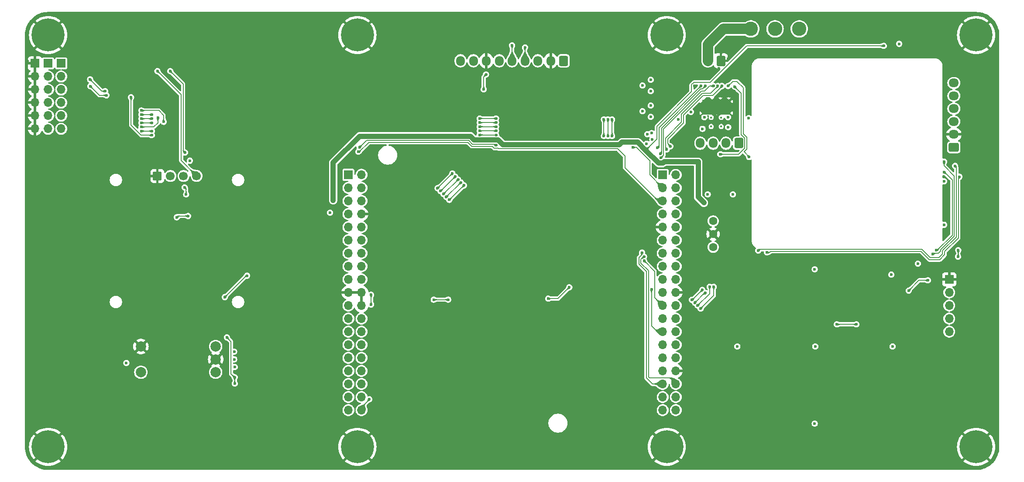
<source format=gbr>
%TF.GenerationSoftware,KiCad,Pcbnew,8.0.0-8.0.0-1~ubuntu22.04.1*%
%TF.CreationDate,2024-03-21T09:18:36+01:00*%
%TF.ProjectId,uC_TP_Boussole_mb,75435f54-505f-4426-9f75-73736f6c655f,rev?*%
%TF.SameCoordinates,Original*%
%TF.FileFunction,Copper,L4,Bot*%
%TF.FilePolarity,Positive*%
%FSLAX46Y46*%
G04 Gerber Fmt 4.6, Leading zero omitted, Abs format (unit mm)*
G04 Created by KiCad (PCBNEW 8.0.0-8.0.0-1~ubuntu22.04.1) date 2024-03-21 09:18:36*
%MOMM*%
%LPD*%
G01*
G04 APERTURE LIST*
G04 Aperture macros list*
%AMRoundRect*
0 Rectangle with rounded corners*
0 $1 Rounding radius*
0 $2 $3 $4 $5 $6 $7 $8 $9 X,Y pos of 4 corners*
0 Add a 4 corners polygon primitive as box body*
4,1,4,$2,$3,$4,$5,$6,$7,$8,$9,$2,$3,0*
0 Add four circle primitives for the rounded corners*
1,1,$1+$1,$2,$3*
1,1,$1+$1,$4,$5*
1,1,$1+$1,$6,$7*
1,1,$1+$1,$8,$9*
0 Add four rect primitives between the rounded corners*
20,1,$1+$1,$2,$3,$4,$5,0*
20,1,$1+$1,$4,$5,$6,$7,0*
20,1,$1+$1,$6,$7,$8,$9,0*
20,1,$1+$1,$8,$9,$2,$3,0*%
G04 Aperture macros list end*
%TA.AperFunction,ComponentPad*%
%ADD10RoundRect,0.170000X-0.680000X-0.680000X0.680000X-0.680000X0.680000X0.680000X-0.680000X0.680000X0*%
%TD*%
%TA.AperFunction,ComponentPad*%
%ADD11C,1.700000*%
%TD*%
%TA.AperFunction,ComponentPad*%
%ADD12C,6.400000*%
%TD*%
%TA.AperFunction,ComponentPad*%
%ADD13RoundRect,0.250000X0.600000X0.725000X-0.600000X0.725000X-0.600000X-0.725000X0.600000X-0.725000X0*%
%TD*%
%TA.AperFunction,ComponentPad*%
%ADD14O,1.700000X1.950000*%
%TD*%
%TA.AperFunction,ComponentPad*%
%ADD15R,1.700000X1.700000*%
%TD*%
%TA.AperFunction,ComponentPad*%
%ADD16O,1.700000X1.700000*%
%TD*%
%TA.AperFunction,ComponentPad*%
%ADD17C,2.000000*%
%TD*%
%TA.AperFunction,ComponentPad*%
%ADD18C,1.600000*%
%TD*%
%TA.AperFunction,ComponentPad*%
%ADD19RoundRect,0.250000X0.600000X0.750000X-0.600000X0.750000X-0.600000X-0.750000X0.600000X-0.750000X0*%
%TD*%
%TA.AperFunction,ComponentPad*%
%ADD20O,1.700000X2.000000*%
%TD*%
%TA.AperFunction,ComponentPad*%
%ADD21RoundRect,0.250000X0.725000X-0.600000X0.725000X0.600000X-0.725000X0.600000X-0.725000X-0.600000X0*%
%TD*%
%TA.AperFunction,ComponentPad*%
%ADD22O,1.950000X1.700000*%
%TD*%
%TA.AperFunction,ComponentPad*%
%ADD23C,2.775000*%
%TD*%
%TA.AperFunction,HeatsinkPad*%
%ADD24C,0.600000*%
%TD*%
%TA.AperFunction,HeatsinkPad*%
%ADD25R,5.400000X2.850000*%
%TD*%
%TA.AperFunction,ViaPad*%
%ADD26C,0.600000*%
%TD*%
%TA.AperFunction,ViaPad*%
%ADD27C,0.400000*%
%TD*%
%TA.AperFunction,Conductor*%
%ADD28C,0.200000*%
%TD*%
%TA.AperFunction,Conductor*%
%ADD29C,2.000000*%
%TD*%
%TA.AperFunction,Conductor*%
%ADD30C,1.000000*%
%TD*%
G04 APERTURE END LIST*
D10*
%TO.P,J801,1,Pin_1*%
%TO.N,GND*%
X76190000Y-82370000D03*
D11*
%TO.P,J801,2,Pin_2*%
%TO.N,+3.3V*%
X78730000Y-82370000D03*
%TO.P,J801,3,Pin_3*%
%TO.N,/NUCLEO_L476RG/I2C1_SCL*%
X81270000Y-82370000D03*
%TO.P,J801,4,Pin_4*%
%TO.N,/NUCLEO_L476RG/I2C1_SDA*%
X83810000Y-82370000D03*
%TD*%
D12*
%TO.P,H105,1,1*%
%TO.N,GND*%
X235000000Y-135000000D03*
%TD*%
%TO.P,H102,1,1*%
%TO.N,GND*%
X115000000Y-55000000D03*
%TD*%
D13*
%TO.P,J701,1,Pin_1*%
%TO.N,+3.3V*%
X155000000Y-60000000D03*
D14*
%TO.P,J701,2,Pin_2*%
%TO.N,GND*%
X152500000Y-60000000D03*
%TO.P,J701,3,Pin_3*%
%TO.N,/Magnetometre_BMM150_SEN0419/SPI_CLK*%
X150000000Y-60000000D03*
%TO.P,J701,4,Pin_4*%
%TO.N,/Magnetometre_BMM150_SEN0419/SPI_MOSI*%
X147500000Y-60000000D03*
%TO.P,J701,5,Pin_5*%
%TO.N,/Magnetometre_BMM150_SEN0419/SPI_MISO*%
X145000000Y-60000000D03*
%TO.P,J701,6,Pin_6*%
%TO.N,/Magnetometre_BMM150_SEN0419/SPI_CS*%
X142500000Y-60000000D03*
%TO.P,J701,7,Pin_7*%
%TO.N,GND*%
X140000000Y-60000000D03*
%TO.P,J701,8,Pin_8*%
%TO.N,/Magnetometre_BMM150_SEN0419/STATUS*%
X137500000Y-60000000D03*
%TO.P,J701,9,Pin_9*%
%TO.N,/Magnetometre_BMM150_SEN0419/INT*%
X135000000Y-60000000D03*
%TD*%
D15*
%TO.P,J502,1,Pin_1*%
%TO.N,+3.3V*%
X55000000Y-60500000D03*
D16*
%TO.P,J502,2,Pin_2*%
X55000000Y-63040000D03*
%TO.P,J502,3,Pin_3*%
X55000000Y-65580000D03*
%TO.P,J502,4,Pin_4*%
X55000000Y-68120000D03*
%TO.P,J502,5,Pin_5*%
X55000000Y-70660000D03*
%TO.P,J502,6,Pin_6*%
X55000000Y-73200000D03*
%TD*%
D12*
%TO.P,H104,1,1*%
%TO.N,GND*%
X235000000Y-55000000D03*
%TD*%
D17*
%TO.P,SW901,S2,S2*%
%TO.N,GND*%
X73000000Y-115500000D03*
%TO.P,SW901,S1,S1*%
%TO.N,/Rotary_Encodeur/S*%
X73000000Y-120500000D03*
%TO.P,SW901,C,C*%
%TO.N,GND*%
X87500000Y-118000000D03*
%TO.P,SW901,B,B*%
%TO.N,/Rotary_Encodeur/B*%
X87500000Y-115500000D03*
%TO.P,SW901,A,A*%
%TO.N,/Rotary_Encodeur/A*%
X87500000Y-120500000D03*
%TD*%
D12*
%TO.P,H103,1,1*%
%TO.N,GND*%
X175000000Y-55000000D03*
%TD*%
D18*
%TO.P,U401,1,VIN*%
%TO.N,+12V*%
X184000000Y-91120000D03*
%TO.P,U401,2,GND*%
%TO.N,GND*%
X184000000Y-93660000D03*
%TO.P,U401,3,5V*%
%TO.N,+5V*%
X184000000Y-96200000D03*
%TD*%
D15*
%TO.P,J301,1,Pin_1*%
%TO.N,GND*%
X229800000Y-102460000D03*
D16*
%TO.P,J301,2,Pin_2*%
%TO.N,/GPS_TEL0094_STM32C011J4M6/STM32C0_NRST*%
X229800000Y-105000000D03*
%TO.P,J301,3,Pin_3*%
%TO.N,/GPS_TEL0094_STM32C011J4M6/STM32C0_SWCLK*%
X229800000Y-107540000D03*
%TO.P,J301,4,Pin_4*%
%TO.N,/GPS_TEL0094_STM32C011J4M6/STM32C0_SWDIO*%
X229800000Y-110080000D03*
%TO.P,J301,5,Pin_5*%
%TO.N,+3.3V*%
X229800000Y-112620000D03*
%TD*%
D19*
%TO.P,J401,1,Pin_1*%
%TO.N,GND*%
X185500000Y-60000000D03*
D20*
%TO.P,J401,2,Pin_2*%
%TO.N,Net-(J401-Pin_2)*%
X183000000Y-60000000D03*
%TD*%
D12*
%TO.P,H101,1,1*%
%TO.N,GND*%
X55000000Y-55000000D03*
%TD*%
D15*
%TO.P,U501,101,PC10*%
%TO.N,/NUCLEO_L476RG/PC10*%
X113250000Y-82140000D03*
D16*
%TO.P,U501,102,PC11*%
%TO.N,/NUCLEO_L476RG/PC11*%
X115790000Y-82140000D03*
%TO.P,U501,103,PC12*%
%TO.N,/NUCLEO_L476RG/PC12*%
X113250000Y-84680000D03*
%TO.P,U501,104,PD2*%
%TO.N,/NUCLEO_L476RG/PD2*%
X115790000Y-84680000D03*
%TO.P,U501,105,VDD*%
%TO.N,unconnected-(U501A-VDD-Pad105)*%
X113250000Y-87220000D03*
%TO.P,U501,106,E5V*%
%TO.N,/Current_NCS199A3RSQT2G/Load*%
X115790000Y-87220000D03*
%TO.P,U501,107,BOOT0*%
%TO.N,unconnected-(U501A-BOOT0-Pad107)*%
X113250000Y-89760000D03*
%TO.P,U501,108,GND*%
%TO.N,GND*%
X115790000Y-89760000D03*
%TO.P,U501,109,NC*%
%TO.N,unconnected-(U501B-NC-Pad109)*%
X113250000Y-92300000D03*
%TO.P,U501,110,NC*%
%TO.N,unconnected-(U501B-NC-Pad110)*%
X115790000Y-92300000D03*
%TO.P,U501,111,NC*%
%TO.N,unconnected-(U501B-NC-Pad111)*%
X113250000Y-94840000D03*
%TO.P,U501,112,IOREF*%
%TO.N,unconnected-(U501A-IOREF-Pad112)*%
X115790000Y-94840000D03*
%TO.P,U501,113,PA13*%
%TO.N,unconnected-(U501B-PA13-Pad113)*%
X113250000Y-97380000D03*
%TO.P,U501,114,RESET*%
%TO.N,unconnected-(U501A-RESET-Pad114)*%
X115790000Y-97380000D03*
%TO.P,U501,115,PA14*%
%TO.N,unconnected-(U501B-PA14-Pad115)*%
X113250000Y-99920000D03*
%TO.P,U501,116,+3V3*%
%TO.N,unconnected-(U501A-+3V3-Pad116)*%
X115790000Y-99920000D03*
%TO.P,U501,117,PA15*%
%TO.N,/NUCLEO_L476RG/ENC_BTN*%
X113250000Y-102460000D03*
%TO.P,U501,118,+5V*%
%TO.N,unconnected-(U501A-+5V-Pad118)*%
X115790000Y-102460000D03*
%TO.P,U501,119,GND*%
%TO.N,GND*%
X113250000Y-105000000D03*
%TO.P,U501,120,GND*%
X115790000Y-105000000D03*
%TO.P,U501,121,PB7*%
%TO.N,/NUCLEO_L476RG/I2C1_SDA*%
X113250000Y-107540000D03*
%TO.P,U501,122,GND*%
%TO.N,GND*%
X115790000Y-107540000D03*
%TO.P,U501,123,PC13*%
%TO.N,unconnected-(U501B-PC13-Pad123)*%
X113250000Y-110080000D03*
%TO.P,U501,124,VIN*%
%TO.N,unconnected-(U501A-VIN-Pad124)*%
X115790000Y-110080000D03*
%TO.P,U501,125,PC14*%
%TO.N,unconnected-(U501B-PC14-Pad125)*%
X113250000Y-112620000D03*
%TO.P,U501,126,NC*%
%TO.N,unconnected-(U501B-NC-Pad126)*%
X115790000Y-112620000D03*
%TO.P,U501,127,PC15*%
%TO.N,unconnected-(U501B-PC15-Pad127)*%
X113250000Y-115160000D03*
%TO.P,U501,128,PA0*%
%TO.N,/NUCLEO_L476RG/TIM2_CH1_ENC_A*%
X115790000Y-115160000D03*
%TO.P,U501,129,PH0*%
%TO.N,unconnected-(U501B-PH0-Pad129)*%
X113250000Y-117700000D03*
%TO.P,U501,130,PA1*%
%TO.N,/NUCLEO_L476RG/TIM2_CH2_ENC_B*%
X115790000Y-117700000D03*
%TO.P,U501,131,PH1*%
%TO.N,unconnected-(U501B-PH1-Pad131)*%
X113250000Y-120240000D03*
%TO.P,U501,132,PA4*%
%TO.N,/Current_NCS199A3RSQT2G/Imes*%
X115790000Y-120240000D03*
%TO.P,U501,133,VBAT*%
%TO.N,unconnected-(U501A-VBAT-Pad133)*%
X113250000Y-122780000D03*
%TO.P,U501,134,PB0*%
%TO.N,/Magnetometre_BMM150_SEN0419/INT*%
X115790000Y-122780000D03*
%TO.P,U501,135,PC2*%
%TO.N,/Magnetometre_BMM150_SEN0419/SPI_MISO*%
X113250000Y-125320000D03*
%TO.P,U501,136,PC1*%
%TO.N,/Magnetometre_BMM150_SEN0419/STATUS*%
X115790000Y-125320000D03*
%TO.P,U501,137,PC3*%
%TO.N,/Magnetometre_BMM150_SEN0419/SPI_MOSI*%
X113250000Y-127860000D03*
%TO.P,U501,138,PC0*%
%TO.N,/Magnetometre_BMM150_SEN0419/SPI_CS*%
X115790000Y-127860000D03*
D15*
%TO.P,U501,201,PC9*%
%TO.N,/NUCLEO_L476RG/BTN_RIGHT*%
X174210000Y-82150000D03*
D16*
%TO.P,U501,202,PC8*%
%TO.N,/NUCLEO_L476RG/BTN_TOP*%
X176750000Y-82150000D03*
%TO.P,U501,203,PB8*%
%TO.N,/NUCLEO_L476RG/PB8*%
X174210000Y-84680000D03*
%TO.P,U501,204,PC6*%
%TO.N,/NUCLEO_L476RG/BTN_LEFT*%
X176750000Y-84680000D03*
%TO.P,U501,205,PB9*%
%TO.N,/NUCLEO_L476RG/PB9*%
X174210000Y-87220000D03*
%TO.P,U501,206,PC5*%
%TO.N,/NUCLEO_L476RG/BTN_CENTER*%
X176750000Y-87220000D03*
%TO.P,U501,207,AVDD*%
%TO.N,unconnected-(U501A-AVDD-Pad207)*%
X174210000Y-89760000D03*
%TO.P,U501,208,U5V*%
%TO.N,unconnected-(U501A-U5V-Pad208)*%
X176750000Y-89760000D03*
%TO.P,U501,209,GND*%
%TO.N,GND*%
X174210000Y-92300000D03*
%TO.P,U501,210,NC*%
%TO.N,unconnected-(U501B-NC-Pad210)*%
X176750000Y-92300000D03*
%TO.P,U501,211,PA5*%
%TO.N,unconnected-(U501B-PA5-Pad211)*%
X174210000Y-94840000D03*
%TO.P,U501,212,PA12*%
%TO.N,/NUCLEO_L476RG/STEPPER_ENN*%
X176750000Y-94840000D03*
%TO.P,U501,213,PA6*%
%TO.N,/NUCLEO_L476RG/TIM3_CH1_STEPPER_PWM*%
X174210000Y-97380000D03*
%TO.P,U501,214,PA11*%
%TO.N,/NUCLEO_L476RG/STEPPER_MS1*%
X176750000Y-97380000D03*
%TO.P,U501,215,PA7*%
%TO.N,/NUCLEO_L476RG/STEPPER_DIR*%
X174210000Y-99920000D03*
%TO.P,U501,216,PB12*%
%TO.N,/NUCLEO_L476RG/STEPPER_MS2*%
X176750000Y-99920000D03*
%TO.P,U501,217,PB6*%
%TO.N,/NUCLEO_L476RG/I2C1_SCL*%
X174210000Y-102460000D03*
%TO.P,U501,218,PB11*%
%TO.N,/NUCLEO_L476RG/BTN_BOT*%
X176750000Y-102460000D03*
%TO.P,U501,219,PC7*%
%TO.N,/NUCLEO_L476RG/LED_0*%
X174210000Y-105000000D03*
%TO.P,U501,220,GND*%
%TO.N,GND*%
X176750000Y-105000000D03*
%TO.P,U501,221,PA9*%
%TO.N,/GPS_TEL0094_STM32C011J4M6/NUCLEO_TX*%
X174210000Y-107540000D03*
%TO.P,U501,222,PB2*%
%TO.N,/NUCLEO_L476RG/LED_1*%
X176750000Y-107540000D03*
%TO.P,U501,223,PA8*%
%TO.N,/NUCLEO_L476RG/LED_2*%
X174210000Y-110080000D03*
%TO.P,U501,224,PB1*%
%TO.N,/NUCLEO_L476RG/LED_3*%
X176750000Y-110080000D03*
%TO.P,U501,225,PB10*%
%TO.N,/Magnetometre_BMM150_SEN0419/SPI_CLK*%
X174210000Y-112620000D03*
%TO.P,U501,226,PB15*%
%TO.N,/NUCLEO_L476RG/LED_4*%
X176750000Y-112620000D03*
%TO.P,U501,227,PB4*%
%TO.N,/NUCLEO_L476RG/LED_5*%
X174210000Y-115160000D03*
%TO.P,U501,228,PB14*%
%TO.N,/NUCLEO_L476RG/LED_6*%
X176750000Y-115160000D03*
%TO.P,U501,229,PB5*%
%TO.N,/NUCLEO_L476RG/LED_7*%
X174210000Y-117700000D03*
%TO.P,U501,230,PB13*%
%TO.N,/GPS_TEL0094_STM32C011J4M6/GPS_EN*%
X176750000Y-117700000D03*
%TO.P,U501,231,PB3*%
%TO.N,unconnected-(U501B-PB3-Pad231)*%
X174210000Y-120240000D03*
%TO.P,U501,232,AGND*%
%TO.N,GND*%
X176750000Y-120240000D03*
%TO.P,U501,233,PA10*%
%TO.N,/GPS_TEL0094_STM32C011J4M6/NUCLEO_RX*%
X174210000Y-122780000D03*
%TO.P,U501,234,PC4*%
%TO.N,/GPS_TEL0094_STM32C011J4M6/GPS_PPS*%
X176750000Y-122780000D03*
%TO.P,U501,235,PA2*%
%TO.N,unconnected-(U501B-PA2-Pad235)*%
X174210000Y-125320000D03*
%TO.P,U501,236,NC*%
%TO.N,unconnected-(U501B-NC-Pad236)*%
X176750000Y-125320000D03*
%TO.P,U501,237,PA3*%
%TO.N,unconnected-(U501B-PA3-Pad237)*%
X174210000Y-127860000D03*
%TO.P,U501,238,NC*%
%TO.N,unconnected-(U501B-NC-Pad238)*%
X176750000Y-127860000D03*
%TD*%
D12*
%TO.P,H107,1,1*%
%TO.N,GND*%
X115000000Y-135000000D03*
%TD*%
D21*
%TO.P,J302,1,Pin_1*%
%TO.N,/GPS_TEL0094_STM32C011J4M6/GPS_EN*%
X230700000Y-76800000D03*
D22*
%TO.P,J302,2,Pin_2*%
%TO.N,GND*%
X230700000Y-74300000D03*
%TO.P,J302,3,Pin_3*%
%TO.N,/GPS_TEL0094_STM32C011J4M6/GPS_RX*%
X230700000Y-71800000D03*
%TO.P,J302,4,Pin_4*%
%TO.N,/GPS_TEL0094_STM32C011J4M6/GPS_TX*%
X230700000Y-69300000D03*
%TO.P,J302,5,Pin_5*%
%TO.N,+3.3V*%
X230700000Y-66800000D03*
%TO.P,J302,6,Pin_6*%
%TO.N,/GPS_TEL0094_STM32C011J4M6/GPS_PPS*%
X230700000Y-64300000D03*
%TD*%
D15*
%TO.P,J501,1,Pin_1*%
%TO.N,GND*%
X52460000Y-60500000D03*
D16*
%TO.P,J501,2,Pin_2*%
X52460000Y-63040000D03*
%TO.P,J501,3,Pin_3*%
X52460000Y-65580000D03*
%TO.P,J501,4,Pin_4*%
X52460000Y-68120000D03*
%TO.P,J501,5,Pin_5*%
X52460000Y-70660000D03*
%TO.P,J501,6,Pin_6*%
X52460000Y-73200000D03*
%TD*%
D15*
%TO.P,J503,1,Pin_1*%
%TO.N,/NUCLEO_L476RG/PC10*%
X57540000Y-60500000D03*
D16*
%TO.P,J503,2,Pin_2*%
%TO.N,/NUCLEO_L476RG/PC11*%
X57540000Y-63040000D03*
%TO.P,J503,3,Pin_3*%
%TO.N,/NUCLEO_L476RG/PC12*%
X57540000Y-65580000D03*
%TO.P,J503,4,Pin_4*%
%TO.N,/NUCLEO_L476RG/PB8*%
X57540000Y-68120000D03*
%TO.P,J503,5,Pin_5*%
%TO.N,/NUCLEO_L476RG/PB9*%
X57540000Y-70660000D03*
%TO.P,J503,6,Pin_6*%
%TO.N,/NUCLEO_L476RG/PD2*%
X57540000Y-73200000D03*
%TD*%
D12*
%TO.P,H108,1,1*%
%TO.N,GND*%
X55000000Y-135000000D03*
%TD*%
D23*
%TO.P,SW401,1,A*%
%TO.N,Net-(J401-Pin_2)*%
X191300000Y-53800000D03*
%TO.P,SW401,2,B*%
%TO.N,+12V*%
X196000000Y-53800000D03*
%TO.P,SW401,3,C*%
%TO.N,Net-(SW401-C)*%
X200700000Y-53800000D03*
%TD*%
D24*
%TO.P,U201,29,PAD*%
%TO.N,GND*%
X182200000Y-70150000D03*
X183800000Y-70150000D03*
X185400000Y-70150000D03*
X187000000Y-70150000D03*
D25*
X184600000Y-69025000D03*
D24*
X182200000Y-67900000D03*
X183800000Y-67900000D03*
X185400000Y-67900000D03*
X187000000Y-67900000D03*
%TD*%
D12*
%TO.P,H106,1,1*%
%TO.N,GND*%
X175000000Y-135000000D03*
%TD*%
D13*
%TO.P,J201,1,Pin_1*%
%TO.N,/TMC2225_Driver/B2*%
X189000000Y-76000000D03*
D14*
%TO.P,J201,2,Pin_2*%
%TO.N,/TMC2225_Driver/B1*%
X186500000Y-76000000D03*
%TO.P,J201,3,Pin_3*%
%TO.N,/TMC2225_Driver/A1*%
X184000000Y-76000000D03*
%TO.P,J201,4,Pin_4*%
%TO.N,/TMC2225_Driver/A2*%
X181500000Y-76000000D03*
%TD*%
D26*
%TO.N,GND*%
X205350000Y-54550000D03*
X202500000Y-52400000D03*
X204294850Y-52465861D03*
X178000000Y-118800000D03*
X178600000Y-105500000D03*
X185100000Y-61500000D03*
X186900000Y-59600000D03*
X185500000Y-58500000D03*
X185700000Y-93700000D03*
X200100000Y-98600000D03*
X226900000Y-109300000D03*
X226900000Y-106200000D03*
X194800000Y-120000000D03*
X225200000Y-120400000D03*
X188100000Y-109500000D03*
X180100000Y-117800000D03*
X188000000Y-122200000D03*
X198800000Y-132900000D03*
X210000000Y-135200000D03*
X119000000Y-116300000D03*
X132600000Y-114000000D03*
X122100000Y-124400000D03*
X128900000Y-111400000D03*
X119300000Y-121300000D03*
X159600000Y-74900000D03*
X147400000Y-74900000D03*
X165300000Y-61200000D03*
X156900000Y-54600000D03*
X162400000Y-57400000D03*
X161700000Y-61500000D03*
X158000000Y-57800000D03*
X132700000Y-55000000D03*
X143200000Y-55000000D03*
X126000000Y-70800000D03*
X126000000Y-59600000D03*
X120500000Y-58100000D03*
X94400000Y-58900000D03*
X66800000Y-56700000D03*
X72300000Y-53700000D03*
X108300000Y-55100000D03*
X110100000Y-63300000D03*
X110300000Y-69300000D03*
X117900000Y-77300000D03*
X108800000Y-76800000D03*
X108800000Y-80800000D03*
X78900000Y-74600000D03*
X88000000Y-81000000D03*
X105900000Y-81400000D03*
X94600000Y-76800000D03*
X87400000Y-76600000D03*
X82800000Y-70500000D03*
X97700000Y-66000000D03*
X67200000Y-62500000D03*
X60500000Y-61700000D03*
X60100000Y-74700000D03*
X60400000Y-69400000D03*
X72000000Y-72100000D03*
X72300000Y-68600000D03*
X71400000Y-74300000D03*
X72900000Y-80500000D03*
X73300000Y-88100000D03*
X91300000Y-98100000D03*
X83800000Y-90500000D03*
X80500000Y-92800000D03*
X88600000Y-101000000D03*
X76600000Y-105500000D03*
X78400000Y-106900000D03*
X71200000Y-122500000D03*
X68800000Y-117400000D03*
X70200000Y-117400000D03*
X51000000Y-72500000D03*
X51000000Y-80000000D03*
X51000000Y-77500000D03*
X51000000Y-102500000D03*
X51000000Y-132500000D03*
X51000000Y-130000000D03*
X51000000Y-127500000D03*
X51000000Y-125000000D03*
X51000000Y-62500000D03*
X51000000Y-90000000D03*
X51000000Y-87500000D03*
X52100000Y-52100000D03*
X51000000Y-117500000D03*
X51000000Y-115000000D03*
X51000000Y-75000000D03*
X51000000Y-95000000D03*
X51000000Y-92500000D03*
X51000000Y-100000000D03*
X51000000Y-97500000D03*
X51000000Y-107500000D03*
X51000000Y-105000000D03*
X51000000Y-65000000D03*
X51000000Y-122500000D03*
X51000000Y-120000000D03*
X55000000Y-51000000D03*
X51000000Y-70000000D03*
X51000000Y-112500000D03*
X51000000Y-110000000D03*
X51000000Y-60000000D03*
X51000000Y-55000000D03*
X51000000Y-57500000D03*
X51000000Y-67500000D03*
X51000000Y-85000000D03*
X51000000Y-82500000D03*
X239000000Y-117500000D03*
X239000000Y-110000000D03*
X239000000Y-112500000D03*
X239000000Y-87500000D03*
X239000000Y-57500000D03*
X239000000Y-60000000D03*
X239000000Y-62500000D03*
X239000000Y-65000000D03*
X239000000Y-127500000D03*
X239000000Y-100000000D03*
X239000000Y-102500000D03*
X237900000Y-137900000D03*
X239000000Y-72500000D03*
X239000000Y-75000000D03*
X239000000Y-115000000D03*
X239000000Y-95000000D03*
X239000000Y-92500000D03*
X239000000Y-82500000D03*
X239000000Y-85000000D03*
X239000000Y-125000000D03*
X239000000Y-67500000D03*
X239000000Y-70000000D03*
X239000000Y-120000000D03*
X239000000Y-77500000D03*
X239000000Y-80000000D03*
X239000000Y-130000000D03*
X239000000Y-135000000D03*
X239000000Y-132500000D03*
X239000000Y-122500000D03*
X239000000Y-105000000D03*
X239000000Y-107500000D03*
X212500000Y-51000000D03*
X187500000Y-51000000D03*
X157500000Y-51000000D03*
X160000000Y-51000000D03*
X162500000Y-51000000D03*
X165000000Y-51000000D03*
X60000000Y-51000000D03*
X62500000Y-51000000D03*
X70000000Y-51000000D03*
X72500000Y-51000000D03*
X75000000Y-51000000D03*
X77500000Y-51000000D03*
X80000000Y-51000000D03*
X82500000Y-51000000D03*
X85000000Y-51000000D03*
X65000000Y-51000000D03*
X237900000Y-52100000D03*
X172500000Y-51000000D03*
X175000000Y-51000000D03*
X145000000Y-51000000D03*
X150000000Y-51000000D03*
X152500000Y-51000000D03*
X155000000Y-51000000D03*
X195000000Y-51000000D03*
X110000000Y-51000000D03*
X112500000Y-51000000D03*
X115000000Y-51000000D03*
X117500000Y-51000000D03*
X120000000Y-51000000D03*
X122500000Y-51000000D03*
X125000000Y-51000000D03*
X127500000Y-51000000D03*
X130000000Y-51000000D03*
X190000000Y-51000000D03*
X192500000Y-51000000D03*
X132500000Y-51000000D03*
X135000000Y-51000000D03*
X137500000Y-51000000D03*
X140000000Y-51000000D03*
X142500000Y-51000000D03*
X182500000Y-51000000D03*
X185000000Y-51000000D03*
X87500000Y-51000000D03*
X90000000Y-51000000D03*
X92500000Y-51000000D03*
X95000000Y-51000000D03*
X97500000Y-51000000D03*
X100000000Y-51000000D03*
X102500000Y-51000000D03*
X105000000Y-51000000D03*
X107500000Y-51000000D03*
X167500000Y-51000000D03*
X170000000Y-51000000D03*
X147500000Y-51000000D03*
X67500000Y-51000000D03*
X239000000Y-55000000D03*
X57500000Y-51000000D03*
X177500000Y-51000000D03*
X180000000Y-51000000D03*
X230000000Y-51000000D03*
X235000000Y-51000000D03*
X232500000Y-51000000D03*
X222500000Y-51000000D03*
X235000000Y-139000000D03*
X232500000Y-139000000D03*
X230000000Y-139000000D03*
X227500000Y-139000000D03*
X225000000Y-139000000D03*
X222500000Y-139000000D03*
X220000000Y-139000000D03*
X217500000Y-139000000D03*
X215000000Y-139000000D03*
X212500000Y-139000000D03*
X210000000Y-139000000D03*
X207500000Y-139000000D03*
X205000000Y-139000000D03*
X202500000Y-139000000D03*
X200000000Y-139000000D03*
X197500000Y-139000000D03*
X195000000Y-139000000D03*
X192500000Y-139000000D03*
X190000000Y-139000000D03*
X187500000Y-139000000D03*
X185000000Y-139000000D03*
X182500000Y-139000000D03*
X180000000Y-139000000D03*
X177500000Y-139000000D03*
X175000000Y-139000000D03*
X172500000Y-139000000D03*
X170000000Y-139000000D03*
X167500000Y-139000000D03*
X165000000Y-139000000D03*
X162500000Y-139000000D03*
X160000000Y-139000000D03*
X157500000Y-139000000D03*
X155000000Y-139000000D03*
X152500000Y-139000000D03*
X150000000Y-139000000D03*
X147500000Y-139000000D03*
X145000000Y-139000000D03*
X142500000Y-139000000D03*
X140000000Y-139000000D03*
X137500000Y-139000000D03*
X135000000Y-139000000D03*
X132500000Y-139000000D03*
X130000000Y-139000000D03*
X127500000Y-139000000D03*
X125000000Y-139000000D03*
X122500000Y-139000000D03*
X120000000Y-139000000D03*
X117500000Y-139000000D03*
X115000000Y-139000000D03*
X112500000Y-139000000D03*
X110000000Y-139000000D03*
X107500000Y-139000000D03*
X105000000Y-139000000D03*
X102500000Y-139000000D03*
X100000000Y-139000000D03*
X97500000Y-139000000D03*
X95000000Y-139000000D03*
X92500000Y-139000000D03*
X90000000Y-139000000D03*
X87500000Y-139000000D03*
X85000000Y-139000000D03*
X82500000Y-139000000D03*
X80000000Y-139000000D03*
X77500000Y-139000000D03*
X75000000Y-139000000D03*
X72500000Y-139000000D03*
X70000000Y-139000000D03*
X67500000Y-139000000D03*
X65000000Y-139000000D03*
X62500000Y-139000000D03*
X57500000Y-139000000D03*
X60000000Y-139000000D03*
X55000000Y-139000000D03*
X51000000Y-135000000D03*
X52100000Y-137800000D03*
X76200000Y-80500000D03*
X236850000Y-93000000D03*
X236950000Y-84850000D03*
X228750000Y-52300000D03*
X218600000Y-51500000D03*
X215550000Y-51500000D03*
X203700000Y-56450000D03*
X208900000Y-58700000D03*
%TO.N,/NUCLEO_L476RG/I2C1_SCL*%
X81550000Y-77800000D03*
X81774265Y-85974265D03*
%TO.N,+12V*%
X171900000Y-68700000D03*
X171900000Y-63700000D03*
X170300000Y-69800000D03*
X177250000Y-71400000D03*
X182294667Y-70950002D03*
X186925000Y-72910025D03*
X171900000Y-65900000D03*
X186874421Y-70950000D03*
X181937882Y-73210646D03*
X171900000Y-70900000D03*
X170300000Y-64800000D03*
%TO.N,GND*%
X150400000Y-105350000D03*
X151950000Y-78650000D03*
X66550000Y-64250000D03*
X180400000Y-64900000D03*
X92750000Y-62550000D03*
X213450000Y-128150000D03*
X115300000Y-79300000D03*
X142700000Y-78500000D03*
X217000000Y-110200000D03*
X219050000Y-107275000D03*
X133950000Y-88800000D03*
X77150000Y-75150000D03*
X100200000Y-68000000D03*
X67900000Y-72100000D03*
X143100000Y-70550000D03*
X128650000Y-105500000D03*
X187668000Y-81750000D03*
X176238000Y-78194000D03*
X98750000Y-108200000D03*
X95000000Y-115750000D03*
X185378197Y-113096692D03*
X142350000Y-108100000D03*
X91450000Y-57900000D03*
X98750000Y-105700000D03*
X175500000Y-65900000D03*
X169100000Y-112600000D03*
X210600000Y-107000000D03*
X137650000Y-77850000D03*
X159700000Y-106450000D03*
X100200000Y-76000000D03*
X162450000Y-111950000D03*
X222075000Y-98575000D03*
X197450000Y-109400000D03*
X201450000Y-112800000D03*
X141150000Y-61800000D03*
X221000000Y-114100000D03*
X107350000Y-90400000D03*
X100200000Y-72000000D03*
X182334000Y-83274000D03*
X191400000Y-101100000D03*
X201750000Y-131750000D03*
X187200000Y-100600000D03*
X168100000Y-84900000D03*
X93050735Y-103449265D03*
X60150000Y-66800000D03*
X213950000Y-106600000D03*
X169100000Y-107550000D03*
X90875000Y-105600000D03*
X131800000Y-79300000D03*
X67200000Y-70000000D03*
X177100000Y-64800000D03*
X118100000Y-93850000D03*
X66800000Y-72100000D03*
X100200000Y-64000000D03*
X159985232Y-116373204D03*
X181826000Y-74130000D03*
X169500000Y-117400000D03*
X192150000Y-122400000D03*
X141600000Y-96350000D03*
X168600000Y-92350000D03*
X134900000Y-79950000D03*
X68550000Y-67050000D03*
X110750000Y-108450000D03*
X88340000Y-113640000D03*
X129300000Y-95350000D03*
X98200000Y-117900000D03*
X179794000Y-82258000D03*
X217700000Y-114650000D03*
X185150000Y-106350000D03*
X211650000Y-109700000D03*
X100200000Y-66000000D03*
X129302299Y-77087649D03*
X168950000Y-70600000D03*
X156900000Y-89950000D03*
X134800000Y-62300000D03*
X181900000Y-109700000D03*
X109000000Y-105700000D03*
X143100000Y-66300000D03*
X110750000Y-115600000D03*
X134250000Y-105350000D03*
X182300000Y-102450000D03*
X118900000Y-105450000D03*
X100200000Y-74000000D03*
X161050000Y-78400000D03*
X134650000Y-77150000D03*
X213750000Y-117800000D03*
X133650000Y-107850000D03*
X128650000Y-107050000D03*
X176492000Y-75400000D03*
X228800000Y-68500000D03*
X175500000Y-63700000D03*
X78570000Y-85820000D03*
X155000000Y-101950000D03*
X221000000Y-118900000D03*
X210000000Y-118000000D03*
X138050000Y-67100000D03*
X132800000Y-104600000D03*
X182842000Y-77686000D03*
X88570000Y-121940000D03*
X151400000Y-108000000D03*
X137950000Y-84550000D03*
X96450000Y-107250000D03*
X103650000Y-58700000D03*
X118900000Y-107050000D03*
X142000000Y-105000000D03*
X146150000Y-93300000D03*
X123650000Y-79250000D03*
X165422268Y-70592708D03*
X129300000Y-84150000D03*
X170326722Y-124154919D03*
X201351190Y-109820181D03*
X111200000Y-117700000D03*
X208100000Y-113200000D03*
X179794000Y-83274000D03*
X138750000Y-61900000D03*
X91050000Y-101800000D03*
X137200000Y-70900000D03*
X100200000Y-70000000D03*
X182334000Y-82258000D03*
X132800000Y-95350000D03*
X169720000Y-67350000D03*
X141700000Y-64000000D03*
X90950000Y-113350000D03*
X219325000Y-99800000D03*
X169300000Y-102400000D03*
X161750000Y-70600000D03*
X229775000Y-83400000D03*
%TO.N,+3.3V*%
X218800000Y-115500000D03*
X91100000Y-118000000D03*
X82500000Y-79400000D03*
X187850000Y-85950000D03*
X182950000Y-85950000D03*
X203800000Y-115500000D03*
X91200000Y-119500000D03*
X223710000Y-99400000D03*
X188192041Y-65029539D03*
X203700000Y-130500000D03*
X228800000Y-91850000D03*
X91100000Y-116500000D03*
X70180000Y-118700000D03*
X203700000Y-100500000D03*
X188700000Y-115500000D03*
X228800000Y-83400000D03*
X185400000Y-78150000D03*
X109700000Y-89500000D03*
X220100000Y-56700000D03*
X218560000Y-101550000D03*
%TO.N,/GPS_TEL0094_STM32C011J4M6/STM32C0_BTN*%
X221925000Y-104650000D03*
X225660000Y-102640000D03*
%TO.N,/GPS_TEL0094_STM32C011J4M6/STM32C0_NRST*%
X231500002Y-98050000D03*
X231550000Y-96810000D03*
%TO.N,+5V*%
X181100000Y-79600000D03*
X217100000Y-57100000D03*
X182200000Y-87600000D03*
X110300000Y-87100000D03*
%TO.N,/NUCLEO_L476RG/TIM2_CH1_ENC_A*%
X91200000Y-121500000D03*
X89680343Y-113726383D03*
X91200000Y-122710000D03*
%TO.N,/GPS_TEL0094_STM32C011J4M6/GPS_PPS*%
X231775000Y-82525000D03*
X170600000Y-98049997D03*
X164400006Y-71400000D03*
X194427688Y-97200000D03*
X184125003Y-103877550D03*
X164400003Y-74600000D03*
X181567796Y-108126326D03*
%TO.N,/GPS_TEL0094_STM32C011J4M6/GPS_TX*%
X226600000Y-97550000D03*
X228800000Y-79600000D03*
%TO.N,/GPS_TEL0094_STM32C011J4M6/GPS_EN*%
X192750000Y-96850000D03*
X181002109Y-107560639D03*
X183325000Y-103877550D03*
X230938235Y-80413235D03*
%TO.N,/GPS_TEL0094_STM32C011J4M6/GPS_RX*%
X227300000Y-96793874D03*
X228800000Y-81597694D03*
%TO.N,/Magnetometre_BMM150_SEN0419/INT*%
X133422627Y-81915671D03*
X130544360Y-84742890D03*
%TO.N,/Magnetometre_BMM150_SEN0419/STATUS*%
X131110048Y-85308578D03*
X139950000Y-62650000D03*
X139500000Y-65550000D03*
X133963479Y-82505147D03*
%TO.N,/Magnetometre_BMM150_SEN0419/SPI_CS*%
X134529166Y-83070834D03*
X117300000Y-125750000D03*
X131675735Y-85874265D03*
%TO.N,/Magnetometre_BMM150_SEN0419/SPI_MISO*%
X145000000Y-57000000D03*
X132240443Y-86440930D03*
X135094853Y-83636522D03*
%TO.N,/Magnetometre_BMM150_SEN0419/SPI_MOSI*%
X135660541Y-84202208D03*
X132807480Y-87005263D03*
X147500000Y-57400000D03*
%TO.N,/Magnetometre_BMM150_SEN0419/SPI_CLK*%
X172050000Y-104400000D03*
%TO.N,/NUCLEO_L476RG/I2C1_SDA*%
X76200000Y-62000000D03*
%TO.N,/NUCLEO_L476RG/I2C1_SCL*%
X132600000Y-106400000D03*
X129800000Y-106400000D03*
X156112009Y-104000000D03*
X81475735Y-84575735D03*
X152000735Y-106199265D03*
X78700000Y-62000000D03*
D27*
%TO.N,Net-(U201-BRA)*%
X183624547Y-71006454D03*
X183625367Y-72768740D03*
D26*
X179680000Y-69940000D03*
D27*
%TO.N,Net-(U201-BRB)*%
X185575537Y-71006640D03*
X185574582Y-72768624D03*
D26*
X190900000Y-71160000D03*
%TO.N,Net-(U201-DIAG)*%
X191000000Y-78700000D03*
X186900000Y-64900000D03*
%TO.N,/GPS_TEL0094_STM32C011J4M6/NUCLEO_TX*%
X179870735Y-106429265D03*
X162800000Y-71400000D03*
X170600000Y-98850000D03*
X181913137Y-104511863D03*
X162799997Y-74600000D03*
%TO.N,/GPS_TEL0094_STM32C011J4M6/NUCLEO_RX*%
X170200000Y-97254158D03*
X182478824Y-105077550D03*
X163600000Y-74600000D03*
X163600003Y-71400000D03*
X180436422Y-106994952D03*
%TO.N,/NUCLEO_L476RG/TIM3_CH1_STEPPER_PWM*%
X138700000Y-74400000D03*
X171100000Y-76100000D03*
X141900000Y-74400000D03*
X184099994Y-64900000D03*
X173835552Y-78862657D03*
%TO.N,/NUCLEO_L476RG/PC10*%
X73100000Y-69649985D03*
X77400000Y-71849988D03*
%TO.N,/NUCLEO_L476RG/PC12*%
X66300000Y-66700000D03*
X75100000Y-72049994D03*
X73100000Y-72049994D03*
X63200000Y-64925000D03*
%TO.N,/Current_NCS199A3RSQT2G/Imes*%
X75100000Y-74450003D03*
X117650000Y-107350000D03*
X117650000Y-105450000D03*
X71100000Y-67100000D03*
%TO.N,/NUCLEO_L476RG/PB8*%
X168400000Y-76800000D03*
X73100000Y-70449988D03*
X115408872Y-76792598D03*
X141900000Y-76400000D03*
X75100000Y-70449988D03*
%TO.N,/NUCLEO_L476RG/PD2*%
X73100000Y-73650000D03*
X75100000Y-73650000D03*
%TO.N,/NUCLEO_L476RG/PB9*%
X115174265Y-77674265D03*
X73100000Y-72849997D03*
X76300000Y-71049988D03*
%TO.N,/NUCLEO_L476RG/PC11*%
X63150000Y-63625000D03*
X73100000Y-71249991D03*
X66050000Y-65900000D03*
X75100000Y-71249991D03*
%TO.N,/NUCLEO_L476RG/STEPPER_ENN*%
X172094280Y-74050000D03*
X174982843Y-77200000D03*
X141900000Y-71199997D03*
X138700000Y-71199988D03*
X184899997Y-64900000D03*
%TO.N,/NUCLEO_L476RG/STEPPER_MS2*%
X138700000Y-72799994D03*
X181650000Y-64850000D03*
X141900000Y-72800000D03*
X173200000Y-76900000D03*
%TO.N,/NUCLEO_L476RG/STEPPER_MS1*%
X171224265Y-74250000D03*
X141900000Y-72000000D03*
X173782843Y-78064392D03*
X182500000Y-64900000D03*
X138700000Y-71999991D03*
%TO.N,/NUCLEO_L476RG/STEPPER_DIR*%
X185700000Y-64900000D03*
X138700000Y-73599997D03*
X172201470Y-75250000D03*
X175700000Y-76600000D03*
X141900000Y-73600000D03*
%TO.N,/NUCLEO_L476RG/ENC_BTN*%
X79950000Y-90400000D03*
X82150000Y-90150000D03*
X93607108Y-101742892D03*
X89275000Y-105900000D03*
%TO.N,/NUCLEO_L476RG/BTN_RIGHT*%
X208000000Y-111200000D03*
X211800000Y-111200000D03*
%TD*%
D28*
%TO.N,/GPS_TEL0094_STM32C011J4M6/GPS_EN*%
X192750000Y-96850000D02*
X193000000Y-96600000D01*
X193000000Y-96600000D02*
X224465686Y-96600000D01*
X224465686Y-96600000D02*
X226115686Y-98250000D01*
X226115686Y-98250000D02*
X227770274Y-98250000D01*
X227770274Y-98250000D02*
X228507553Y-97512721D01*
X228507553Y-97512721D02*
X228507553Y-96898819D01*
X228507553Y-96898819D02*
X231175000Y-94231372D01*
X231175000Y-94231372D02*
X231175000Y-80650000D01*
X231175000Y-80650000D02*
X230938235Y-80413235D01*
%TO.N,/GPS_TEL0094_STM32C011J4M6/GPS_PPS*%
X194427688Y-97200000D02*
X194950000Y-97200000D01*
X224300000Y-97000000D02*
X225950000Y-98650000D01*
X194950000Y-97200000D02*
X195150000Y-97000000D01*
X195150000Y-97000000D02*
X224300000Y-97000000D01*
X225950000Y-98650000D02*
X227935960Y-98650000D01*
X227935960Y-98650000D02*
X228923529Y-97662431D01*
X231575000Y-94397058D02*
X231575000Y-82725000D01*
X228923529Y-97662431D02*
X228923529Y-97048529D01*
X228923529Y-97048529D02*
X231575000Y-94397058D01*
X231575000Y-82725000D02*
X231775000Y-82525000D01*
%TO.N,/GPS_TEL0094_STM32C011J4M6/GPS_TX*%
X230775000Y-94065686D02*
X230775000Y-82375000D01*
X227691594Y-97393874D02*
X228107553Y-96977915D01*
X226600000Y-97550000D02*
X226756126Y-97393874D01*
X226756126Y-97393874D02*
X227691594Y-97393874D01*
X230775000Y-82375000D02*
X228800000Y-80400000D01*
X228800000Y-80400000D02*
X228800000Y-79600000D01*
X228107553Y-96733133D02*
X230775000Y-94065686D01*
X228107553Y-96977915D02*
X228107553Y-96733133D01*
%TO.N,/GPS_TEL0094_STM32C011J4M6/GPS_RX*%
X230375000Y-93900000D02*
X230375000Y-83151471D01*
X227300000Y-96793874D02*
X227481126Y-96793874D01*
X227481126Y-96793874D02*
X230375000Y-93900000D01*
X230375000Y-83151471D02*
X228800000Y-81576471D01*
X228800000Y-81576471D02*
X228800000Y-81597694D01*
%TO.N,/NUCLEO_L476RG/ENC_BTN*%
X79950000Y-90400000D02*
X80200000Y-90150000D01*
X80200000Y-90150000D02*
X82150000Y-90150000D01*
%TO.N,/NUCLEO_L476RG/PC11*%
X65425000Y-65900000D02*
X63150000Y-63625000D01*
X66050000Y-65900000D02*
X65425000Y-65900000D01*
%TO.N,/NUCLEO_L476RG/PC12*%
X66300000Y-66700000D02*
X64975000Y-66700000D01*
X64975000Y-66700000D02*
X63200000Y-64925000D01*
D29*
%TO.N,Net-(J401-Pin_2)*%
X183000000Y-60000000D02*
X183000000Y-56800000D01*
X186000000Y-53800000D02*
X191300000Y-53800000D01*
X183000000Y-56800000D02*
X186000000Y-53800000D01*
D28*
%TO.N,/NUCLEO_L476RG/I2C1_SDA*%
X83810000Y-82370000D02*
X80800000Y-79360000D01*
X80800000Y-79360000D02*
X80800000Y-66600000D01*
X80800000Y-66600000D02*
X76200000Y-62000000D01*
%TO.N,/NUCLEO_L476RG/I2C1_SCL*%
X81200000Y-77450000D02*
X81550000Y-77800000D01*
X81200000Y-77150000D02*
X81200000Y-77450000D01*
X81774265Y-85974265D02*
X81774265Y-84874265D01*
X81774265Y-84874265D02*
X81475735Y-84575735D01*
X78700000Y-62000000D02*
X81200000Y-64500000D01*
X81200000Y-64500000D02*
X81200000Y-77150000D01*
%TO.N,+3.3V*%
X189440000Y-66277498D02*
X189440000Y-74330256D01*
X190150000Y-76959744D02*
X188959744Y-78150000D01*
X189440000Y-74330256D02*
X190150000Y-75040256D01*
X188959744Y-78150000D02*
X185400000Y-78150000D01*
X190150000Y-75040256D02*
X190150000Y-76959744D01*
X188192041Y-65029539D02*
X189440000Y-66277498D01*
%TO.N,/GPS_TEL0094_STM32C011J4M6/STM32C0_BTN*%
X225660000Y-102640000D02*
X223935000Y-102640000D01*
X223935000Y-102640000D02*
X221925000Y-104650000D01*
%TO.N,/GPS_TEL0094_STM32C011J4M6/STM32C0_NRST*%
X231550000Y-98000002D02*
X231500002Y-98050000D01*
X231550000Y-96810000D02*
X231550000Y-98000002D01*
D30*
%TO.N,+5V*%
X173421338Y-79862657D02*
X170929340Y-77370660D01*
D28*
X179800000Y-66000000D02*
X173100000Y-72700000D01*
D30*
X115450000Y-74650000D02*
X110300000Y-79800000D01*
D28*
X180251471Y-64200000D02*
X179800000Y-64651471D01*
X183434744Y-64200000D02*
X180251471Y-64200000D01*
D30*
X110300000Y-79800000D02*
X110300000Y-87100000D01*
X174249766Y-79862657D02*
X173421338Y-79862657D01*
X165831371Y-76300000D02*
X143214214Y-76300000D01*
D28*
X179800000Y-64651471D02*
X179800000Y-66000000D01*
D30*
X169358680Y-75800000D02*
X166331371Y-75800000D01*
X181100000Y-80500000D02*
X181100000Y-79600000D01*
X174512423Y-79600000D02*
X174249766Y-79862657D01*
X143214214Y-76300000D02*
X142314214Y-75400000D01*
X182200000Y-87600000D02*
X181100000Y-86500000D01*
X137650000Y-75400000D02*
X136900000Y-74650000D01*
X181100000Y-86500000D02*
X181100000Y-80500000D01*
D28*
X190534744Y-57100000D02*
X183434744Y-64200000D01*
X173100000Y-72700000D02*
X173100000Y-75200000D01*
D30*
X166331371Y-75800000D02*
X165831371Y-76300000D01*
X170929340Y-77370660D02*
X169358680Y-75800000D01*
D28*
X173100000Y-75200000D02*
X170929340Y-77370660D01*
D30*
X142314214Y-75400000D02*
X137650000Y-75400000D01*
X136900000Y-74650000D02*
X115450000Y-74650000D01*
D28*
X217100000Y-57100000D02*
X190534744Y-57100000D01*
D30*
X181100000Y-79600000D02*
X174512423Y-79600000D01*
D28*
%TO.N,/NUCLEO_L476RG/TIM2_CH1_ENC_A*%
X91200000Y-121500000D02*
X90500000Y-120800000D01*
X90500000Y-114546040D02*
X89680343Y-113726383D01*
X91200000Y-122710000D02*
X91200000Y-121500000D01*
X90500000Y-120800000D02*
X90500000Y-114546040D01*
%TO.N,/GPS_TEL0094_STM32C011J4M6/GPS_PPS*%
X175600000Y-121630000D02*
X176750000Y-122780000D01*
X170600000Y-98001471D02*
X170000000Y-98601471D01*
X164400006Y-74599997D02*
X164400003Y-74600000D01*
X184125003Y-105569119D02*
X181567796Y-108126326D01*
X170000000Y-98601471D02*
X170000000Y-99350000D01*
X171645686Y-121630000D02*
X175600000Y-121630000D01*
X171450000Y-100800000D02*
X171450000Y-121434314D01*
X170600000Y-98049997D02*
X170600000Y-98001471D01*
X170000000Y-99350000D02*
X171450000Y-100800000D01*
X164400006Y-71400000D02*
X164400006Y-74599997D01*
X184125003Y-103877550D02*
X184125003Y-105569119D01*
X164400006Y-71400000D02*
X164400006Y-71549994D01*
X171450000Y-121434314D02*
X171645686Y-121630000D01*
%TO.N,/GPS_TEL0094_STM32C011J4M6/GPS_EN*%
X183325000Y-103877550D02*
X183325000Y-105237748D01*
X183325000Y-105237748D02*
X181002109Y-107560639D01*
%TO.N,/Magnetometre_BMM150_SEN0419/INT*%
X133371579Y-81915671D02*
X130544360Y-84742890D01*
X133422627Y-81915671D02*
X133371579Y-81915671D01*
%TO.N,/Magnetometre_BMM150_SEN0419/STATUS*%
X139500000Y-63100000D02*
X139500000Y-65550000D01*
X133963479Y-82505147D02*
X131160048Y-85308578D01*
X131160048Y-85308578D02*
X131110048Y-85308578D01*
X139950000Y-62650000D02*
X139500000Y-63100000D01*
%TO.N,/Magnetometre_BMM150_SEN0419/SPI_CS*%
X117300000Y-125800000D02*
X115790000Y-127310000D01*
X134529166Y-83070834D02*
X131725735Y-85874265D01*
X115790000Y-127310000D02*
X115790000Y-127860000D01*
X131725735Y-85874265D02*
X131675735Y-85874265D01*
X117300000Y-125750000D02*
X117300000Y-125800000D01*
%TO.N,/Magnetometre_BMM150_SEN0419/SPI_MISO*%
X135044851Y-83636522D02*
X132240443Y-86440930D01*
X135094853Y-83636522D02*
X135044851Y-83636522D01*
X145000000Y-57000000D02*
X145000000Y-60000000D01*
%TO.N,/Magnetometre_BMM150_SEN0419/SPI_MOSI*%
X147500000Y-57400000D02*
X147500000Y-60000000D01*
X132857486Y-87005263D02*
X132807480Y-87005263D01*
X135660541Y-84202208D02*
X132857486Y-87005263D01*
%TO.N,/Magnetometre_BMM150_SEN0419/SPI_CLK*%
X173170000Y-112620000D02*
X174210000Y-112620000D01*
X172050000Y-104400000D02*
X172050000Y-111500000D01*
X172050000Y-111500000D02*
X173170000Y-112620000D01*
%TO.N,/NUCLEO_L476RG/I2C1_SCL*%
X152000735Y-106199265D02*
X153912744Y-106199265D01*
X153912744Y-106199265D02*
X156112009Y-104000000D01*
X129800000Y-106400000D02*
X130150000Y-106400000D01*
X130150000Y-106400000D02*
X132600000Y-106400000D01*
%TO.N,Net-(U201-DIAG)*%
X190550000Y-77125430D02*
X190550000Y-74874570D01*
X190550000Y-74874570D02*
X189840000Y-74164570D01*
X189840000Y-74164570D02*
X189840000Y-65240000D01*
X191000000Y-78700000D02*
X189987715Y-77687715D01*
X188600000Y-64000000D02*
X187800000Y-64000000D01*
X187800000Y-64000000D02*
X186900000Y-64900000D01*
X189840000Y-65240000D02*
X188600000Y-64000000D01*
X189987715Y-77687715D02*
X190550000Y-77125430D01*
%TO.N,/GPS_TEL0094_STM32C011J4M6/NUCLEO_TX*%
X170600000Y-98850000D02*
X172650000Y-100900000D01*
X162800000Y-74599997D02*
X162799997Y-74600000D01*
X180075000Y-106225000D02*
X180200000Y-106225000D01*
X172650000Y-100900000D02*
X172650000Y-105980000D01*
X179870735Y-106429265D02*
X180075000Y-106225000D01*
X162800000Y-71400000D02*
X162800000Y-74599997D01*
X180200000Y-106225000D02*
X181913137Y-104511863D01*
X172650000Y-105980000D02*
X174210000Y-107540000D01*
%TO.N,/GPS_TEL0094_STM32C011J4M6/NUCLEO_RX*%
X163600003Y-71400000D02*
X163600003Y-74599997D01*
X169600000Y-99515686D02*
X171050000Y-100965686D01*
X182478824Y-105077550D02*
X182353824Y-105077550D01*
X171050000Y-121599999D02*
X172230000Y-122780000D01*
X172230000Y-122780000D02*
X174210000Y-122780000D01*
X170200000Y-97601468D02*
X169600000Y-98201468D01*
X169600000Y-98201468D02*
X169600000Y-99515686D01*
X163600003Y-74599997D02*
X163600000Y-74600000D01*
X170200000Y-97254158D02*
X170200000Y-97601468D01*
X182353824Y-105077550D02*
X180436422Y-106994952D01*
X171050000Y-100965686D02*
X171050000Y-121599999D01*
%TO.N,/NUCLEO_L476RG/TIM3_CH1_STEPPER_PWM*%
X181731372Y-65900000D02*
X182348529Y-65900000D01*
X139300000Y-74400000D02*
X141500000Y-74400000D01*
X173835552Y-78862657D02*
X174382843Y-78315366D01*
X183348529Y-64900000D02*
X184099994Y-64900000D01*
X138700000Y-74400000D02*
X139300000Y-74400000D01*
X174382843Y-73248529D02*
X181731372Y-65900000D01*
X141600000Y-74400000D02*
X141900000Y-74400000D01*
X182348529Y-65900000D02*
X183348529Y-64900000D01*
X141500000Y-74400000D02*
X141600000Y-74400000D01*
X174382843Y-78315366D02*
X174382843Y-73248529D01*
%TO.N,/NUCLEO_L476RG/PC10*%
X77400000Y-71849988D02*
X77400000Y-70601459D01*
X77400000Y-70601459D02*
X76448526Y-69649985D01*
X76448526Y-69649985D02*
X73100000Y-69649985D01*
%TO.N,/NUCLEO_L476RG/PC12*%
X73100000Y-72049994D02*
X75100000Y-72049994D01*
%TO.N,/Current_NCS199A3RSQT2G/Imes*%
X73051474Y-74450003D02*
X75100000Y-74450003D01*
X71100000Y-72498529D02*
X73051474Y-74450003D01*
X117650000Y-107350000D02*
X117650000Y-105450000D01*
X71100000Y-67100000D02*
X71100000Y-72498529D01*
%TO.N,/NUCLEO_L476RG/PB8*%
X115408872Y-76792598D02*
X116751470Y-75450000D01*
X137318630Y-76200000D02*
X141700000Y-76200000D01*
X171700000Y-79400000D02*
X169100000Y-76800000D01*
X136568630Y-75450000D02*
X137318630Y-76200000D01*
X116751470Y-75450000D02*
X136568630Y-75450000D01*
X174210000Y-84680000D02*
X171700000Y-82170000D01*
X171700000Y-82170000D02*
X171700000Y-79400000D01*
X169100000Y-76800000D02*
X168400000Y-76800000D01*
X73100000Y-70449988D02*
X75100000Y-70449988D01*
X141700000Y-76200000D02*
X141900000Y-76400000D01*
%TO.N,/NUCLEO_L476RG/PD2*%
X73100000Y-73650000D02*
X75100000Y-73650000D01*
%TO.N,/NUCLEO_L476RG/PB9*%
X142400000Y-77100000D02*
X142300000Y-77000000D01*
X166900000Y-78500000D02*
X165500000Y-77100000D01*
X165500000Y-77100000D02*
X142400000Y-77100000D01*
X137152944Y-76600000D02*
X136402944Y-75850000D01*
X115174265Y-77674265D02*
X115375735Y-77674265D01*
X76300000Y-72047366D02*
X75497369Y-72849997D01*
X75497369Y-72849997D02*
X73100000Y-72849997D01*
X141550000Y-77000000D02*
X141150000Y-76600000D01*
X115375735Y-77674265D02*
X117200000Y-75850000D01*
X173370000Y-87220000D02*
X166900000Y-80750000D01*
X174210000Y-87220000D02*
X173370000Y-87220000D01*
X117200000Y-75850000D02*
X123900000Y-75850000D01*
X136402944Y-75850000D02*
X123900000Y-75850000D01*
X76300000Y-71049988D02*
X76300000Y-72047366D01*
X141150000Y-76600000D02*
X137152944Y-76600000D01*
X142300000Y-77000000D02*
X141550000Y-77000000D01*
X166900000Y-80750000D02*
X166900000Y-78500000D01*
%TO.N,/NUCLEO_L476RG/PC11*%
X73100000Y-71249991D02*
X75100000Y-71249991D01*
%TO.N,/NUCLEO_L476RG/STEPPER_ENN*%
X174782843Y-77000000D02*
X174782843Y-75000000D01*
X141899991Y-71199988D02*
X141900000Y-71199997D01*
X174982843Y-77200000D02*
X174782843Y-77000000D01*
X177850000Y-71932843D02*
X177850000Y-70347058D01*
X174782843Y-75000000D02*
X177850000Y-71932843D01*
X141500000Y-71199988D02*
X141899991Y-71199988D01*
X138700000Y-71199988D02*
X141500000Y-71199988D01*
X183548523Y-66300000D02*
X184899997Y-64948526D01*
X177850000Y-70347058D02*
X181897058Y-66300000D01*
X184899997Y-64948526D02*
X184899997Y-64900000D01*
X181897058Y-66300000D02*
X183548523Y-66300000D01*
%TO.N,/NUCLEO_L476RG/STEPPER_MS2*%
X141899994Y-72799994D02*
X141900000Y-72800000D01*
X173200000Y-76900000D02*
X173500000Y-76600000D01*
X138700000Y-72799994D02*
X141500000Y-72799994D01*
X173500000Y-76600000D02*
X173500000Y-73000000D01*
X173500000Y-73000000D02*
X181650000Y-64850000D01*
X141500000Y-72799994D02*
X141899994Y-72799994D01*
%TO.N,/NUCLEO_L476RG/STEPPER_MS1*%
X141899991Y-71999991D02*
X141900000Y-72000000D01*
X181900000Y-65500000D02*
X182500000Y-64900000D01*
X173782843Y-78064392D02*
X173801293Y-78064392D01*
X181565686Y-65500000D02*
X181900000Y-65500000D01*
X173801293Y-78064392D02*
X173982843Y-77882842D01*
X173982843Y-77882842D02*
X173982843Y-73082843D01*
X141500000Y-71999991D02*
X141899991Y-71999991D01*
X173982843Y-73082843D02*
X181565686Y-65500000D01*
X138700000Y-71999991D02*
X141500000Y-71999991D01*
%TO.N,/NUCLEO_L476RG/STEPPER_DIR*%
X175700000Y-76600000D02*
X175182843Y-76082843D01*
X178250000Y-70512744D02*
X178250000Y-72098529D01*
X141899997Y-73599997D02*
X141900000Y-73600000D01*
X175182843Y-76082843D02*
X175182843Y-75900000D01*
X138700000Y-73599997D02*
X141500000Y-73599997D01*
X185700000Y-64900000D02*
X185700000Y-64948526D01*
X141500000Y-73599997D02*
X141899997Y-73599997D01*
X183948526Y-66700000D02*
X182062744Y-66700000D01*
X178250000Y-72098529D02*
X175182843Y-75165686D01*
X185700000Y-64948526D02*
X183948526Y-66700000D01*
X182062744Y-66700000D02*
X178250000Y-70512744D01*
X175182843Y-75165686D02*
X175182843Y-75900000D01*
%TO.N,/NUCLEO_L476RG/ENC_BTN*%
X89275000Y-105900000D02*
X93432108Y-101742892D01*
X93432108Y-101742892D02*
X93607108Y-101742892D01*
%TO.N,/NUCLEO_L476RG/BTN_RIGHT*%
X211800000Y-111200000D02*
X208000000Y-111200000D01*
%TD*%
%TA.AperFunction,Conductor*%
%TO.N,GND*%
G36*
X116040000Y-107106988D02*
G01*
X115982993Y-107074075D01*
X115855826Y-107040000D01*
X115724174Y-107040000D01*
X115597007Y-107074075D01*
X115540000Y-107106988D01*
X115540000Y-105433012D01*
X115597007Y-105465925D01*
X115724174Y-105500000D01*
X115855826Y-105500000D01*
X115982993Y-105465925D01*
X116040000Y-105433012D01*
X116040000Y-107106988D01*
G37*
%TD.AperFunction*%
%TA.AperFunction,Conductor*%
G36*
X115324075Y-104807007D02*
G01*
X115290000Y-104934174D01*
X115290000Y-105065826D01*
X115324075Y-105192993D01*
X115356988Y-105250000D01*
X113683012Y-105250000D01*
X113715925Y-105192993D01*
X113750000Y-105065826D01*
X113750000Y-104934174D01*
X113715925Y-104807007D01*
X113683012Y-104750000D01*
X115356988Y-104750000D01*
X115324075Y-104807007D01*
G37*
%TD.AperFunction*%
%TA.AperFunction,Conductor*%
G36*
X228664137Y-82190170D02*
G01*
X228710965Y-82205967D01*
X228710968Y-82205968D01*
X228727240Y-82210957D01*
X228728510Y-82211308D01*
X228745476Y-82215479D01*
X228745490Y-82215482D01*
X228745494Y-82215483D01*
X228776445Y-82222159D01*
X228832717Y-82234296D01*
X228836543Y-82235185D01*
X228859687Y-82240951D01*
X228909891Y-82266684D01*
X228915116Y-82271113D01*
X228956289Y-82306015D01*
X228956291Y-82306016D01*
X228958808Y-82307482D01*
X228984095Y-82326959D01*
X229938181Y-83281045D01*
X229971666Y-83342368D01*
X229974500Y-83368726D01*
X229974500Y-93682744D01*
X229954815Y-93749783D01*
X229938181Y-93770425D01*
X228712181Y-94996425D01*
X228650858Y-95029910D01*
X228581166Y-95024926D01*
X228525233Y-94983054D01*
X228500816Y-94917590D01*
X228500500Y-94908744D01*
X228500500Y-92557646D01*
X228520185Y-92490607D01*
X228572989Y-92444852D01*
X228640686Y-92434707D01*
X228643234Y-92435042D01*
X228643238Y-92435044D01*
X228800000Y-92455682D01*
X228800001Y-92455682D01*
X228882262Y-92444852D01*
X228956762Y-92435044D01*
X229102841Y-92374536D01*
X229228282Y-92278282D01*
X229324536Y-92152841D01*
X229385044Y-92006762D01*
X229401389Y-91882607D01*
X229405682Y-91850001D01*
X229405682Y-91849998D01*
X229385044Y-91693239D01*
X229385044Y-91693238D01*
X229324536Y-91547159D01*
X229228282Y-91421718D01*
X229102841Y-91325464D01*
X229097090Y-91323082D01*
X228956762Y-91264956D01*
X228956760Y-91264955D01*
X228800001Y-91244318D01*
X228799999Y-91244318D01*
X228640685Y-91265292D01*
X228571650Y-91254526D01*
X228519394Y-91208146D01*
X228500500Y-91142353D01*
X228500500Y-84107646D01*
X228520185Y-84040607D01*
X228572989Y-83994852D01*
X228640686Y-83984707D01*
X228643234Y-83985042D01*
X228643238Y-83985044D01*
X228800000Y-84005682D01*
X228800001Y-84005682D01*
X228882262Y-83994852D01*
X228956762Y-83985044D01*
X229102841Y-83924536D01*
X229228282Y-83828282D01*
X229324536Y-83702841D01*
X229385044Y-83556762D01*
X229405682Y-83400000D01*
X229403719Y-83385092D01*
X229385044Y-83243239D01*
X229385044Y-83243238D01*
X229324536Y-83097159D01*
X229228282Y-82971718D01*
X229102841Y-82875464D01*
X229086948Y-82868881D01*
X228956762Y-82814956D01*
X228956760Y-82814955D01*
X228800001Y-82794318D01*
X228799999Y-82794318D01*
X228640685Y-82815292D01*
X228571650Y-82804526D01*
X228519394Y-82758146D01*
X228500500Y-82692353D01*
X228500500Y-82307664D01*
X228520185Y-82240625D01*
X228572989Y-82194870D01*
X228642147Y-82184926D01*
X228664137Y-82190170D01*
G37*
%TD.AperFunction*%
%TA.AperFunction,Conductor*%
G36*
X180988663Y-64620185D02*
G01*
X181034418Y-64672989D01*
X181044362Y-64742147D01*
X181039516Y-64762936D01*
X181037788Y-64768239D01*
X181037451Y-64769271D01*
X181037162Y-64770226D01*
X181033677Y-64782729D01*
X181012627Y-64864933D01*
X181011042Y-64870565D01*
X181003227Y-64896020D01*
X180993161Y-64919708D01*
X180992904Y-64920172D01*
X180978066Y-64941384D01*
X180931493Y-64995026D01*
X180931485Y-64995037D01*
X180929039Y-64999154D01*
X180910127Y-65023479D01*
X180412181Y-65521426D01*
X180350858Y-65554911D01*
X180281167Y-65549927D01*
X180225233Y-65508056D01*
X180200816Y-65442591D01*
X180200500Y-65433745D01*
X180200500Y-64868726D01*
X180220185Y-64801687D01*
X180236819Y-64781045D01*
X180381045Y-64636819D01*
X180442368Y-64603334D01*
X180468726Y-64600500D01*
X180921624Y-64600500D01*
X180988663Y-64620185D01*
G37*
%TD.AperFunction*%
%TA.AperFunction,Conductor*%
G36*
X52710000Y-72766988D02*
G01*
X52652993Y-72734075D01*
X52525826Y-72700000D01*
X52394174Y-72700000D01*
X52267007Y-72734075D01*
X52210000Y-72766988D01*
X52210000Y-71093012D01*
X52267007Y-71125925D01*
X52394174Y-71160000D01*
X52525826Y-71160000D01*
X52652993Y-71125925D01*
X52710000Y-71093012D01*
X52710000Y-72766988D01*
G37*
%TD.AperFunction*%
%TA.AperFunction,Conductor*%
G36*
X52710000Y-70226988D02*
G01*
X52652993Y-70194075D01*
X52525826Y-70160000D01*
X52394174Y-70160000D01*
X52267007Y-70194075D01*
X52210000Y-70226988D01*
X52210000Y-68553012D01*
X52267007Y-68585925D01*
X52394174Y-68620000D01*
X52525826Y-68620000D01*
X52652993Y-68585925D01*
X52710000Y-68553012D01*
X52710000Y-70226988D01*
G37*
%TD.AperFunction*%
%TA.AperFunction,Conductor*%
G36*
X52710000Y-67686988D02*
G01*
X52652993Y-67654075D01*
X52525826Y-67620000D01*
X52394174Y-67620000D01*
X52267007Y-67654075D01*
X52210000Y-67686988D01*
X52210000Y-66013012D01*
X52267007Y-66045925D01*
X52394174Y-66080000D01*
X52525826Y-66080000D01*
X52652993Y-66045925D01*
X52710000Y-66013012D01*
X52710000Y-67686988D01*
G37*
%TD.AperFunction*%
%TA.AperFunction,Conductor*%
G36*
X52710000Y-65146988D02*
G01*
X52652993Y-65114075D01*
X52525826Y-65080000D01*
X52394174Y-65080000D01*
X52267007Y-65114075D01*
X52210000Y-65146988D01*
X52210000Y-63473012D01*
X52267007Y-63505925D01*
X52394174Y-63540000D01*
X52525826Y-63540000D01*
X52652993Y-63505925D01*
X52710000Y-63473012D01*
X52710000Y-65146988D01*
G37*
%TD.AperFunction*%
%TA.AperFunction,Conductor*%
G36*
X52710000Y-62606988D02*
G01*
X52652993Y-62574075D01*
X52525826Y-62540000D01*
X52394174Y-62540000D01*
X52267007Y-62574075D01*
X52210000Y-62606988D01*
X52210000Y-60933012D01*
X52267007Y-60965925D01*
X52394174Y-61000000D01*
X52525826Y-61000000D01*
X52652993Y-60965925D01*
X52710000Y-60933012D01*
X52710000Y-62606988D01*
G37*
%TD.AperFunction*%
%TA.AperFunction,Conductor*%
G36*
X235002702Y-50500617D02*
G01*
X235386771Y-50517386D01*
X235397506Y-50518326D01*
X235775971Y-50568152D01*
X235786597Y-50570025D01*
X236159284Y-50652648D01*
X236169710Y-50655442D01*
X236533765Y-50770227D01*
X236543911Y-50773920D01*
X236896578Y-50920000D01*
X236906369Y-50924566D01*
X237244942Y-51100816D01*
X237254310Y-51106224D01*
X237576244Y-51311318D01*
X237585105Y-51317523D01*
X237887930Y-51549889D01*
X237896217Y-51556843D01*
X238177635Y-51814715D01*
X238185284Y-51822364D01*
X238443156Y-52103782D01*
X238450110Y-52112069D01*
X238682476Y-52414894D01*
X238688681Y-52423755D01*
X238893775Y-52745689D01*
X238899183Y-52755057D01*
X239075430Y-53093623D01*
X239080002Y-53103427D01*
X239226075Y-53456078D01*
X239229775Y-53466244D01*
X239344554Y-53830278D01*
X239347354Y-53840727D01*
X239429971Y-54213389D01*
X239431849Y-54224042D01*
X239481671Y-54602473D01*
X239482614Y-54613249D01*
X239499382Y-54997297D01*
X239499500Y-55002706D01*
X239499500Y-134997293D01*
X239499382Y-135002702D01*
X239482614Y-135386750D01*
X239481671Y-135397526D01*
X239431849Y-135775957D01*
X239429971Y-135786610D01*
X239347354Y-136159272D01*
X239344554Y-136169721D01*
X239229775Y-136533755D01*
X239226075Y-136543921D01*
X239080002Y-136896572D01*
X239075430Y-136906376D01*
X238899183Y-137244942D01*
X238893775Y-137254310D01*
X238688681Y-137576244D01*
X238682476Y-137585105D01*
X238450110Y-137887930D01*
X238443156Y-137896217D01*
X238185284Y-138177635D01*
X238177635Y-138185284D01*
X237896217Y-138443156D01*
X237887930Y-138450110D01*
X237585105Y-138682476D01*
X237576244Y-138688681D01*
X237254310Y-138893775D01*
X237244942Y-138899183D01*
X236906376Y-139075430D01*
X236896572Y-139080002D01*
X236543921Y-139226075D01*
X236533755Y-139229775D01*
X236169721Y-139344554D01*
X236159272Y-139347354D01*
X235786610Y-139429971D01*
X235775957Y-139431849D01*
X235397526Y-139481671D01*
X235386750Y-139482614D01*
X235002703Y-139499382D01*
X234997294Y-139499500D01*
X55002706Y-139499500D01*
X54997297Y-139499382D01*
X54613249Y-139482614D01*
X54602473Y-139481671D01*
X54224042Y-139431849D01*
X54213389Y-139429971D01*
X53840727Y-139347354D01*
X53830278Y-139344554D01*
X53466244Y-139229775D01*
X53456078Y-139226075D01*
X53103427Y-139080002D01*
X53093623Y-139075430D01*
X52755057Y-138899183D01*
X52745689Y-138893775D01*
X52423755Y-138688681D01*
X52414894Y-138682476D01*
X52112069Y-138450110D01*
X52103782Y-138443156D01*
X51822364Y-138185284D01*
X51814715Y-138177635D01*
X51556843Y-137896217D01*
X51549889Y-137887930D01*
X51317523Y-137585105D01*
X51311318Y-137576244D01*
X51106224Y-137254310D01*
X51100816Y-137244942D01*
X50924569Y-136906376D01*
X50919997Y-136896572D01*
X50773924Y-136543921D01*
X50770224Y-136533755D01*
X50655442Y-136169710D01*
X50652648Y-136159284D01*
X50570025Y-135786597D01*
X50568152Y-135775971D01*
X50518326Y-135397506D01*
X50517386Y-135386771D01*
X50500618Y-135002702D01*
X50500559Y-135000000D01*
X51294922Y-135000000D01*
X51315219Y-135387287D01*
X51375886Y-135770323D01*
X51375887Y-135770330D01*
X51476262Y-136144936D01*
X51615244Y-136506994D01*
X51791310Y-136852543D01*
X52002531Y-137177793D01*
X52211095Y-137435350D01*
X52211096Y-137435350D01*
X53705748Y-135940698D01*
X53779588Y-136042330D01*
X53957670Y-136220412D01*
X54059300Y-136294251D01*
X52564648Y-137788903D01*
X52564649Y-137788904D01*
X52822206Y-137997468D01*
X53147456Y-138208689D01*
X53493005Y-138384755D01*
X53855063Y-138523737D01*
X54229669Y-138624112D01*
X54229676Y-138624113D01*
X54612712Y-138684780D01*
X54999999Y-138705078D01*
X55000001Y-138705078D01*
X55387287Y-138684780D01*
X55770323Y-138624113D01*
X55770330Y-138624112D01*
X56144936Y-138523737D01*
X56506994Y-138384755D01*
X56852543Y-138208689D01*
X57177783Y-137997476D01*
X57177785Y-137997475D01*
X57435349Y-137788902D01*
X55940698Y-136294251D01*
X56042330Y-136220412D01*
X56220412Y-136042330D01*
X56294251Y-135940698D01*
X57788902Y-137435349D01*
X57997475Y-137177785D01*
X57997476Y-137177783D01*
X58208689Y-136852543D01*
X58384755Y-136506994D01*
X58523737Y-136144936D01*
X58624112Y-135770330D01*
X58624113Y-135770323D01*
X58684780Y-135387287D01*
X58705078Y-135000000D01*
X111294922Y-135000000D01*
X111315219Y-135387287D01*
X111375886Y-135770323D01*
X111375887Y-135770330D01*
X111476262Y-136144936D01*
X111615244Y-136506994D01*
X111791310Y-136852543D01*
X112002531Y-137177793D01*
X112211095Y-137435350D01*
X112211096Y-137435350D01*
X113705748Y-135940698D01*
X113779588Y-136042330D01*
X113957670Y-136220412D01*
X114059300Y-136294251D01*
X112564648Y-137788903D01*
X112564649Y-137788904D01*
X112822206Y-137997468D01*
X113147456Y-138208689D01*
X113493005Y-138384755D01*
X113855063Y-138523737D01*
X114229669Y-138624112D01*
X114229676Y-138624113D01*
X114612712Y-138684780D01*
X114999999Y-138705078D01*
X115000001Y-138705078D01*
X115387287Y-138684780D01*
X115770323Y-138624113D01*
X115770330Y-138624112D01*
X116144936Y-138523737D01*
X116506994Y-138384755D01*
X116852543Y-138208689D01*
X117177783Y-137997476D01*
X117177785Y-137997475D01*
X117435349Y-137788902D01*
X115940698Y-136294251D01*
X116042330Y-136220412D01*
X116220412Y-136042330D01*
X116294251Y-135940698D01*
X117788902Y-137435349D01*
X117997475Y-137177785D01*
X117997476Y-137177783D01*
X118208689Y-136852543D01*
X118384755Y-136506994D01*
X118523737Y-136144936D01*
X118624112Y-135770330D01*
X118624113Y-135770323D01*
X118684780Y-135387287D01*
X118705078Y-135000000D01*
X171294922Y-135000000D01*
X171315219Y-135387287D01*
X171375886Y-135770323D01*
X171375887Y-135770330D01*
X171476262Y-136144936D01*
X171615244Y-136506994D01*
X171791310Y-136852543D01*
X172002531Y-137177793D01*
X172211095Y-137435350D01*
X172211096Y-137435350D01*
X173705748Y-135940698D01*
X173779588Y-136042330D01*
X173957670Y-136220412D01*
X174059300Y-136294251D01*
X172564648Y-137788903D01*
X172564649Y-137788904D01*
X172822206Y-137997468D01*
X173147456Y-138208689D01*
X173493005Y-138384755D01*
X173855063Y-138523737D01*
X174229669Y-138624112D01*
X174229676Y-138624113D01*
X174612712Y-138684780D01*
X174999999Y-138705078D01*
X175000001Y-138705078D01*
X175387287Y-138684780D01*
X175770323Y-138624113D01*
X175770330Y-138624112D01*
X176144936Y-138523737D01*
X176506994Y-138384755D01*
X176852543Y-138208689D01*
X177177783Y-137997476D01*
X177177785Y-137997475D01*
X177435349Y-137788902D01*
X175940698Y-136294251D01*
X176042330Y-136220412D01*
X176220412Y-136042330D01*
X176294251Y-135940698D01*
X177788902Y-137435349D01*
X177997475Y-137177785D01*
X177997476Y-137177783D01*
X178208689Y-136852543D01*
X178384755Y-136506994D01*
X178523737Y-136144936D01*
X178624112Y-135770330D01*
X178624113Y-135770323D01*
X178684780Y-135387287D01*
X178705078Y-135000000D01*
X231294922Y-135000000D01*
X231315219Y-135387287D01*
X231375886Y-135770323D01*
X231375887Y-135770330D01*
X231476262Y-136144936D01*
X231615244Y-136506994D01*
X231791310Y-136852543D01*
X232002531Y-137177793D01*
X232211095Y-137435350D01*
X232211096Y-137435350D01*
X233705748Y-135940698D01*
X233779588Y-136042330D01*
X233957670Y-136220412D01*
X234059300Y-136294251D01*
X232564648Y-137788903D01*
X232564649Y-137788904D01*
X232822206Y-137997468D01*
X233147456Y-138208689D01*
X233493005Y-138384755D01*
X233855063Y-138523737D01*
X234229669Y-138624112D01*
X234229676Y-138624113D01*
X234612712Y-138684780D01*
X234999999Y-138705078D01*
X235000001Y-138705078D01*
X235387287Y-138684780D01*
X235770323Y-138624113D01*
X235770330Y-138624112D01*
X236144936Y-138523737D01*
X236506994Y-138384755D01*
X236852543Y-138208689D01*
X237177783Y-137997476D01*
X237177785Y-137997475D01*
X237435349Y-137788902D01*
X235940698Y-136294251D01*
X236042330Y-136220412D01*
X236220412Y-136042330D01*
X236294251Y-135940698D01*
X237788902Y-137435349D01*
X237997475Y-137177785D01*
X237997476Y-137177783D01*
X238208689Y-136852543D01*
X238384755Y-136506994D01*
X238523737Y-136144936D01*
X238624112Y-135770330D01*
X238624113Y-135770323D01*
X238684780Y-135387287D01*
X238705078Y-135000000D01*
X238705078Y-134999999D01*
X238684780Y-134612712D01*
X238624113Y-134229676D01*
X238624112Y-134229669D01*
X238523737Y-133855063D01*
X238384755Y-133493005D01*
X238208689Y-133147456D01*
X237997468Y-132822206D01*
X237788904Y-132564649D01*
X237788903Y-132564648D01*
X236294251Y-134059300D01*
X236220412Y-133957670D01*
X236042330Y-133779588D01*
X235940698Y-133705748D01*
X237435350Y-132211096D01*
X237435350Y-132211095D01*
X237177793Y-132002531D01*
X236852543Y-131791310D01*
X236506994Y-131615244D01*
X236144936Y-131476262D01*
X235770330Y-131375887D01*
X235770323Y-131375886D01*
X235387287Y-131315219D01*
X235000001Y-131294922D01*
X234999999Y-131294922D01*
X234612712Y-131315219D01*
X234229676Y-131375886D01*
X234229669Y-131375887D01*
X233855063Y-131476262D01*
X233493005Y-131615244D01*
X233147456Y-131791310D01*
X232822206Y-132002531D01*
X232564648Y-132211095D01*
X232564648Y-132211096D01*
X234059301Y-133705748D01*
X233957670Y-133779588D01*
X233779588Y-133957670D01*
X233705748Y-134059300D01*
X232211096Y-132564648D01*
X232211095Y-132564648D01*
X232002531Y-132822206D01*
X231791310Y-133147456D01*
X231615244Y-133493005D01*
X231476262Y-133855063D01*
X231375887Y-134229669D01*
X231375886Y-134229676D01*
X231315219Y-134612712D01*
X231294922Y-134999999D01*
X231294922Y-135000000D01*
X178705078Y-135000000D01*
X178705078Y-134999999D01*
X178684780Y-134612712D01*
X178624113Y-134229676D01*
X178624112Y-134229669D01*
X178523737Y-133855063D01*
X178384755Y-133493005D01*
X178208689Y-133147456D01*
X177997468Y-132822206D01*
X177788904Y-132564649D01*
X177788903Y-132564648D01*
X176294251Y-134059300D01*
X176220412Y-133957670D01*
X176042330Y-133779588D01*
X175940698Y-133705748D01*
X177435350Y-132211096D01*
X177435350Y-132211095D01*
X177177793Y-132002531D01*
X176852543Y-131791310D01*
X176506994Y-131615244D01*
X176144936Y-131476262D01*
X175770330Y-131375887D01*
X175770323Y-131375886D01*
X175387287Y-131315219D01*
X175000001Y-131294922D01*
X174999999Y-131294922D01*
X174612712Y-131315219D01*
X174229676Y-131375886D01*
X174229669Y-131375887D01*
X173855063Y-131476262D01*
X173493005Y-131615244D01*
X173147456Y-131791310D01*
X172822206Y-132002531D01*
X172564648Y-132211095D01*
X172564648Y-132211096D01*
X174059301Y-133705748D01*
X173957670Y-133779588D01*
X173779588Y-133957670D01*
X173705748Y-134059300D01*
X172211096Y-132564648D01*
X172211095Y-132564648D01*
X172002531Y-132822206D01*
X171791310Y-133147456D01*
X171615244Y-133493005D01*
X171476262Y-133855063D01*
X171375887Y-134229669D01*
X171375886Y-134229676D01*
X171315219Y-134612712D01*
X171294922Y-134999999D01*
X171294922Y-135000000D01*
X118705078Y-135000000D01*
X118705078Y-134999999D01*
X118684780Y-134612712D01*
X118624113Y-134229676D01*
X118624112Y-134229669D01*
X118523737Y-133855063D01*
X118384755Y-133493005D01*
X118208689Y-133147456D01*
X117997468Y-132822206D01*
X117788904Y-132564649D01*
X117788903Y-132564648D01*
X116294251Y-134059300D01*
X116220412Y-133957670D01*
X116042330Y-133779588D01*
X115940698Y-133705748D01*
X117435350Y-132211096D01*
X117435350Y-132211095D01*
X117177793Y-132002531D01*
X116852543Y-131791310D01*
X116506994Y-131615244D01*
X116144936Y-131476262D01*
X115770330Y-131375887D01*
X115770323Y-131375886D01*
X115387287Y-131315219D01*
X115000001Y-131294922D01*
X114999999Y-131294922D01*
X114612712Y-131315219D01*
X114229676Y-131375886D01*
X114229669Y-131375887D01*
X113855063Y-131476262D01*
X113493005Y-131615244D01*
X113147456Y-131791310D01*
X112822206Y-132002531D01*
X112564648Y-132211095D01*
X112564648Y-132211096D01*
X114059301Y-133705748D01*
X113957670Y-133779588D01*
X113779588Y-133957670D01*
X113705748Y-134059300D01*
X112211096Y-132564648D01*
X112211095Y-132564648D01*
X112002531Y-132822206D01*
X111791310Y-133147456D01*
X111615244Y-133493005D01*
X111476262Y-133855063D01*
X111375887Y-134229669D01*
X111375886Y-134229676D01*
X111315219Y-134612712D01*
X111294922Y-134999999D01*
X111294922Y-135000000D01*
X58705078Y-135000000D01*
X58705078Y-134999999D01*
X58684780Y-134612712D01*
X58624113Y-134229676D01*
X58624112Y-134229669D01*
X58523737Y-133855063D01*
X58384755Y-133493005D01*
X58208689Y-133147456D01*
X57997468Y-132822206D01*
X57788904Y-132564649D01*
X57788903Y-132564648D01*
X56294251Y-134059300D01*
X56220412Y-133957670D01*
X56042330Y-133779588D01*
X55940698Y-133705748D01*
X57435350Y-132211096D01*
X57435350Y-132211095D01*
X57177793Y-132002531D01*
X56852543Y-131791310D01*
X56506994Y-131615244D01*
X56144936Y-131476262D01*
X55770330Y-131375887D01*
X55770323Y-131375886D01*
X55387287Y-131315219D01*
X55000001Y-131294922D01*
X54999999Y-131294922D01*
X54612712Y-131315219D01*
X54229676Y-131375886D01*
X54229669Y-131375887D01*
X53855063Y-131476262D01*
X53493005Y-131615244D01*
X53147456Y-131791310D01*
X52822206Y-132002531D01*
X52564648Y-132211095D01*
X52564648Y-132211096D01*
X54059301Y-133705748D01*
X53957670Y-133779588D01*
X53779588Y-133957670D01*
X53705748Y-134059300D01*
X52211096Y-132564648D01*
X52211095Y-132564648D01*
X52002531Y-132822206D01*
X51791310Y-133147456D01*
X51615244Y-133493005D01*
X51476262Y-133855063D01*
X51375887Y-134229669D01*
X51375886Y-134229676D01*
X51315219Y-134612712D01*
X51294922Y-134999999D01*
X51294922Y-135000000D01*
X50500559Y-135000000D01*
X50500500Y-134997293D01*
X50500500Y-130521288D01*
X152039500Y-130521288D01*
X152071161Y-130761785D01*
X152133947Y-130996104D01*
X152179336Y-131105682D01*
X152226776Y-131220212D01*
X152348064Y-131430289D01*
X152348066Y-131430292D01*
X152348067Y-131430293D01*
X152495733Y-131622736D01*
X152495739Y-131622743D01*
X152667256Y-131794260D01*
X152667262Y-131794265D01*
X152859711Y-131941936D01*
X153069788Y-132063224D01*
X153293900Y-132156054D01*
X153528211Y-132218838D01*
X153708586Y-132242584D01*
X153768711Y-132250500D01*
X153768712Y-132250500D01*
X154011289Y-132250500D01*
X154059388Y-132244167D01*
X154251789Y-132218838D01*
X154486100Y-132156054D01*
X154710212Y-132063224D01*
X154920289Y-131941936D01*
X155112738Y-131794265D01*
X155284265Y-131622738D01*
X155431936Y-131430289D01*
X155553224Y-131220212D01*
X155646054Y-130996100D01*
X155708838Y-130761789D01*
X155740500Y-130521288D01*
X155740500Y-130500001D01*
X203094318Y-130500001D01*
X203114955Y-130656760D01*
X203114956Y-130656762D01*
X203175464Y-130802841D01*
X203271718Y-130928282D01*
X203397159Y-131024536D01*
X203543238Y-131085044D01*
X203621619Y-131095363D01*
X203699999Y-131105682D01*
X203700000Y-131105682D01*
X203700001Y-131105682D01*
X203752254Y-131098802D01*
X203856762Y-131085044D01*
X204002841Y-131024536D01*
X204128282Y-130928282D01*
X204224536Y-130802841D01*
X204285044Y-130656762D01*
X204305682Y-130500000D01*
X204285044Y-130343238D01*
X204224536Y-130197159D01*
X204128282Y-130071718D01*
X204002841Y-129975464D01*
X203856762Y-129914956D01*
X203856760Y-129914955D01*
X203700001Y-129894318D01*
X203699999Y-129894318D01*
X203543239Y-129914955D01*
X203543237Y-129914956D01*
X203397160Y-129975463D01*
X203271718Y-130071718D01*
X203175463Y-130197160D01*
X203114956Y-130343237D01*
X203114955Y-130343239D01*
X203094318Y-130499998D01*
X203094318Y-130500001D01*
X155740500Y-130500001D01*
X155740500Y-130278712D01*
X155708838Y-130038211D01*
X155646054Y-129803900D01*
X155553224Y-129579788D01*
X155431936Y-129369711D01*
X155284265Y-129177262D01*
X155284260Y-129177256D01*
X155112743Y-129005739D01*
X155112736Y-129005733D01*
X154920293Y-128858067D01*
X154920292Y-128858066D01*
X154920289Y-128858064D01*
X154710212Y-128736776D01*
X154710205Y-128736773D01*
X154486104Y-128643947D01*
X154251785Y-128581161D01*
X154011289Y-128549500D01*
X154011288Y-128549500D01*
X153768712Y-128549500D01*
X153768711Y-128549500D01*
X153528214Y-128581161D01*
X153293895Y-128643947D01*
X153069794Y-128736773D01*
X153069785Y-128736777D01*
X152859706Y-128858067D01*
X152667263Y-129005733D01*
X152667256Y-129005739D01*
X152495739Y-129177256D01*
X152495733Y-129177263D01*
X152348067Y-129369706D01*
X152226777Y-129579785D01*
X152226773Y-129579794D01*
X152133947Y-129803895D01*
X152071161Y-130038214D01*
X152039500Y-130278711D01*
X152039500Y-130521288D01*
X50500500Y-130521288D01*
X50500500Y-120500001D01*
X71694532Y-120500001D01*
X71714364Y-120726686D01*
X71714366Y-120726697D01*
X71773258Y-120946488D01*
X71773261Y-120946497D01*
X71869431Y-121152732D01*
X71869432Y-121152734D01*
X71999954Y-121339141D01*
X72160858Y-121500045D01*
X72160861Y-121500047D01*
X72347266Y-121630568D01*
X72553504Y-121726739D01*
X72553509Y-121726740D01*
X72553511Y-121726741D01*
X72590220Y-121736577D01*
X72773308Y-121785635D01*
X72935230Y-121799801D01*
X72999998Y-121805468D01*
X73000000Y-121805468D01*
X73000002Y-121805468D01*
X73056673Y-121800509D01*
X73226692Y-121785635D01*
X73446496Y-121726739D01*
X73652734Y-121630568D01*
X73839139Y-121500047D01*
X74000047Y-121339139D01*
X74130568Y-121152734D01*
X74226739Y-120946496D01*
X74285635Y-120726692D01*
X74305468Y-120500000D01*
X74285635Y-120273308D01*
X74226739Y-120053504D01*
X74130568Y-119847266D01*
X74000047Y-119660861D01*
X74000045Y-119660858D01*
X73839141Y-119499954D01*
X73652734Y-119369432D01*
X73652732Y-119369431D01*
X73446497Y-119273261D01*
X73446488Y-119273258D01*
X73226697Y-119214366D01*
X73226693Y-119214365D01*
X73226692Y-119214365D01*
X73226691Y-119214364D01*
X73226686Y-119214364D01*
X73000002Y-119194532D01*
X72999998Y-119194532D01*
X72773313Y-119214364D01*
X72773302Y-119214366D01*
X72553511Y-119273258D01*
X72553502Y-119273261D01*
X72347267Y-119369431D01*
X72347265Y-119369432D01*
X72160858Y-119499954D01*
X71999954Y-119660858D01*
X71869432Y-119847265D01*
X71869431Y-119847267D01*
X71773261Y-120053502D01*
X71773258Y-120053511D01*
X71714366Y-120273302D01*
X71714364Y-120273313D01*
X71694532Y-120499998D01*
X71694532Y-120500001D01*
X50500500Y-120500001D01*
X50500500Y-118700001D01*
X69574318Y-118700001D01*
X69594955Y-118856760D01*
X69594956Y-118856762D01*
X69614740Y-118904526D01*
X69655464Y-119002841D01*
X69751718Y-119128282D01*
X69877159Y-119224536D01*
X70023238Y-119285044D01*
X70101619Y-119295363D01*
X70179999Y-119305682D01*
X70180000Y-119305682D01*
X70180001Y-119305682D01*
X70232254Y-119298802D01*
X70336762Y-119285044D01*
X70482841Y-119224536D01*
X70608282Y-119128282D01*
X70704536Y-119002841D01*
X70765044Y-118856762D01*
X70779689Y-118745523D01*
X70785682Y-118700001D01*
X70785682Y-118699998D01*
X70765044Y-118543239D01*
X70765044Y-118543238D01*
X70704536Y-118397159D01*
X70608282Y-118271718D01*
X70482841Y-118175464D01*
X70437690Y-118156762D01*
X70336762Y-118114956D01*
X70336760Y-118114955D01*
X70180001Y-118094318D01*
X70179999Y-118094318D01*
X70023239Y-118114955D01*
X70023237Y-118114956D01*
X69877160Y-118175463D01*
X69751718Y-118271718D01*
X69655463Y-118397160D01*
X69594956Y-118543237D01*
X69594955Y-118543239D01*
X69574318Y-118699998D01*
X69574318Y-118700001D01*
X50500500Y-118700001D01*
X50500500Y-118000005D01*
X85994859Y-118000005D01*
X86015385Y-118247729D01*
X86015387Y-118247738D01*
X86076412Y-118488717D01*
X86176266Y-118716364D01*
X86276564Y-118869882D01*
X87017037Y-118129409D01*
X87034075Y-118192993D01*
X87099901Y-118307007D01*
X87192993Y-118400099D01*
X87307007Y-118465925D01*
X87370590Y-118482962D01*
X86629942Y-119223609D01*
X86676768Y-119260055D01*
X86676774Y-119260059D01*
X86684544Y-119264264D01*
X86734134Y-119313483D01*
X86749242Y-119381700D01*
X86725071Y-119447255D01*
X86696650Y-119474892D01*
X86660860Y-119499952D01*
X86499954Y-119660858D01*
X86369432Y-119847265D01*
X86369431Y-119847267D01*
X86273261Y-120053502D01*
X86273258Y-120053511D01*
X86214366Y-120273302D01*
X86214364Y-120273313D01*
X86194532Y-120499998D01*
X86194532Y-120500001D01*
X86214364Y-120726686D01*
X86214366Y-120726697D01*
X86273258Y-120946488D01*
X86273261Y-120946497D01*
X86369431Y-121152732D01*
X86369432Y-121152734D01*
X86499954Y-121339141D01*
X86660858Y-121500045D01*
X86660861Y-121500047D01*
X86847266Y-121630568D01*
X87053504Y-121726739D01*
X87053509Y-121726740D01*
X87053511Y-121726741D01*
X87090220Y-121736577D01*
X87273308Y-121785635D01*
X87435230Y-121799801D01*
X87499998Y-121805468D01*
X87500000Y-121805468D01*
X87500002Y-121805468D01*
X87556673Y-121800509D01*
X87726692Y-121785635D01*
X87946496Y-121726739D01*
X88152734Y-121630568D01*
X88339139Y-121500047D01*
X88500047Y-121339139D01*
X88630568Y-121152734D01*
X88726739Y-120946496D01*
X88785635Y-120726692D01*
X88805468Y-120500000D01*
X88785635Y-120273308D01*
X88726739Y-120053504D01*
X88630568Y-119847266D01*
X88500047Y-119660861D01*
X88500045Y-119660858D01*
X88339140Y-119499953D01*
X88303350Y-119474893D01*
X88259725Y-119420316D01*
X88252531Y-119350818D01*
X88284054Y-119288463D01*
X88315459Y-119264261D01*
X88323232Y-119260054D01*
X88370056Y-119223609D01*
X87629409Y-118482962D01*
X87692993Y-118465925D01*
X87807007Y-118400099D01*
X87900099Y-118307007D01*
X87965925Y-118192993D01*
X87982962Y-118129409D01*
X88723434Y-118869882D01*
X88823731Y-118716369D01*
X88923587Y-118488717D01*
X88984612Y-118247738D01*
X88984614Y-118247729D01*
X89005141Y-118000005D01*
X89005141Y-117999994D01*
X88984614Y-117752270D01*
X88984612Y-117752261D01*
X88923587Y-117511282D01*
X88823731Y-117283630D01*
X88723434Y-117130116D01*
X87982962Y-117870589D01*
X87965925Y-117807007D01*
X87900099Y-117692993D01*
X87807007Y-117599901D01*
X87692993Y-117534075D01*
X87629410Y-117517037D01*
X88370057Y-116776390D01*
X88370056Y-116776389D01*
X88323229Y-116739943D01*
X88315452Y-116735734D01*
X88265863Y-116686513D01*
X88250757Y-116618296D01*
X88274930Y-116552741D01*
X88303348Y-116525107D01*
X88339139Y-116500047D01*
X88500047Y-116339139D01*
X88630568Y-116152734D01*
X88726739Y-115946496D01*
X88785635Y-115726692D01*
X88805468Y-115500000D01*
X88805467Y-115499994D01*
X88799709Y-115434174D01*
X88785635Y-115273308D01*
X88726739Y-115053504D01*
X88630568Y-114847266D01*
X88500047Y-114660861D01*
X88500045Y-114660858D01*
X88339141Y-114499954D01*
X88152734Y-114369432D01*
X88152732Y-114369431D01*
X87946497Y-114273261D01*
X87946488Y-114273258D01*
X87726697Y-114214366D01*
X87726693Y-114214365D01*
X87726692Y-114214365D01*
X87726691Y-114214364D01*
X87726686Y-114214364D01*
X87500002Y-114194532D01*
X87499998Y-114194532D01*
X87273313Y-114214364D01*
X87273302Y-114214366D01*
X87053511Y-114273258D01*
X87053502Y-114273261D01*
X86847267Y-114369431D01*
X86847265Y-114369432D01*
X86660858Y-114499954D01*
X86499954Y-114660858D01*
X86369432Y-114847265D01*
X86369431Y-114847267D01*
X86273261Y-115053502D01*
X86273258Y-115053511D01*
X86214366Y-115273302D01*
X86214364Y-115273313D01*
X86194532Y-115499998D01*
X86194532Y-115500001D01*
X86214364Y-115726686D01*
X86214366Y-115726697D01*
X86273258Y-115946488D01*
X86273261Y-115946497D01*
X86369431Y-116152732D01*
X86369432Y-116152734D01*
X86499954Y-116339141D01*
X86660858Y-116500045D01*
X86696649Y-116525106D01*
X86740274Y-116579682D01*
X86747468Y-116649181D01*
X86715946Y-116711535D01*
X86684551Y-116735732D01*
X86676766Y-116739945D01*
X86629942Y-116776388D01*
X86629942Y-116776390D01*
X87370590Y-117517037D01*
X87307007Y-117534075D01*
X87192993Y-117599901D01*
X87099901Y-117692993D01*
X87034075Y-117807007D01*
X87017037Y-117870589D01*
X86276564Y-117130116D01*
X86176267Y-117283632D01*
X86076412Y-117511282D01*
X86015387Y-117752261D01*
X86015385Y-117752270D01*
X85994859Y-117999994D01*
X85994859Y-118000005D01*
X50500500Y-118000005D01*
X50500500Y-115500005D01*
X71494859Y-115500005D01*
X71515385Y-115747729D01*
X71515387Y-115747738D01*
X71576412Y-115988717D01*
X71676266Y-116216364D01*
X71776564Y-116369882D01*
X72517037Y-115629409D01*
X72534075Y-115692993D01*
X72599901Y-115807007D01*
X72692993Y-115900099D01*
X72807007Y-115965925D01*
X72870590Y-115982962D01*
X72129942Y-116723609D01*
X72176768Y-116760055D01*
X72176770Y-116760056D01*
X72395385Y-116878364D01*
X72395396Y-116878369D01*
X72630506Y-116959083D01*
X72875707Y-117000000D01*
X73124293Y-117000000D01*
X73369493Y-116959083D01*
X73604603Y-116878369D01*
X73604614Y-116878364D01*
X73823228Y-116760057D01*
X73823231Y-116760055D01*
X73870056Y-116723609D01*
X73129409Y-115982962D01*
X73192993Y-115965925D01*
X73307007Y-115900099D01*
X73400099Y-115807007D01*
X73465925Y-115692993D01*
X73482962Y-115629409D01*
X74223434Y-116369882D01*
X74323731Y-116216369D01*
X74423587Y-115988717D01*
X74484612Y-115747738D01*
X74484614Y-115747729D01*
X74505141Y-115500005D01*
X74505141Y-115499994D01*
X74484614Y-115252270D01*
X74484612Y-115252261D01*
X74423587Y-115011282D01*
X74323731Y-114783630D01*
X74223434Y-114630116D01*
X73482962Y-115370589D01*
X73465925Y-115307007D01*
X73400099Y-115192993D01*
X73307007Y-115099901D01*
X73192993Y-115034075D01*
X73129410Y-115017037D01*
X73870057Y-114276390D01*
X73870056Y-114276389D01*
X73823229Y-114239943D01*
X73604614Y-114121635D01*
X73604603Y-114121630D01*
X73369493Y-114040916D01*
X73124293Y-114000000D01*
X72875707Y-114000000D01*
X72630506Y-114040916D01*
X72395396Y-114121630D01*
X72395390Y-114121632D01*
X72176761Y-114239949D01*
X72129942Y-114276388D01*
X72129942Y-114276390D01*
X72870590Y-115017037D01*
X72807007Y-115034075D01*
X72692993Y-115099901D01*
X72599901Y-115192993D01*
X72534075Y-115307007D01*
X72517037Y-115370589D01*
X71776564Y-114630116D01*
X71676267Y-114783632D01*
X71576412Y-115011282D01*
X71515387Y-115252261D01*
X71515385Y-115252270D01*
X71494859Y-115499994D01*
X71494859Y-115500005D01*
X50500500Y-115500005D01*
X50500500Y-113726384D01*
X89074661Y-113726384D01*
X89095298Y-113883143D01*
X89095299Y-113883145D01*
X89148626Y-114011889D01*
X89155807Y-114029224D01*
X89252061Y-114154665D01*
X89377502Y-114250919D01*
X89377504Y-114250920D01*
X89442784Y-114277960D01*
X89457171Y-114285041D01*
X89476058Y-114295909D01*
X89476061Y-114295910D01*
X89476063Y-114295911D01*
X89586719Y-114334723D01*
X89586730Y-114334726D01*
X89586754Y-114334735D01*
X89599529Y-114338902D01*
X89600499Y-114339195D01*
X89613052Y-114342697D01*
X89690295Y-114362476D01*
X89695239Y-114363742D01*
X89700871Y-114365326D01*
X89726381Y-114373159D01*
X89750133Y-114383263D01*
X89750595Y-114383519D01*
X89771732Y-114398316D01*
X89825373Y-114444890D01*
X89825374Y-114444891D01*
X89829482Y-114447332D01*
X89853815Y-114466248D01*
X90063181Y-114675614D01*
X90096666Y-114736937D01*
X90099500Y-114763295D01*
X90099500Y-120747273D01*
X90099500Y-120852727D01*
X90107795Y-120883684D01*
X90126793Y-120954589D01*
X90138846Y-120975464D01*
X90179520Y-121045913D01*
X90179522Y-121045915D01*
X90460203Y-121326596D01*
X90479498Y-121351571D01*
X90481486Y-121354964D01*
X90481489Y-121354968D01*
X90528062Y-121408607D01*
X90542881Y-121429783D01*
X90543136Y-121430243D01*
X90553224Y-121453969D01*
X90561043Y-121479436D01*
X90562628Y-121485068D01*
X90583682Y-121567283D01*
X90587173Y-121579801D01*
X90587477Y-121580807D01*
X90591645Y-121593585D01*
X90630483Y-121704313D01*
X90633444Y-121712390D01*
X90633682Y-121713012D01*
X90637366Y-121721994D01*
X90639115Y-121726258D01*
X90639120Y-121726266D01*
X90642176Y-121731950D01*
X90640955Y-121732606D01*
X90650343Y-121753071D01*
X90650836Y-121752889D01*
X90652830Y-121758259D01*
X90652832Y-121758263D01*
X90652833Y-121758266D01*
X90652835Y-121758270D01*
X90703660Y-121864011D01*
X90709645Y-121875801D01*
X90710125Y-121876697D01*
X90716604Y-121888196D01*
X90759871Y-121961250D01*
X90762727Y-121966343D01*
X90775206Y-121989880D01*
X90784818Y-122013681D01*
X90784965Y-122014192D01*
X90789491Y-122039751D01*
X90793477Y-122096277D01*
X90793477Y-122113722D01*
X90789491Y-122170245D01*
X90784983Y-122195741D01*
X90784836Y-122196253D01*
X90775205Y-122220120D01*
X90762740Y-122243630D01*
X90759878Y-122248732D01*
X90716620Y-122321772D01*
X90710274Y-122333022D01*
X90709787Y-122333930D01*
X90703647Y-122346009D01*
X90652824Y-122451752D01*
X90649469Y-122458969D01*
X90649244Y-122459470D01*
X90643389Y-122473418D01*
X90643387Y-122473425D01*
X90641843Y-122481551D01*
X90634587Y-122505841D01*
X90614957Y-122553234D01*
X90614955Y-122553239D01*
X90594318Y-122709998D01*
X90594318Y-122710001D01*
X90614955Y-122866760D01*
X90614956Y-122866762D01*
X90675464Y-123012841D01*
X90771718Y-123138282D01*
X90897159Y-123234536D01*
X91043238Y-123295044D01*
X91121619Y-123305363D01*
X91199999Y-123315682D01*
X91200000Y-123315682D01*
X91200001Y-123315682D01*
X91252254Y-123308802D01*
X91356762Y-123295044D01*
X91502841Y-123234536D01*
X91628282Y-123138282D01*
X91724536Y-123012841D01*
X91785044Y-122866762D01*
X91805682Y-122710000D01*
X91785044Y-122553238D01*
X91773046Y-122524272D01*
X91758000Y-122487947D01*
X91752833Y-122472763D01*
X91747166Y-122451735D01*
X91696349Y-122346012D01*
X91690346Y-122334187D01*
X91690253Y-122334013D01*
X91689865Y-122333287D01*
X91683382Y-122321782D01*
X91683376Y-122321772D01*
X91640140Y-122248772D01*
X91637283Y-122243676D01*
X91624789Y-122220109D01*
X91615186Y-122196338D01*
X91615038Y-122195824D01*
X91610504Y-122170239D01*
X91606520Y-122113720D01*
X91606520Y-122096278D01*
X91607915Y-122076491D01*
X91610506Y-122039750D01*
X91614988Y-122014347D01*
X91615136Y-122013830D01*
X91624783Y-121989895D01*
X91637283Y-121966316D01*
X91640101Y-121961292D01*
X91683386Y-121888208D01*
X91689868Y-121876703D01*
X91690346Y-121875810D01*
X91696348Y-121863987D01*
X91747165Y-121758266D01*
X91750433Y-121751242D01*
X91750684Y-121750684D01*
X91756609Y-121736577D01*
X91758149Y-121728469D01*
X91765406Y-121704168D01*
X91785044Y-121656762D01*
X91805682Y-121500000D01*
X91785044Y-121343238D01*
X91724536Y-121197159D01*
X91628282Y-121071718D01*
X91628280Y-121071717D01*
X91628280Y-121071716D01*
X91502841Y-120975464D01*
X91502838Y-120975462D01*
X91437560Y-120948423D01*
X91423182Y-120941346D01*
X91404289Y-120930475D01*
X91404285Y-120930473D01*
X91404284Y-120930473D01*
X91363245Y-120916078D01*
X91293582Y-120891644D01*
X91293564Y-120891638D01*
X91293558Y-120891636D01*
X91280862Y-120887493D01*
X91280842Y-120887487D01*
X91280836Y-120887485D01*
X91279873Y-120887194D01*
X91279853Y-120887188D01*
X91279845Y-120887186D01*
X91267292Y-120883684D01*
X91185081Y-120862632D01*
X91179460Y-120861050D01*
X91153962Y-120853222D01*
X91130163Y-120843092D01*
X91129892Y-120842942D01*
X91129708Y-120842840D01*
X91108612Y-120828066D01*
X91088627Y-120810714D01*
X91054969Y-120781491D01*
X91054967Y-120781489D01*
X91054965Y-120781488D01*
X91050851Y-120779043D01*
X91026522Y-120760129D01*
X90936819Y-120670426D01*
X90903334Y-120609103D01*
X90900500Y-120582745D01*
X90900500Y-120207646D01*
X90920185Y-120140607D01*
X90972989Y-120094852D01*
X91040686Y-120084707D01*
X91043234Y-120085042D01*
X91043238Y-120085044D01*
X91200000Y-120105682D01*
X91200001Y-120105682D01*
X91282262Y-120094852D01*
X91356762Y-120085044D01*
X91502841Y-120024536D01*
X91628282Y-119928282D01*
X91724536Y-119802841D01*
X91785044Y-119656762D01*
X91805682Y-119500000D01*
X91802376Y-119474892D01*
X91785044Y-119343239D01*
X91785044Y-119343238D01*
X91724536Y-119197159D01*
X91628282Y-119071718D01*
X91502841Y-118975464D01*
X91498179Y-118973533D01*
X91356762Y-118914956D01*
X91356760Y-118914955D01*
X91200001Y-118894318D01*
X91199999Y-118894318D01*
X91040685Y-118915292D01*
X90971650Y-118904526D01*
X90919394Y-118858146D01*
X90900500Y-118792353D01*
X90900500Y-118720812D01*
X90920185Y-118653773D01*
X90972989Y-118608018D01*
X91040685Y-118597873D01*
X91100000Y-118605682D01*
X91100001Y-118605682D01*
X91152254Y-118598802D01*
X91256762Y-118585044D01*
X91402841Y-118524536D01*
X91528282Y-118428282D01*
X91624536Y-118302841D01*
X91685044Y-118156762D01*
X91705682Y-118000000D01*
X91685044Y-117843238D01*
X91624536Y-117697159D01*
X91528282Y-117571718D01*
X91402841Y-117475464D01*
X91256762Y-117414956D01*
X91256760Y-117414955D01*
X91100001Y-117394318D01*
X91099997Y-117394318D01*
X91040684Y-117402126D01*
X90971649Y-117391360D01*
X90919393Y-117344979D01*
X90900500Y-117279187D01*
X90900500Y-117220812D01*
X90920185Y-117153773D01*
X90972989Y-117108018D01*
X91040685Y-117097873D01*
X91100000Y-117105682D01*
X91100001Y-117105682D01*
X91152254Y-117098802D01*
X91256762Y-117085044D01*
X91402841Y-117024536D01*
X91528282Y-116928282D01*
X91624536Y-116802841D01*
X91685044Y-116656762D01*
X91705682Y-116500000D01*
X91685044Y-116343238D01*
X91624536Y-116197159D01*
X91528282Y-116071718D01*
X91402841Y-115975464D01*
X91256762Y-115914956D01*
X91256760Y-115914955D01*
X91100001Y-115894318D01*
X91099997Y-115894318D01*
X91040684Y-115902126D01*
X90971649Y-115891360D01*
X90919393Y-115844979D01*
X90900500Y-115779187D01*
X90900500Y-114493315D01*
X90900500Y-114493313D01*
X90873207Y-114391453D01*
X90873207Y-114391452D01*
X90820480Y-114300127D01*
X90420136Y-113899783D01*
X90400838Y-113874804D01*
X90398851Y-113871414D01*
X90398850Y-113871412D01*
X90352276Y-113817771D01*
X90337513Y-113796696D01*
X90337254Y-113796229D01*
X90327117Y-113772416D01*
X90319284Y-113746905D01*
X90317708Y-113741299D01*
X90315152Y-113731319D01*
X90296657Y-113659091D01*
X90293155Y-113646539D01*
X90292862Y-113645569D01*
X90288695Y-113632794D01*
X90249869Y-113522098D01*
X90247057Y-113514413D01*
X90246839Y-113513841D01*
X90241227Y-113500124D01*
X90236565Y-113493272D01*
X90224527Y-113470977D01*
X90204879Y-113423542D01*
X90108625Y-113298101D01*
X89983184Y-113201847D01*
X89955669Y-113190450D01*
X89837105Y-113141339D01*
X89837103Y-113141338D01*
X89680344Y-113120701D01*
X89680342Y-113120701D01*
X89523582Y-113141338D01*
X89523580Y-113141339D01*
X89377503Y-113201846D01*
X89252061Y-113298101D01*
X89155806Y-113423543D01*
X89095299Y-113569620D01*
X89095298Y-113569622D01*
X89074661Y-113726381D01*
X89074661Y-113726384D01*
X50500500Y-113726384D01*
X50500500Y-106944486D01*
X66949500Y-106944486D01*
X66979059Y-107131118D01*
X67037454Y-107310836D01*
X67120680Y-107474174D01*
X67123240Y-107479199D01*
X67234310Y-107632073D01*
X67367927Y-107765690D01*
X67520801Y-107876760D01*
X67556994Y-107895201D01*
X67689163Y-107962545D01*
X67689165Y-107962545D01*
X67689168Y-107962547D01*
X67767824Y-107988104D01*
X67868881Y-108020940D01*
X68055514Y-108050500D01*
X68055519Y-108050500D01*
X68244486Y-108050500D01*
X68431118Y-108020940D01*
X68444318Y-108016651D01*
X68610832Y-107962547D01*
X68779199Y-107876760D01*
X68932073Y-107765690D01*
X69065690Y-107632073D01*
X69176760Y-107479199D01*
X69262547Y-107310832D01*
X69320940Y-107131118D01*
X69326036Y-107098943D01*
X69350500Y-106944486D01*
X90649500Y-106944486D01*
X90679059Y-107131118D01*
X90737454Y-107310836D01*
X90820680Y-107474174D01*
X90823240Y-107479199D01*
X90934310Y-107632073D01*
X91067927Y-107765690D01*
X91220801Y-107876760D01*
X91256994Y-107895201D01*
X91389163Y-107962545D01*
X91389165Y-107962545D01*
X91389168Y-107962547D01*
X91467824Y-107988104D01*
X91568881Y-108020940D01*
X91755514Y-108050500D01*
X91755519Y-108050500D01*
X91944486Y-108050500D01*
X92131118Y-108020940D01*
X92144318Y-108016651D01*
X92310832Y-107962547D01*
X92479199Y-107876760D01*
X92632073Y-107765690D01*
X92765690Y-107632073D01*
X92876760Y-107479199D01*
X92962547Y-107310832D01*
X93020940Y-107131118D01*
X93026036Y-107098943D01*
X93050500Y-106944486D01*
X93050500Y-106755513D01*
X93020940Y-106568881D01*
X92982931Y-106451903D01*
X92962547Y-106389168D01*
X92962545Y-106389165D01*
X92962545Y-106389163D01*
X92890363Y-106247499D01*
X92876760Y-106220801D01*
X92765690Y-106067927D01*
X92632073Y-105934310D01*
X92479199Y-105823240D01*
X92462939Y-105814955D01*
X92310836Y-105737454D01*
X92131118Y-105679059D01*
X91944486Y-105649500D01*
X91944481Y-105649500D01*
X91755519Y-105649500D01*
X91755514Y-105649500D01*
X91568881Y-105679059D01*
X91389163Y-105737454D01*
X91220800Y-105823240D01*
X91139578Y-105882252D01*
X91067927Y-105934310D01*
X91067925Y-105934312D01*
X91067924Y-105934312D01*
X90934312Y-106067924D01*
X90934312Y-106067925D01*
X90934310Y-106067927D01*
X90914116Y-106095722D01*
X90823240Y-106220800D01*
X90737454Y-106389163D01*
X90679059Y-106568881D01*
X90649500Y-106755513D01*
X90649500Y-106944486D01*
X69350500Y-106944486D01*
X69350500Y-106755513D01*
X69320940Y-106568881D01*
X69282931Y-106451903D01*
X69262547Y-106389168D01*
X69262545Y-106389165D01*
X69262545Y-106389163D01*
X69190363Y-106247499D01*
X69176760Y-106220801D01*
X69065690Y-106067927D01*
X68932073Y-105934310D01*
X68884851Y-105900001D01*
X88669318Y-105900001D01*
X88689955Y-106056760D01*
X88689956Y-106056762D01*
X88738351Y-106173599D01*
X88750464Y-106202841D01*
X88846718Y-106328282D01*
X88972159Y-106424536D01*
X89118238Y-106485044D01*
X89171439Y-106492048D01*
X89274999Y-106505682D01*
X89275000Y-106505682D01*
X89275001Y-106505682D01*
X89327254Y-106498802D01*
X89431762Y-106485044D01*
X89577841Y-106424536D01*
X89703282Y-106328282D01*
X89799536Y-106202841D01*
X89826586Y-106137534D01*
X89833657Y-106123171D01*
X89844526Y-106104283D01*
X89853108Y-106079815D01*
X89883344Y-105993610D01*
X89884604Y-105989748D01*
X89887519Y-105980811D01*
X89887812Y-105979841D01*
X89891314Y-105967288D01*
X89912366Y-105885073D01*
X89913936Y-105879490D01*
X89921777Y-105853953D01*
X89931880Y-105830206D01*
X89932136Y-105829743D01*
X89946935Y-105808606D01*
X89955480Y-105798765D01*
X89993505Y-105754972D01*
X89995945Y-105750865D01*
X90014861Y-105726530D01*
X90491391Y-105250000D01*
X111919364Y-105250000D01*
X111976567Y-105463486D01*
X111976570Y-105463492D01*
X112076399Y-105677578D01*
X112211894Y-105871082D01*
X112378917Y-106038105D01*
X112572421Y-106173600D01*
X112771573Y-106266466D01*
X112824012Y-106312638D01*
X112843164Y-106379832D01*
X112822948Y-106446713D01*
X112769783Y-106492048D01*
X112763968Y-106494472D01*
X112756771Y-106497260D01*
X112734982Y-106505701D01*
X112734980Y-106505702D01*
X112553699Y-106617947D01*
X112396127Y-106761593D01*
X112267632Y-106931746D01*
X112172596Y-107122605D01*
X112172596Y-107122607D01*
X112114244Y-107327689D01*
X112096014Y-107524432D01*
X112094571Y-107540000D01*
X112114244Y-107752310D01*
X112167675Y-107940099D01*
X112172596Y-107957392D01*
X112172596Y-107957394D01*
X112267632Y-108148253D01*
X112333773Y-108235837D01*
X112396128Y-108318407D01*
X112553698Y-108462052D01*
X112734981Y-108574298D01*
X112933802Y-108651321D01*
X113130613Y-108688111D01*
X113192893Y-108719779D01*
X113228166Y-108780092D01*
X113225232Y-108849900D01*
X113185023Y-108907040D01*
X113130613Y-108931888D01*
X112933802Y-108968679D01*
X112933799Y-108968679D01*
X112933799Y-108968680D01*
X112734982Y-109045701D01*
X112734980Y-109045702D01*
X112553699Y-109157947D01*
X112396127Y-109301593D01*
X112267632Y-109471746D01*
X112172596Y-109662605D01*
X112172596Y-109662607D01*
X112114244Y-109867689D01*
X112094571Y-110079999D01*
X112094571Y-110080000D01*
X112114244Y-110292310D01*
X112172596Y-110497392D01*
X112172596Y-110497394D01*
X112267632Y-110688253D01*
X112351643Y-110799500D01*
X112396128Y-110858407D01*
X112553698Y-111002052D01*
X112734981Y-111114298D01*
X112933802Y-111191321D01*
X113130613Y-111228111D01*
X113192893Y-111259779D01*
X113228166Y-111320092D01*
X113225232Y-111389900D01*
X113185023Y-111447040D01*
X113130613Y-111471888D01*
X112933802Y-111508679D01*
X112933799Y-111508679D01*
X112933799Y-111508680D01*
X112734982Y-111585701D01*
X112734980Y-111585702D01*
X112553699Y-111697947D01*
X112396127Y-111841593D01*
X112267632Y-112011746D01*
X112172596Y-112202605D01*
X112172596Y-112202607D01*
X112114244Y-112407689D01*
X112094571Y-112619999D01*
X112094571Y-112620000D01*
X112114244Y-112832310D01*
X112172596Y-113037392D01*
X112172596Y-113037394D01*
X112267632Y-113228253D01*
X112396127Y-113398406D01*
X112396128Y-113398407D01*
X112553698Y-113542052D01*
X112734981Y-113654298D01*
X112933802Y-113731321D01*
X113130613Y-113768111D01*
X113192893Y-113799779D01*
X113228166Y-113860092D01*
X113225232Y-113929900D01*
X113185023Y-113987040D01*
X113130613Y-114011888D01*
X112933802Y-114048679D01*
X112933799Y-114048679D01*
X112933799Y-114048680D01*
X112734982Y-114125701D01*
X112734980Y-114125702D01*
X112553699Y-114237947D01*
X112396127Y-114381593D01*
X112267632Y-114551746D01*
X112172596Y-114742605D01*
X112172596Y-114742607D01*
X112114244Y-114947689D01*
X112094571Y-115159999D01*
X112094571Y-115160000D01*
X112114244Y-115372310D01*
X112172596Y-115577392D01*
X112172596Y-115577394D01*
X112267632Y-115768253D01*
X112396127Y-115938406D01*
X112396128Y-115938407D01*
X112553698Y-116082052D01*
X112734981Y-116194298D01*
X112933802Y-116271321D01*
X113130613Y-116308111D01*
X113192893Y-116339779D01*
X113228166Y-116400092D01*
X113225232Y-116469900D01*
X113185023Y-116527040D01*
X113130613Y-116551888D01*
X112933802Y-116588679D01*
X112933799Y-116588679D01*
X112933799Y-116588680D01*
X112734982Y-116665701D01*
X112734980Y-116665702D01*
X112553699Y-116777947D01*
X112396127Y-116921593D01*
X112267632Y-117091746D01*
X112172596Y-117282605D01*
X112172596Y-117282607D01*
X112117723Y-117475464D01*
X112114244Y-117487690D01*
X112094571Y-117700000D01*
X112114244Y-117912310D01*
X112171902Y-118114955D01*
X112172596Y-118117392D01*
X112172596Y-118117394D01*
X112267632Y-118308253D01*
X112336992Y-118400099D01*
X112396128Y-118478407D01*
X112553698Y-118622052D01*
X112734981Y-118734298D01*
X112933802Y-118811321D01*
X113130613Y-118848111D01*
X113192893Y-118879779D01*
X113228166Y-118940092D01*
X113225232Y-119009900D01*
X113185023Y-119067040D01*
X113130613Y-119091888D01*
X112933802Y-119128679D01*
X112933799Y-119128679D01*
X112933799Y-119128680D01*
X112734982Y-119205701D01*
X112734980Y-119205702D01*
X112553699Y-119317947D01*
X112396127Y-119461593D01*
X112267632Y-119631746D01*
X112172596Y-119822605D01*
X112172596Y-119822607D01*
X112114244Y-120027689D01*
X112100671Y-120174174D01*
X112094571Y-120240000D01*
X112114244Y-120452310D01*
X112167675Y-120640099D01*
X112172596Y-120657392D01*
X112172596Y-120657394D01*
X112267632Y-120848253D01*
X112396127Y-121018406D01*
X112396128Y-121018407D01*
X112553698Y-121162052D01*
X112734981Y-121274298D01*
X112933802Y-121351321D01*
X113130613Y-121388111D01*
X113192893Y-121419779D01*
X113228166Y-121480092D01*
X113225232Y-121549900D01*
X113185023Y-121607040D01*
X113130613Y-121631888D01*
X112933802Y-121668679D01*
X112933799Y-121668679D01*
X112933799Y-121668680D01*
X112734982Y-121745701D01*
X112734980Y-121745702D01*
X112553699Y-121857947D01*
X112396127Y-122001593D01*
X112267632Y-122171746D01*
X112172596Y-122362605D01*
X112172596Y-122362607D01*
X112114244Y-122567689D01*
X112094571Y-122779999D01*
X112094571Y-122780000D01*
X112114244Y-122992310D01*
X112172596Y-123197392D01*
X112172596Y-123197394D01*
X112267632Y-123388253D01*
X112396127Y-123558406D01*
X112396128Y-123558407D01*
X112553698Y-123702052D01*
X112734981Y-123814298D01*
X112933802Y-123891321D01*
X113130613Y-123928111D01*
X113192893Y-123959779D01*
X113228166Y-124020092D01*
X113225232Y-124089900D01*
X113185023Y-124147040D01*
X113130613Y-124171888D01*
X112933802Y-124208679D01*
X112933799Y-124208679D01*
X112933799Y-124208680D01*
X112734982Y-124285701D01*
X112734980Y-124285702D01*
X112553699Y-124397947D01*
X112396127Y-124541593D01*
X112267632Y-124711746D01*
X112172596Y-124902605D01*
X112172596Y-124902607D01*
X112114244Y-125107689D01*
X112094571Y-125319999D01*
X112094571Y-125320000D01*
X112114244Y-125532310D01*
X112172596Y-125737392D01*
X112172596Y-125737394D01*
X112267632Y-125928253D01*
X112267634Y-125928255D01*
X112396128Y-126098407D01*
X112553698Y-126242052D01*
X112734981Y-126354298D01*
X112933802Y-126431321D01*
X113130613Y-126468111D01*
X113192893Y-126499779D01*
X113228166Y-126560092D01*
X113225232Y-126629900D01*
X113185023Y-126687040D01*
X113130613Y-126711888D01*
X112933802Y-126748679D01*
X112933799Y-126748679D01*
X112933799Y-126748680D01*
X112734982Y-126825701D01*
X112734980Y-126825702D01*
X112553699Y-126937947D01*
X112396127Y-127081593D01*
X112267632Y-127251746D01*
X112172596Y-127442605D01*
X112172596Y-127442607D01*
X112114244Y-127647689D01*
X112094571Y-127859999D01*
X112094571Y-127860000D01*
X112114244Y-128072310D01*
X112172596Y-128277392D01*
X112172596Y-128277394D01*
X112267632Y-128468253D01*
X112267634Y-128468255D01*
X112396128Y-128638407D01*
X112553698Y-128782052D01*
X112734981Y-128894298D01*
X112933802Y-128971321D01*
X113143390Y-129010500D01*
X113143392Y-129010500D01*
X113356608Y-129010500D01*
X113356610Y-129010500D01*
X113566198Y-128971321D01*
X113765019Y-128894298D01*
X113946302Y-128782052D01*
X114103872Y-128638407D01*
X114232366Y-128468255D01*
X114327405Y-128277389D01*
X114385756Y-128072310D01*
X114396529Y-127956047D01*
X114422315Y-127891111D01*
X114466869Y-127859194D01*
X114430497Y-127838331D01*
X114398307Y-127776318D01*
X114396529Y-127763951D01*
X114394261Y-127739473D01*
X114385756Y-127647690D01*
X114327405Y-127442611D01*
X114327403Y-127442606D01*
X114327403Y-127442605D01*
X114232367Y-127251746D01*
X114103872Y-127081593D01*
X114046558Y-127029344D01*
X113946302Y-126937948D01*
X113765019Y-126825702D01*
X113765017Y-126825701D01*
X113665608Y-126787190D01*
X113566198Y-126748679D01*
X113369385Y-126711888D01*
X113307106Y-126680221D01*
X113271833Y-126619908D01*
X113274767Y-126550100D01*
X113314976Y-126492960D01*
X113369384Y-126468111D01*
X113566198Y-126431321D01*
X113765019Y-126354298D01*
X113946302Y-126242052D01*
X114103872Y-126098407D01*
X114232366Y-125928255D01*
X114327405Y-125737389D01*
X114385756Y-125532310D01*
X114396529Y-125416047D01*
X114422315Y-125351111D01*
X114466869Y-125319194D01*
X114430497Y-125298331D01*
X114398307Y-125236318D01*
X114396529Y-125223951D01*
X114395849Y-125216613D01*
X114385756Y-125107690D01*
X114327405Y-124902611D01*
X114327403Y-124902606D01*
X114327403Y-124902605D01*
X114232367Y-124711746D01*
X114103872Y-124541593D01*
X113946302Y-124397948D01*
X113765019Y-124285702D01*
X113765017Y-124285701D01*
X113665608Y-124247190D01*
X113566198Y-124208679D01*
X113369385Y-124171888D01*
X113307106Y-124140221D01*
X113271833Y-124079908D01*
X113274767Y-124010100D01*
X113314976Y-123952960D01*
X113369384Y-123928111D01*
X113566198Y-123891321D01*
X113765019Y-123814298D01*
X113946302Y-123702052D01*
X114103872Y-123558407D01*
X114232366Y-123388255D01*
X114281309Y-123289963D01*
X114327403Y-123197394D01*
X114327403Y-123197393D01*
X114327405Y-123197389D01*
X114385756Y-122992310D01*
X114396529Y-122876047D01*
X114422315Y-122811111D01*
X114466869Y-122779194D01*
X114430497Y-122758331D01*
X114398307Y-122696318D01*
X114396529Y-122683951D01*
X114392511Y-122640591D01*
X114385756Y-122567690D01*
X114327405Y-122362611D01*
X114327403Y-122362606D01*
X114327403Y-122362605D01*
X114232367Y-122171746D01*
X114103872Y-122001593D01*
X114062390Y-121963777D01*
X113946302Y-121857948D01*
X113765019Y-121745702D01*
X113765017Y-121745701D01*
X113657778Y-121704157D01*
X113566198Y-121668679D01*
X113369385Y-121631888D01*
X113307106Y-121600221D01*
X113271833Y-121539908D01*
X113274767Y-121470100D01*
X113314976Y-121412960D01*
X113369384Y-121388111D01*
X113566198Y-121351321D01*
X113765019Y-121274298D01*
X113946302Y-121162052D01*
X114103872Y-121018407D01*
X114232366Y-120848255D01*
X114292900Y-120726686D01*
X114327403Y-120657394D01*
X114327403Y-120657393D01*
X114327405Y-120657389D01*
X114385756Y-120452310D01*
X114396529Y-120336047D01*
X114422315Y-120271111D01*
X114466869Y-120239194D01*
X114430497Y-120218331D01*
X114398307Y-120156318D01*
X114396529Y-120143951D01*
X114395849Y-120136613D01*
X114385756Y-120027690D01*
X114327405Y-119822611D01*
X114327403Y-119822606D01*
X114327403Y-119822605D01*
X114232367Y-119631746D01*
X114103872Y-119461593D01*
X114088144Y-119447255D01*
X113946302Y-119317948D01*
X113765019Y-119205702D01*
X113765017Y-119205701D01*
X113665608Y-119167190D01*
X113566198Y-119128679D01*
X113369385Y-119091888D01*
X113307106Y-119060221D01*
X113271833Y-118999908D01*
X113274767Y-118930100D01*
X113314976Y-118872960D01*
X113369384Y-118848111D01*
X113566198Y-118811321D01*
X113765019Y-118734298D01*
X113946302Y-118622052D01*
X114103872Y-118478407D01*
X114232366Y-118308255D01*
X114289759Y-118192993D01*
X114327403Y-118117394D01*
X114327403Y-118117393D01*
X114327405Y-118117389D01*
X114385756Y-117912310D01*
X114396529Y-117796047D01*
X114422315Y-117731111D01*
X114466869Y-117699194D01*
X114430497Y-117678331D01*
X114398307Y-117616318D01*
X114396529Y-117603951D01*
X114390054Y-117534075D01*
X114385756Y-117487690D01*
X114327405Y-117282611D01*
X114327403Y-117282606D01*
X114327403Y-117282605D01*
X114232367Y-117091746D01*
X114103872Y-116921593D01*
X114056452Y-116878364D01*
X113946302Y-116777948D01*
X113765019Y-116665702D01*
X113765017Y-116665701D01*
X113642649Y-116618296D01*
X113566198Y-116588679D01*
X113369385Y-116551888D01*
X113307106Y-116520221D01*
X113271833Y-116459908D01*
X113274767Y-116390100D01*
X113314976Y-116332960D01*
X113369384Y-116308111D01*
X113566198Y-116271321D01*
X113765019Y-116194298D01*
X113946302Y-116082052D01*
X114103872Y-115938407D01*
X114232366Y-115768255D01*
X114269842Y-115692993D01*
X114327403Y-115577394D01*
X114327403Y-115577393D01*
X114327405Y-115577389D01*
X114385756Y-115372310D01*
X114396529Y-115256047D01*
X114422315Y-115191111D01*
X114466869Y-115159194D01*
X114430497Y-115138331D01*
X114398307Y-115076318D01*
X114396529Y-115063951D01*
X114395561Y-115053502D01*
X114385756Y-114947690D01*
X114327405Y-114742611D01*
X114327403Y-114742606D01*
X114327403Y-114742605D01*
X114232367Y-114551746D01*
X114103872Y-114381593D01*
X114085090Y-114364471D01*
X113946302Y-114237948D01*
X113765019Y-114125702D01*
X113765017Y-114125701D01*
X113665608Y-114087190D01*
X113566198Y-114048679D01*
X113369385Y-114011888D01*
X113307106Y-113980221D01*
X113271833Y-113919908D01*
X113274767Y-113850100D01*
X113314976Y-113792960D01*
X113369384Y-113768111D01*
X113566198Y-113731321D01*
X113765019Y-113654298D01*
X113946302Y-113542052D01*
X114103872Y-113398407D01*
X114232366Y-113228255D01*
X114232367Y-113228253D01*
X114327403Y-113037394D01*
X114327403Y-113037393D01*
X114327405Y-113037389D01*
X114385756Y-112832310D01*
X114396529Y-112716047D01*
X114422315Y-112651111D01*
X114466869Y-112619194D01*
X114430497Y-112598331D01*
X114398307Y-112536318D01*
X114396529Y-112523951D01*
X114389432Y-112447363D01*
X114385756Y-112407690D01*
X114327405Y-112202611D01*
X114327403Y-112202606D01*
X114327403Y-112202605D01*
X114232367Y-112011746D01*
X114103872Y-111841593D01*
X114095195Y-111833683D01*
X113946302Y-111697948D01*
X113765019Y-111585702D01*
X113765017Y-111585701D01*
X113665608Y-111547190D01*
X113566198Y-111508679D01*
X113369385Y-111471888D01*
X113307106Y-111440221D01*
X113271833Y-111379908D01*
X113274767Y-111310100D01*
X113314976Y-111252960D01*
X113369384Y-111228111D01*
X113566198Y-111191321D01*
X113765019Y-111114298D01*
X113946302Y-111002052D01*
X114103872Y-110858407D01*
X114232366Y-110688255D01*
X114254707Y-110643388D01*
X114327403Y-110497394D01*
X114327403Y-110497393D01*
X114327405Y-110497389D01*
X114385756Y-110292310D01*
X114396529Y-110176047D01*
X114422315Y-110111111D01*
X114466869Y-110079194D01*
X114430497Y-110058331D01*
X114398307Y-109996318D01*
X114396529Y-109983951D01*
X114395849Y-109976613D01*
X114385756Y-109867690D01*
X114327405Y-109662611D01*
X114327403Y-109662606D01*
X114327403Y-109662605D01*
X114232367Y-109471746D01*
X114103872Y-109301593D01*
X113946302Y-109157948D01*
X113765019Y-109045702D01*
X113765017Y-109045701D01*
X113665608Y-109007190D01*
X113566198Y-108968679D01*
X113369385Y-108931888D01*
X113307106Y-108900221D01*
X113271833Y-108839908D01*
X113274767Y-108770100D01*
X113314976Y-108712960D01*
X113369384Y-108688111D01*
X113566198Y-108651321D01*
X113765019Y-108574298D01*
X113946302Y-108462052D01*
X114103872Y-108318407D01*
X114232366Y-108148255D01*
X114299325Y-108013781D01*
X114346825Y-107962548D01*
X114414488Y-107945126D01*
X114480828Y-107967051D01*
X114522705Y-108016651D01*
X114616399Y-108217578D01*
X114751894Y-108411082D01*
X114918917Y-108578105D01*
X115112421Y-108713600D01*
X115311573Y-108806466D01*
X115364012Y-108852638D01*
X115383164Y-108919832D01*
X115362948Y-108986713D01*
X115309783Y-109032048D01*
X115303968Y-109034472D01*
X115296771Y-109037260D01*
X115274982Y-109045701D01*
X115274980Y-109045702D01*
X115093699Y-109157947D01*
X114936127Y-109301593D01*
X114807632Y-109471746D01*
X114712596Y-109662605D01*
X114712596Y-109662607D01*
X114654244Y-109867689D01*
X114643471Y-109983951D01*
X114617685Y-110048888D01*
X114573130Y-110080804D01*
X114609503Y-110101668D01*
X114641693Y-110163681D01*
X114643471Y-110176048D01*
X114654244Y-110292310D01*
X114712596Y-110497392D01*
X114712596Y-110497394D01*
X114807632Y-110688253D01*
X114891643Y-110799500D01*
X114936128Y-110858407D01*
X115093698Y-111002052D01*
X115274981Y-111114298D01*
X115473802Y-111191321D01*
X115670613Y-111228111D01*
X115732893Y-111259779D01*
X115768166Y-111320092D01*
X115765232Y-111389900D01*
X115725023Y-111447040D01*
X115670613Y-111471888D01*
X115473802Y-111508679D01*
X115473799Y-111508679D01*
X115473799Y-111508680D01*
X115274982Y-111585701D01*
X115274980Y-111585702D01*
X115093699Y-111697947D01*
X114936127Y-111841593D01*
X114807632Y-112011746D01*
X114712596Y-112202605D01*
X114712596Y-112202607D01*
X114654244Y-112407689D01*
X114643471Y-112523951D01*
X114617685Y-112588888D01*
X114573130Y-112620804D01*
X114609503Y-112641668D01*
X114641693Y-112703681D01*
X114643471Y-112716048D01*
X114654244Y-112832310D01*
X114712596Y-113037392D01*
X114712596Y-113037394D01*
X114807632Y-113228253D01*
X114936127Y-113398406D01*
X114936128Y-113398407D01*
X115093698Y-113542052D01*
X115274981Y-113654298D01*
X115473802Y-113731321D01*
X115670613Y-113768111D01*
X115732893Y-113799779D01*
X115768166Y-113860092D01*
X115765232Y-113929900D01*
X115725023Y-113987040D01*
X115670613Y-114011888D01*
X115473802Y-114048679D01*
X115473799Y-114048679D01*
X115473799Y-114048680D01*
X115274982Y-114125701D01*
X115274980Y-114125702D01*
X115093699Y-114237947D01*
X114936127Y-114381593D01*
X114807632Y-114551746D01*
X114712596Y-114742605D01*
X114712596Y-114742607D01*
X114654244Y-114947689D01*
X114643471Y-115063951D01*
X114617685Y-115128888D01*
X114573130Y-115160804D01*
X114609503Y-115181668D01*
X114641693Y-115243681D01*
X114643471Y-115256048D01*
X114654244Y-115372310D01*
X114712596Y-115577392D01*
X114712596Y-115577394D01*
X114807632Y-115768253D01*
X114936127Y-115938406D01*
X114936128Y-115938407D01*
X115093698Y-116082052D01*
X115274981Y-116194298D01*
X115473802Y-116271321D01*
X115670613Y-116308111D01*
X115732893Y-116339779D01*
X115768166Y-116400092D01*
X115765232Y-116469900D01*
X115725023Y-116527040D01*
X115670613Y-116551888D01*
X115473802Y-116588679D01*
X115473799Y-116588679D01*
X115473799Y-116588680D01*
X115274982Y-116665701D01*
X115274980Y-116665702D01*
X115093699Y-116777947D01*
X114936127Y-116921593D01*
X114807632Y-117091746D01*
X114712596Y-117282605D01*
X114712596Y-117282607D01*
X114654244Y-117487689D01*
X114643471Y-117603951D01*
X114617685Y-117668888D01*
X114573130Y-117700804D01*
X114609503Y-117721668D01*
X114641693Y-117783681D01*
X114643470Y-117796047D01*
X114654244Y-117912310D01*
X114711902Y-118114955D01*
X114712596Y-118117392D01*
X114712596Y-118117394D01*
X114807632Y-118308253D01*
X114876992Y-118400099D01*
X114936128Y-118478407D01*
X115093698Y-118622052D01*
X115274981Y-118734298D01*
X115473802Y-118811321D01*
X115670613Y-118848111D01*
X115732893Y-118879779D01*
X115768166Y-118940092D01*
X115765232Y-119009900D01*
X115725023Y-119067040D01*
X115670613Y-119091888D01*
X115473802Y-119128679D01*
X115473799Y-119128679D01*
X115473799Y-119128680D01*
X115274982Y-119205701D01*
X115274980Y-119205702D01*
X115093699Y-119317947D01*
X114936127Y-119461593D01*
X114807632Y-119631746D01*
X114712596Y-119822605D01*
X114712596Y-119822607D01*
X114654244Y-120027689D01*
X114643471Y-120143951D01*
X114617685Y-120208888D01*
X114573130Y-120240804D01*
X114609503Y-120261668D01*
X114641693Y-120323681D01*
X114643470Y-120336047D01*
X114654244Y-120452310D01*
X114707675Y-120640099D01*
X114712596Y-120657392D01*
X114712596Y-120657394D01*
X114807632Y-120848253D01*
X114936127Y-121018406D01*
X114936128Y-121018407D01*
X115093698Y-121162052D01*
X115274981Y-121274298D01*
X115473802Y-121351321D01*
X115670613Y-121388111D01*
X115732893Y-121419779D01*
X115768166Y-121480092D01*
X115765232Y-121549900D01*
X115725023Y-121607040D01*
X115670613Y-121631888D01*
X115473802Y-121668679D01*
X115473799Y-121668679D01*
X115473799Y-121668680D01*
X115274982Y-121745701D01*
X115274980Y-121745702D01*
X115093699Y-121857947D01*
X114936127Y-122001593D01*
X114807632Y-122171746D01*
X114712596Y-122362605D01*
X114712596Y-122362607D01*
X114654244Y-122567689D01*
X114643471Y-122683951D01*
X114617685Y-122748888D01*
X114573130Y-122780804D01*
X114609503Y-122801668D01*
X114641693Y-122863681D01*
X114643471Y-122876048D01*
X114654244Y-122992310D01*
X114712596Y-123197392D01*
X114712596Y-123197394D01*
X114807632Y-123388253D01*
X114936127Y-123558406D01*
X114936128Y-123558407D01*
X115093698Y-123702052D01*
X115274981Y-123814298D01*
X115473802Y-123891321D01*
X115670613Y-123928111D01*
X115732893Y-123959779D01*
X115768166Y-124020092D01*
X115765232Y-124089900D01*
X115725023Y-124147040D01*
X115670613Y-124171888D01*
X115473802Y-124208679D01*
X115473799Y-124208679D01*
X115473799Y-124208680D01*
X115274982Y-124285701D01*
X115274980Y-124285702D01*
X115093699Y-124397947D01*
X114936127Y-124541593D01*
X114807632Y-124711746D01*
X114712596Y-124902605D01*
X114712596Y-124902607D01*
X114654244Y-125107689D01*
X114643471Y-125223951D01*
X114617685Y-125288888D01*
X114573130Y-125320804D01*
X114609503Y-125341668D01*
X114641693Y-125403681D01*
X114643471Y-125416048D01*
X114654244Y-125532310D01*
X114712596Y-125737392D01*
X114712596Y-125737394D01*
X114807632Y-125928253D01*
X114807634Y-125928255D01*
X114936128Y-126098407D01*
X115093698Y-126242052D01*
X115274981Y-126354298D01*
X115352612Y-126384372D01*
X115473796Y-126431319D01*
X115473802Y-126431321D01*
X115580373Y-126451242D01*
X115642651Y-126482909D01*
X115677925Y-126543221D01*
X115674992Y-126613029D01*
X115634783Y-126670169D01*
X115604355Y-126687972D01*
X115360307Y-126787360D01*
X115352448Y-126790689D01*
X115352434Y-126790697D01*
X115347363Y-126794163D01*
X115322200Y-126807409D01*
X115274977Y-126825703D01*
X115093699Y-126937947D01*
X114936127Y-127081593D01*
X114807632Y-127251746D01*
X114712596Y-127442605D01*
X114712596Y-127442607D01*
X114654244Y-127647689D01*
X114643471Y-127763951D01*
X114617685Y-127828888D01*
X114573130Y-127860804D01*
X114609503Y-127881668D01*
X114641693Y-127943681D01*
X114643471Y-127956048D01*
X114654244Y-128072310D01*
X114712596Y-128277392D01*
X114712596Y-128277394D01*
X114807632Y-128468253D01*
X114807634Y-128468255D01*
X114936128Y-128638407D01*
X115093698Y-128782052D01*
X115274981Y-128894298D01*
X115473802Y-128971321D01*
X115683390Y-129010500D01*
X115683392Y-129010500D01*
X115896608Y-129010500D01*
X115896610Y-129010500D01*
X116106198Y-128971321D01*
X116305019Y-128894298D01*
X116486302Y-128782052D01*
X116643872Y-128638407D01*
X116772366Y-128468255D01*
X116867405Y-128277389D01*
X116925756Y-128072310D01*
X116945429Y-127860000D01*
X116942779Y-127831416D01*
X116942694Y-127819935D01*
X116942415Y-127819940D01*
X116942327Y-127814215D01*
X116942328Y-127814206D01*
X116934441Y-127741286D01*
X116934260Y-127739473D01*
X116925756Y-127647690D01*
X116925755Y-127647686D01*
X116924702Y-127642049D01*
X116924831Y-127642024D01*
X116922307Y-127629074D01*
X116906086Y-127479077D01*
X116906084Y-127479058D01*
X116902676Y-127455892D01*
X116902347Y-127454128D01*
X116897156Y-127431220D01*
X116828207Y-127173378D01*
X116826469Y-127165970D01*
X116798833Y-127029343D01*
X116798336Y-126982785D01*
X116806522Y-126937327D01*
X116828779Y-126885687D01*
X116951826Y-126718927D01*
X116951826Y-126718925D01*
X116954755Y-126714957D01*
X116954959Y-126715108D01*
X116969080Y-126697311D01*
X117161230Y-126505161D01*
X117183537Y-126487477D01*
X117190702Y-126483031D01*
X117190705Y-126483029D01*
X117204422Y-126470500D01*
X117250202Y-126428684D01*
X117264557Y-126417395D01*
X117279253Y-126407498D01*
X117298652Y-126396819D01*
X117318674Y-126388026D01*
X117327995Y-126384375D01*
X117397338Y-126360400D01*
X117397440Y-126360364D01*
X117401649Y-126358874D01*
X117401699Y-126358856D01*
X117402027Y-126358737D01*
X117406229Y-126357177D01*
X117511961Y-126317052D01*
X117516023Y-126315477D01*
X117516316Y-126315361D01*
X117526375Y-126311170D01*
X117534482Y-126305653D01*
X117556773Y-126293616D01*
X117602841Y-126274536D01*
X117728282Y-126178282D01*
X117824536Y-126052841D01*
X117885044Y-125906762D01*
X117905682Y-125750000D01*
X117904022Y-125737394D01*
X117885044Y-125593239D01*
X117885044Y-125593238D01*
X117824536Y-125447159D01*
X117728282Y-125321718D01*
X117602841Y-125225464D01*
X117599188Y-125223951D01*
X117456762Y-125164956D01*
X117456760Y-125164955D01*
X117300001Y-125144318D01*
X117299999Y-125144318D01*
X117143239Y-125164955D01*
X117143237Y-125164956D01*
X117091881Y-125186229D01*
X117022411Y-125193698D01*
X116959932Y-125162423D01*
X116925162Y-125105603D01*
X116867405Y-124902611D01*
X116867403Y-124902606D01*
X116867403Y-124902605D01*
X116772367Y-124711746D01*
X116643872Y-124541593D01*
X116486302Y-124397948D01*
X116305019Y-124285702D01*
X116305017Y-124285701D01*
X116205608Y-124247190D01*
X116106198Y-124208679D01*
X115909385Y-124171888D01*
X115847106Y-124140221D01*
X115811833Y-124079908D01*
X115814767Y-124010100D01*
X115854976Y-123952960D01*
X115909384Y-123928111D01*
X116106198Y-123891321D01*
X116305019Y-123814298D01*
X116486302Y-123702052D01*
X116643872Y-123558407D01*
X116772366Y-123388255D01*
X116821309Y-123289963D01*
X116867403Y-123197394D01*
X116867403Y-123197393D01*
X116867405Y-123197389D01*
X116925756Y-122992310D01*
X116945429Y-122780000D01*
X116925756Y-122567690D01*
X116867405Y-122362611D01*
X116867403Y-122362606D01*
X116867403Y-122362605D01*
X116772367Y-122171746D01*
X116643872Y-122001593D01*
X116602390Y-121963777D01*
X116486302Y-121857948D01*
X116305019Y-121745702D01*
X116305017Y-121745701D01*
X116197778Y-121704157D01*
X116106198Y-121668679D01*
X115909385Y-121631888D01*
X115847106Y-121600221D01*
X115811833Y-121539908D01*
X115814767Y-121470100D01*
X115854976Y-121412960D01*
X115909384Y-121388111D01*
X116106198Y-121351321D01*
X116305019Y-121274298D01*
X116486302Y-121162052D01*
X116643872Y-121018407D01*
X116772366Y-120848255D01*
X116832900Y-120726686D01*
X116867403Y-120657394D01*
X116867403Y-120657393D01*
X116867405Y-120657389D01*
X116925756Y-120452310D01*
X116945429Y-120240000D01*
X116925756Y-120027690D01*
X116867405Y-119822611D01*
X116867403Y-119822606D01*
X116867403Y-119822605D01*
X116772367Y-119631746D01*
X116643872Y-119461593D01*
X116628144Y-119447255D01*
X116486302Y-119317948D01*
X116305019Y-119205702D01*
X116305017Y-119205701D01*
X116205608Y-119167190D01*
X116106198Y-119128679D01*
X115909385Y-119091888D01*
X115847106Y-119060221D01*
X115811833Y-118999908D01*
X115814767Y-118930100D01*
X115854976Y-118872960D01*
X115909384Y-118848111D01*
X116106198Y-118811321D01*
X116305019Y-118734298D01*
X116486302Y-118622052D01*
X116643872Y-118478407D01*
X116772366Y-118308255D01*
X116829759Y-118192993D01*
X116867403Y-118117394D01*
X116867403Y-118117393D01*
X116867405Y-118117389D01*
X116925756Y-117912310D01*
X116945429Y-117700000D01*
X116925756Y-117487690D01*
X116867405Y-117282611D01*
X116867403Y-117282606D01*
X116867403Y-117282605D01*
X116772367Y-117091746D01*
X116643872Y-116921593D01*
X116596452Y-116878364D01*
X116486302Y-116777948D01*
X116305019Y-116665702D01*
X116305017Y-116665701D01*
X116182649Y-116618296D01*
X116106198Y-116588679D01*
X115909385Y-116551888D01*
X115847106Y-116520221D01*
X115811833Y-116459908D01*
X115814767Y-116390100D01*
X115854976Y-116332960D01*
X115909384Y-116308111D01*
X116106198Y-116271321D01*
X116305019Y-116194298D01*
X116486302Y-116082052D01*
X116643872Y-115938407D01*
X116772366Y-115768255D01*
X116809842Y-115692993D01*
X116867403Y-115577394D01*
X116867403Y-115577393D01*
X116867405Y-115577389D01*
X116925756Y-115372310D01*
X116945429Y-115160000D01*
X116925756Y-114947690D01*
X116867405Y-114742611D01*
X116867403Y-114742606D01*
X116867403Y-114742605D01*
X116772367Y-114551746D01*
X116643872Y-114381593D01*
X116625090Y-114364471D01*
X116486302Y-114237948D01*
X116305019Y-114125702D01*
X116305017Y-114125701D01*
X116205608Y-114087190D01*
X116106198Y-114048679D01*
X115909385Y-114011888D01*
X115847106Y-113980221D01*
X115811833Y-113919908D01*
X115814767Y-113850100D01*
X115854976Y-113792960D01*
X115909384Y-113768111D01*
X116106198Y-113731321D01*
X116305019Y-113654298D01*
X116486302Y-113542052D01*
X116643872Y-113398407D01*
X116772366Y-113228255D01*
X116772367Y-113228253D01*
X116867403Y-113037394D01*
X116867403Y-113037393D01*
X116867405Y-113037389D01*
X116925756Y-112832310D01*
X116945429Y-112620000D01*
X116925756Y-112407690D01*
X116867405Y-112202611D01*
X116867403Y-112202606D01*
X116867403Y-112202605D01*
X116772367Y-112011746D01*
X116643872Y-111841593D01*
X116635195Y-111833683D01*
X116486302Y-111697948D01*
X116305019Y-111585702D01*
X116305017Y-111585701D01*
X116205608Y-111547190D01*
X116106198Y-111508679D01*
X115909385Y-111471888D01*
X115847106Y-111440221D01*
X115811833Y-111379908D01*
X115814767Y-111310100D01*
X115854976Y-111252960D01*
X115909384Y-111228111D01*
X116106198Y-111191321D01*
X116305019Y-111114298D01*
X116486302Y-111002052D01*
X116643872Y-110858407D01*
X116772366Y-110688255D01*
X116794707Y-110643388D01*
X116867403Y-110497394D01*
X116867403Y-110497393D01*
X116867405Y-110497389D01*
X116925756Y-110292310D01*
X116945429Y-110080000D01*
X116925756Y-109867690D01*
X116867405Y-109662611D01*
X116867403Y-109662606D01*
X116867403Y-109662605D01*
X116772367Y-109471746D01*
X116643872Y-109301593D01*
X116486302Y-109157948D01*
X116305019Y-109045702D01*
X116305014Y-109045700D01*
X116298129Y-109043032D01*
X116276037Y-109034474D01*
X116220636Y-108991903D01*
X116197045Y-108926136D01*
X116212756Y-108858056D01*
X116262779Y-108809276D01*
X116268426Y-108806466D01*
X116467578Y-108713599D01*
X116661082Y-108578105D01*
X116828105Y-108411082D01*
X116963600Y-108217578D01*
X117063429Y-108003492D01*
X117063433Y-108003483D01*
X117092447Y-107895201D01*
X117128812Y-107835540D01*
X117191658Y-107805011D01*
X117261034Y-107813305D01*
X117287708Y-107828918D01*
X117347157Y-107874535D01*
X117347158Y-107874535D01*
X117347159Y-107874536D01*
X117493238Y-107935044D01*
X117531635Y-107940099D01*
X117649999Y-107955682D01*
X117650000Y-107955682D01*
X117650001Y-107955682D01*
X117730181Y-107945126D01*
X117806762Y-107935044D01*
X117952841Y-107874536D01*
X118078282Y-107778282D01*
X118174536Y-107652841D01*
X118235044Y-107506762D01*
X118255682Y-107350000D01*
X118250525Y-107310832D01*
X118235044Y-107193239D01*
X118235042Y-107193234D01*
X118208000Y-107127947D01*
X118202833Y-107112763D01*
X118200596Y-107104463D01*
X118197166Y-107091735D01*
X118146349Y-106986012D01*
X118140346Y-106974187D01*
X118140199Y-106973912D01*
X118139865Y-106973287D01*
X118133382Y-106961782D01*
X118126809Y-106950684D01*
X118090140Y-106888772D01*
X118087283Y-106883676D01*
X118074789Y-106860109D01*
X118065204Y-106836400D01*
X118065056Y-106835887D01*
X118060505Y-106810240D01*
X118055510Y-106739389D01*
X118054327Y-106734741D01*
X118050500Y-106704172D01*
X118050500Y-106400001D01*
X129194318Y-106400001D01*
X129214955Y-106556760D01*
X129214956Y-106556762D01*
X129269983Y-106689610D01*
X129275464Y-106702841D01*
X129371718Y-106828282D01*
X129497159Y-106924536D01*
X129643238Y-106985044D01*
X129721619Y-106995363D01*
X129799999Y-107005682D01*
X129800000Y-107005682D01*
X129800001Y-107005682D01*
X129852254Y-106998802D01*
X129956762Y-106985044D01*
X130022055Y-106957998D01*
X130037224Y-106952836D01*
X130058266Y-106947165D01*
X130163987Y-106896348D01*
X130175810Y-106890346D01*
X130176703Y-106889868D01*
X130188211Y-106883385D01*
X130261298Y-106840097D01*
X130266282Y-106837303D01*
X130289892Y-106824785D01*
X130313625Y-106815196D01*
X130314083Y-106815064D01*
X130314143Y-106815046D01*
X130339754Y-106810505D01*
X130410613Y-106805509D01*
X130415255Y-106804327D01*
X130445827Y-106800500D01*
X131954277Y-106800500D01*
X131985578Y-106804516D01*
X131988403Y-106805252D01*
X131989386Y-106805509D01*
X132060245Y-106810505D01*
X132085908Y-106815062D01*
X132086438Y-106815214D01*
X132110111Y-106824787D01*
X132133632Y-106837257D01*
X132138696Y-106840096D01*
X132211787Y-106883385D01*
X132223294Y-106889868D01*
X132224187Y-106890346D01*
X132236012Y-106896349D01*
X132341735Y-106947166D01*
X132341768Y-106947181D01*
X132341786Y-106947190D01*
X132346702Y-106949477D01*
X132348757Y-106950433D01*
X132349315Y-106950684D01*
X132363422Y-106956609D01*
X132371534Y-106958150D01*
X132395828Y-106965406D01*
X132443238Y-106985044D01*
X132521619Y-106995363D01*
X132599999Y-107005682D01*
X132600000Y-107005682D01*
X132600001Y-107005682D01*
X132652254Y-106998802D01*
X132756762Y-106985044D01*
X132902841Y-106924536D01*
X133028282Y-106828282D01*
X133124536Y-106702841D01*
X133185044Y-106556762D01*
X133201829Y-106429265D01*
X133205682Y-106400001D01*
X133205682Y-106399998D01*
X133185044Y-106243239D01*
X133185044Y-106243238D01*
X133166830Y-106199266D01*
X151395053Y-106199266D01*
X151415690Y-106356025D01*
X151415691Y-106356027D01*
X151476109Y-106501890D01*
X151476199Y-106502106D01*
X151572453Y-106627547D01*
X151697894Y-106723801D01*
X151843973Y-106784309D01*
X151922354Y-106794628D01*
X152000734Y-106804947D01*
X152000735Y-106804947D01*
X152000736Y-106804947D01*
X152052989Y-106798067D01*
X152157497Y-106784309D01*
X152222790Y-106757263D01*
X152237959Y-106752101D01*
X152259001Y-106746430D01*
X152364722Y-106695613D01*
X152376545Y-106689611D01*
X152377438Y-106689133D01*
X152388946Y-106682650D01*
X152462033Y-106639362D01*
X152467017Y-106636568D01*
X152490627Y-106624050D01*
X152514360Y-106614461D01*
X152514672Y-106614371D01*
X152514878Y-106614311D01*
X152540489Y-106609770D01*
X152611348Y-106604774D01*
X152615990Y-106603592D01*
X152646562Y-106599765D01*
X153965469Y-106599765D01*
X153965471Y-106599765D01*
X154067332Y-106572472D01*
X154158657Y-106519745D01*
X155938614Y-104739786D01*
X155963588Y-104720493D01*
X155966981Y-104718505D01*
X156020628Y-104671923D01*
X156041807Y-104657105D01*
X156042281Y-104656843D01*
X156065959Y-104646777D01*
X156091489Y-104638938D01*
X156097019Y-104637382D01*
X156179298Y-104616314D01*
X156191850Y-104612812D01*
X156192820Y-104612519D01*
X156205594Y-104608352D01*
X156316292Y-104569526D01*
X156323978Y-104566714D01*
X156324550Y-104566496D01*
X156338267Y-104560884D01*
X156345117Y-104556222D01*
X156367409Y-104544185D01*
X156414850Y-104524536D01*
X156540291Y-104428282D01*
X156636545Y-104302841D01*
X156697053Y-104156762D01*
X156715352Y-104017767D01*
X156717691Y-104000001D01*
X156717691Y-103999998D01*
X156697053Y-103843239D01*
X156697053Y-103843238D01*
X156636545Y-103697159D01*
X156540291Y-103571718D01*
X156414850Y-103475464D01*
X156351607Y-103449268D01*
X156268771Y-103414956D01*
X156268769Y-103414955D01*
X156112010Y-103394318D01*
X156112008Y-103394318D01*
X155955248Y-103414955D01*
X155955246Y-103414956D01*
X155809169Y-103475463D01*
X155683725Y-103571719D01*
X155587474Y-103697157D01*
X155560435Y-103762430D01*
X155553355Y-103776814D01*
X155542484Y-103795706D01*
X155503654Y-103906406D01*
X155499460Y-103919271D01*
X155499171Y-103920226D01*
X155495686Y-103932729D01*
X155474636Y-104014933D01*
X155473051Y-104020565D01*
X155465236Y-104046020D01*
X155455125Y-104069787D01*
X155454867Y-104070252D01*
X155440074Y-104091384D01*
X155393495Y-104145034D01*
X155391048Y-104149153D01*
X155372136Y-104173478D01*
X153783170Y-105762446D01*
X153721847Y-105795931D01*
X153695489Y-105798765D01*
X152646466Y-105798765D01*
X152615164Y-105794749D01*
X152613512Y-105794318D01*
X152611352Y-105793754D01*
X152578007Y-105791402D01*
X152540483Y-105788755D01*
X152514805Y-105784194D01*
X152514296Y-105784047D01*
X152490620Y-105774472D01*
X152467085Y-105761995D01*
X152461978Y-105759131D01*
X152388952Y-105715881D01*
X152384642Y-105713452D01*
X152377438Y-105709393D01*
X152377377Y-105709360D01*
X152376576Y-105708931D01*
X152364725Y-105702915D01*
X152259035Y-105652114D01*
X152253414Y-105649500D01*
X152251933Y-105648811D01*
X152251377Y-105648561D01*
X152237312Y-105642655D01*
X152237310Y-105642654D01*
X152237306Y-105642653D01*
X152229195Y-105641112D01*
X152204896Y-105633854D01*
X152157500Y-105614222D01*
X152157495Y-105614220D01*
X152000736Y-105593583D01*
X152000734Y-105593583D01*
X151843974Y-105614220D01*
X151843972Y-105614221D01*
X151697895Y-105674728D01*
X151572453Y-105770983D01*
X151476198Y-105896425D01*
X151415691Y-106042502D01*
X151415690Y-106042504D01*
X151395053Y-106199263D01*
X151395053Y-106199266D01*
X133166830Y-106199266D01*
X133124536Y-106097159D01*
X133028282Y-105971718D01*
X132902841Y-105875464D01*
X132887892Y-105869272D01*
X132756762Y-105814956D01*
X132756760Y-105814955D01*
X132600001Y-105794318D01*
X132599999Y-105794318D01*
X132443235Y-105814956D01*
X132377964Y-105841991D01*
X132362790Y-105847155D01*
X132341739Y-105852829D01*
X132341738Y-105852830D01*
X132235990Y-105903657D01*
X132224204Y-105909639D01*
X132223356Y-105910093D01*
X132211772Y-105916619D01*
X132138760Y-105959863D01*
X132133654Y-105962727D01*
X132110115Y-105975207D01*
X132086345Y-105984810D01*
X132085838Y-105984956D01*
X132060250Y-105989491D01*
X132050001Y-105990213D01*
X131989379Y-105994490D01*
X131989375Y-105994490D01*
X131989374Y-105994491D01*
X131989373Y-105994491D01*
X131984742Y-105995670D01*
X131954160Y-105999500D01*
X130445731Y-105999500D01*
X130414429Y-105995484D01*
X130413336Y-105995199D01*
X130410617Y-105994489D01*
X130377272Y-105992137D01*
X130339748Y-105989490D01*
X130314070Y-105984929D01*
X130313561Y-105984782D01*
X130289885Y-105975207D01*
X130266350Y-105962730D01*
X130261243Y-105959866D01*
X130188217Y-105916616D01*
X130178694Y-105911250D01*
X130176703Y-105910128D01*
X130176638Y-105910093D01*
X130175841Y-105909666D01*
X130163990Y-105903650D01*
X130058300Y-105852849D01*
X130056790Y-105852147D01*
X130051198Y-105849546D01*
X130050642Y-105849296D01*
X130036577Y-105843390D01*
X130036575Y-105843389D01*
X130036571Y-105843388D01*
X130028460Y-105841847D01*
X130004161Y-105834589D01*
X129956765Y-105814957D01*
X129956760Y-105814955D01*
X129800001Y-105794318D01*
X129799999Y-105794318D01*
X129643239Y-105814955D01*
X129643237Y-105814956D01*
X129497160Y-105875463D01*
X129371718Y-105971718D01*
X129275463Y-106097160D01*
X129214956Y-106243237D01*
X129214955Y-106243239D01*
X129194318Y-106399998D01*
X129194318Y-106400001D01*
X118050500Y-106400001D01*
X118050500Y-106095722D01*
X118054515Y-106064424D01*
X118055510Y-106060611D01*
X118060507Y-105989748D01*
X118064988Y-105964347D01*
X118065136Y-105963830D01*
X118074783Y-105939895D01*
X118087283Y-105916316D01*
X118090101Y-105911292D01*
X118133386Y-105838208D01*
X118139868Y-105826703D01*
X118140346Y-105825810D01*
X118146348Y-105813987D01*
X118197165Y-105708266D01*
X118200433Y-105701242D01*
X118200684Y-105700684D01*
X118206609Y-105686577D01*
X118208149Y-105678469D01*
X118215406Y-105654168D01*
X118235044Y-105606762D01*
X118255682Y-105450000D01*
X118251389Y-105417394D01*
X118235044Y-105293239D01*
X118235044Y-105293238D01*
X118174536Y-105147159D01*
X118078282Y-105021718D01*
X117952841Y-104925464D01*
X117891725Y-104900149D01*
X117806762Y-104864956D01*
X117806760Y-104864955D01*
X117650001Y-104844318D01*
X117649999Y-104844318D01*
X117493239Y-104864955D01*
X117493237Y-104864956D01*
X117347156Y-104925465D01*
X117347155Y-104925465D01*
X117331066Y-104937811D01*
X117265897Y-104963004D01*
X117197452Y-104948964D01*
X117147463Y-104900149D01*
X117132054Y-104850240D01*
X117124569Y-104764684D01*
X117124567Y-104764673D01*
X117063433Y-104536516D01*
X117063429Y-104536507D01*
X116963600Y-104322422D01*
X116963599Y-104322420D01*
X116828113Y-104128926D01*
X116828108Y-104128920D01*
X116661082Y-103961894D01*
X116467578Y-103826399D01*
X116268426Y-103733533D01*
X116215987Y-103687360D01*
X116196835Y-103620167D01*
X116217051Y-103553286D01*
X116270216Y-103507951D01*
X116276005Y-103505537D01*
X116305019Y-103494298D01*
X116486302Y-103382052D01*
X116643872Y-103238407D01*
X116772366Y-103068255D01*
X116783693Y-103045507D01*
X116867403Y-102877394D01*
X116867403Y-102877393D01*
X116867405Y-102877389D01*
X116925756Y-102672310D01*
X116945429Y-102460000D01*
X116925756Y-102247690D01*
X116867405Y-102042611D01*
X116867403Y-102042606D01*
X116867403Y-102042605D01*
X116772367Y-101851746D01*
X116643872Y-101681593D01*
X116486302Y-101537948D01*
X116305019Y-101425702D01*
X116305017Y-101425701D01*
X116155829Y-101367906D01*
X116106198Y-101348679D01*
X115909385Y-101311888D01*
X115847106Y-101280221D01*
X115811833Y-101219908D01*
X115814767Y-101150100D01*
X115854976Y-101092960D01*
X115909384Y-101068111D01*
X116106198Y-101031321D01*
X116305019Y-100954298D01*
X116486302Y-100842052D01*
X116643872Y-100698407D01*
X116772366Y-100528255D01*
X116786436Y-100499998D01*
X116867403Y-100337394D01*
X116867403Y-100337393D01*
X116867405Y-100337389D01*
X116925756Y-100132310D01*
X116945429Y-99920000D01*
X116925756Y-99707690D01*
X116867405Y-99502611D01*
X116867403Y-99502606D01*
X116867403Y-99502605D01*
X116772367Y-99311746D01*
X116643872Y-99141593D01*
X116486302Y-98997948D01*
X116305019Y-98885702D01*
X116305017Y-98885701D01*
X116205608Y-98847190D01*
X116106198Y-98808679D01*
X115909385Y-98771888D01*
X115847106Y-98740221D01*
X115811833Y-98679908D01*
X115814767Y-98610100D01*
X115854976Y-98552960D01*
X115909384Y-98528111D01*
X116106198Y-98491321D01*
X116305019Y-98414298D01*
X116486302Y-98302052D01*
X116643872Y-98158407D01*
X116772366Y-97988255D01*
X116772367Y-97988253D01*
X116867403Y-97797394D01*
X116867403Y-97797393D01*
X116867405Y-97797389D01*
X116925756Y-97592310D01*
X116945429Y-97380000D01*
X116925756Y-97167690D01*
X116867405Y-96962611D01*
X116867403Y-96962606D01*
X116867403Y-96962605D01*
X116772367Y-96771746D01*
X116643872Y-96601593D01*
X116584159Y-96547157D01*
X116486302Y-96457948D01*
X116305019Y-96345702D01*
X116305017Y-96345701D01*
X116149523Y-96285463D01*
X116106198Y-96268679D01*
X115909385Y-96231888D01*
X115847106Y-96200221D01*
X115811833Y-96139908D01*
X115814767Y-96070100D01*
X115854976Y-96012960D01*
X115909384Y-95988111D01*
X116106198Y-95951321D01*
X116305019Y-95874298D01*
X116486302Y-95762052D01*
X116643872Y-95618407D01*
X116772366Y-95448255D01*
X116801112Y-95390525D01*
X116867403Y-95257394D01*
X116867403Y-95257393D01*
X116867405Y-95257389D01*
X116925756Y-95052310D01*
X116945429Y-94840000D01*
X116925756Y-94627690D01*
X116867405Y-94422611D01*
X116867403Y-94422606D01*
X116867403Y-94422605D01*
X116772367Y-94231746D01*
X116643872Y-94061593D01*
X116591175Y-94013553D01*
X116486302Y-93917948D01*
X116305019Y-93805702D01*
X116305017Y-93805701D01*
X116205608Y-93767190D01*
X116106198Y-93728679D01*
X115909385Y-93691888D01*
X115847106Y-93660221D01*
X115811833Y-93599908D01*
X115814767Y-93530100D01*
X115854976Y-93472960D01*
X115909384Y-93448111D01*
X116106198Y-93411321D01*
X116305019Y-93334298D01*
X116486302Y-93222052D01*
X116643872Y-93078407D01*
X116772366Y-92908255D01*
X116826270Y-92800000D01*
X116867403Y-92717394D01*
X116867403Y-92717393D01*
X116867405Y-92717389D01*
X116925756Y-92512310D01*
X116945429Y-92300000D01*
X116925756Y-92087690D01*
X116867405Y-91882611D01*
X116867403Y-91882606D01*
X116867403Y-91882605D01*
X116772367Y-91691746D01*
X116643872Y-91521593D01*
X116641299Y-91519247D01*
X116486302Y-91377948D01*
X116305019Y-91265702D01*
X116305014Y-91265700D01*
X116276170Y-91254526D01*
X116276037Y-91254474D01*
X116220636Y-91211903D01*
X116197045Y-91146136D01*
X116212756Y-91078056D01*
X116262779Y-91029276D01*
X116268426Y-91026466D01*
X116467578Y-90933599D01*
X116661082Y-90798105D01*
X116828105Y-90631082D01*
X116963600Y-90437578D01*
X117063429Y-90223492D01*
X117063432Y-90223486D01*
X117120636Y-90010000D01*
X116223012Y-90010000D01*
X116255925Y-89952993D01*
X116290000Y-89825826D01*
X116290000Y-89694174D01*
X116255925Y-89567007D01*
X116223012Y-89510000D01*
X117120636Y-89510000D01*
X117120635Y-89509999D01*
X117063432Y-89296513D01*
X117063429Y-89296507D01*
X116963600Y-89082422D01*
X116963599Y-89082420D01*
X116828113Y-88888926D01*
X116828108Y-88888920D01*
X116661082Y-88721894D01*
X116467578Y-88586399D01*
X116268426Y-88493533D01*
X116215987Y-88447360D01*
X116196835Y-88380167D01*
X116217051Y-88313286D01*
X116270216Y-88267951D01*
X116276005Y-88265537D01*
X116305019Y-88254298D01*
X116486302Y-88142052D01*
X116643872Y-87998407D01*
X116772366Y-87828255D01*
X116812421Y-87747813D01*
X116867403Y-87637394D01*
X116867403Y-87637393D01*
X116867405Y-87637389D01*
X116925756Y-87432310D01*
X116945429Y-87220000D01*
X116925756Y-87007690D01*
X116867405Y-86802611D01*
X116867403Y-86802606D01*
X116867403Y-86802605D01*
X116772367Y-86611746D01*
X116643872Y-86441593D01*
X116601040Y-86402546D01*
X116486302Y-86297948D01*
X116305019Y-86185702D01*
X116305017Y-86185701D01*
X116195868Y-86143417D01*
X116106198Y-86108679D01*
X115909385Y-86071888D01*
X115847106Y-86040221D01*
X115811833Y-85979908D01*
X115814767Y-85910100D01*
X115854976Y-85852960D01*
X115909384Y-85828111D01*
X116106198Y-85791321D01*
X116305019Y-85714298D01*
X116486302Y-85602052D01*
X116643872Y-85458407D01*
X116772366Y-85288255D01*
X116822313Y-85187947D01*
X116867403Y-85097394D01*
X116867403Y-85097393D01*
X116867405Y-85097389D01*
X116925756Y-84892310D01*
X116939601Y-84742891D01*
X129938678Y-84742891D01*
X129959315Y-84899650D01*
X129959316Y-84899652D01*
X130019724Y-85045491D01*
X130019824Y-85045731D01*
X130116078Y-85171172D01*
X130241519Y-85267426D01*
X130387598Y-85327934D01*
X130414682Y-85331499D01*
X130478578Y-85359764D01*
X130517050Y-85418088D01*
X130521437Y-85438250D01*
X130522655Y-85447500D01*
X130525004Y-85465340D01*
X130532888Y-85484374D01*
X130585035Y-85610269D01*
X130585512Y-85611419D01*
X130681766Y-85736860D01*
X130807207Y-85833114D01*
X130953286Y-85893622D01*
X130980369Y-85897187D01*
X131044265Y-85925452D01*
X131082737Y-85983776D01*
X131087124Y-86003937D01*
X131090691Y-86031027D01*
X131151199Y-86177106D01*
X131247453Y-86302547D01*
X131372894Y-86398801D01*
X131518973Y-86459309D01*
X131544930Y-86462726D01*
X131608826Y-86490992D01*
X131647298Y-86549316D01*
X131651684Y-86569477D01*
X131655399Y-86597692D01*
X131715907Y-86743771D01*
X131812161Y-86869212D01*
X131937602Y-86965466D01*
X132083681Y-87025974D01*
X132112320Y-87029744D01*
X132176217Y-87058010D01*
X132214689Y-87116334D01*
X132219075Y-87136496D01*
X132222436Y-87162025D01*
X132282944Y-87308104D01*
X132379198Y-87433545D01*
X132504639Y-87529799D01*
X132650718Y-87590307D01*
X132729099Y-87600626D01*
X132807479Y-87610945D01*
X132807480Y-87610945D01*
X132807481Y-87610945D01*
X132859734Y-87604065D01*
X132964242Y-87590307D01*
X133110321Y-87529799D01*
X133235762Y-87433545D01*
X133332016Y-87308104D01*
X133355660Y-87251022D01*
X133364337Y-87233945D01*
X133374532Y-87217224D01*
X133414657Y-87111493D01*
X133416217Y-87107291D01*
X133416336Y-87106963D01*
X133417879Y-87102605D01*
X133441857Y-87033256D01*
X133445516Y-87023917D01*
X133451500Y-87010292D01*
X133454296Y-87003926D01*
X133464974Y-86984531D01*
X133474876Y-86969827D01*
X133486166Y-86955470D01*
X133540513Y-86895970D01*
X133540609Y-86895864D01*
X133545001Y-86888776D01*
X133562711Y-86866429D01*
X135487146Y-84941994D01*
X135512120Y-84922701D01*
X135515513Y-84920713D01*
X135569160Y-84874131D01*
X135590339Y-84859313D01*
X135590813Y-84859051D01*
X135614491Y-84848985D01*
X135640021Y-84841146D01*
X135645551Y-84839590D01*
X135727830Y-84818522D01*
X135740382Y-84815020D01*
X135741352Y-84814727D01*
X135754126Y-84810560D01*
X135864824Y-84771734D01*
X135872510Y-84768922D01*
X135873082Y-84768704D01*
X135885360Y-84763681D01*
X135886792Y-84763095D01*
X135886792Y-84763094D01*
X135886799Y-84763092D01*
X135893649Y-84758430D01*
X135915941Y-84746393D01*
X135963382Y-84726744D01*
X136088823Y-84630490D01*
X136185077Y-84505049D01*
X136245585Y-84358970D01*
X136264097Y-84218354D01*
X136266223Y-84202209D01*
X136266223Y-84202206D01*
X136245585Y-84045447D01*
X136245585Y-84045446D01*
X136185077Y-83899367D01*
X136088823Y-83773926D01*
X135963382Y-83677672D01*
X135933904Y-83665462D01*
X135817303Y-83617164D01*
X135790212Y-83613597D01*
X135726316Y-83585328D01*
X135687847Y-83527003D01*
X135683462Y-83506842D01*
X135683249Y-83505221D01*
X135679897Y-83479760D01*
X135619389Y-83333681D01*
X135523135Y-83208240D01*
X135397694Y-83111986D01*
X135389507Y-83108595D01*
X135304230Y-83073272D01*
X135251615Y-83051478D01*
X135244442Y-83050533D01*
X135224525Y-83047911D01*
X135160629Y-83019642D01*
X135122160Y-82961317D01*
X135117775Y-82941155D01*
X135114780Y-82918407D01*
X135114210Y-82914072D01*
X135053702Y-82767993D01*
X134957448Y-82642552D01*
X134832007Y-82546298D01*
X134816319Y-82539800D01*
X134789220Y-82528575D01*
X134685928Y-82485790D01*
X134678755Y-82484845D01*
X134658838Y-82482223D01*
X134594942Y-82453954D01*
X134556473Y-82395629D01*
X134552088Y-82375467D01*
X134551368Y-82370000D01*
X134548523Y-82348385D01*
X134488015Y-82202306D01*
X134391761Y-82076865D01*
X134266320Y-81980611D01*
X134266318Y-81980610D01*
X134120237Y-81920101D01*
X134112390Y-81917999D01*
X134112819Y-81916396D01*
X134057706Y-81892006D01*
X134019242Y-81833676D01*
X134014862Y-81813535D01*
X134007671Y-81758909D01*
X133947163Y-81612830D01*
X133850909Y-81487389D01*
X133725468Y-81391135D01*
X133695196Y-81378596D01*
X133579389Y-81330627D01*
X133579387Y-81330626D01*
X133422628Y-81309989D01*
X133422626Y-81309989D01*
X133265866Y-81330626D01*
X133265864Y-81330627D01*
X133119787Y-81391134D01*
X132994343Y-81487390D01*
X132898090Y-81612830D01*
X132874524Y-81669723D01*
X132865804Y-81686873D01*
X132855633Y-81703535D01*
X132855632Y-81703536D01*
X132817372Y-81804187D01*
X132815485Y-81809151D01*
X132815073Y-81810247D01*
X132814522Y-81811714D01*
X132814378Y-81812105D01*
X132812419Y-81817567D01*
X132806817Y-81833676D01*
X132788358Y-81886752D01*
X132784652Y-81896153D01*
X132775844Y-81916072D01*
X132765159Y-81935381D01*
X132755026Y-81950367D01*
X132743818Y-81964583D01*
X132689229Y-82024287D01*
X132689123Y-82024402D01*
X132689115Y-82024413D01*
X132684711Y-82031515D01*
X132667013Y-82053842D01*
X130717761Y-84003094D01*
X130692797Y-84022383D01*
X130689399Y-84024374D01*
X130689387Y-84024383D01*
X130635752Y-84070951D01*
X130614580Y-84085767D01*
X130614111Y-84086027D01*
X130590384Y-84096116D01*
X130564914Y-84103936D01*
X130559279Y-84105521D01*
X130477099Y-84126564D01*
X130464586Y-84130052D01*
X130464064Y-84130209D01*
X130463633Y-84130340D01*
X130459237Y-84131773D01*
X130450750Y-84134540D01*
X130340059Y-84173367D01*
X130332002Y-84176322D01*
X130331429Y-84176541D01*
X130318101Y-84182004D01*
X130318097Y-84182006D01*
X130311240Y-84186672D01*
X130288948Y-84198707D01*
X130241519Y-84218353D01*
X130116079Y-84314606D01*
X130019823Y-84440050D01*
X129959316Y-84586127D01*
X129959315Y-84586129D01*
X129938678Y-84742888D01*
X129938678Y-84742891D01*
X116939601Y-84742891D01*
X116945429Y-84680000D01*
X116925756Y-84467690D01*
X116867405Y-84262611D01*
X116867403Y-84262606D01*
X116867403Y-84262605D01*
X116772367Y-84071746D01*
X116643872Y-83901593D01*
X116563453Y-83828281D01*
X116486302Y-83757948D01*
X116305019Y-83645702D01*
X116305017Y-83645701D01*
X116156113Y-83588016D01*
X116106198Y-83568679D01*
X115909385Y-83531888D01*
X115847106Y-83500221D01*
X115811833Y-83439908D01*
X115814767Y-83370100D01*
X115854976Y-83312960D01*
X115909384Y-83288111D01*
X116106198Y-83251321D01*
X116305019Y-83174298D01*
X116486302Y-83062052D01*
X116643872Y-82918407D01*
X116772366Y-82748255D01*
X116821201Y-82650180D01*
X116867403Y-82557394D01*
X116867403Y-82557393D01*
X116867405Y-82557389D01*
X116925756Y-82352310D01*
X116945429Y-82140000D01*
X116925756Y-81927690D01*
X116867405Y-81722611D01*
X116867403Y-81722606D01*
X116867403Y-81722605D01*
X116772367Y-81531746D01*
X116643872Y-81361593D01*
X116609903Y-81330626D01*
X116486302Y-81217948D01*
X116305019Y-81105702D01*
X116305017Y-81105701D01*
X116155537Y-81047793D01*
X116106198Y-81028679D01*
X115896610Y-80989500D01*
X115683390Y-80989500D01*
X115473802Y-81028679D01*
X115473799Y-81028679D01*
X115473799Y-81028680D01*
X115274982Y-81105701D01*
X115274980Y-81105702D01*
X115093699Y-81217947D01*
X114936127Y-81361593D01*
X114807632Y-81531746D01*
X114712596Y-81722605D01*
X114712596Y-81722607D01*
X114654244Y-81927689D01*
X114647970Y-81995394D01*
X114622183Y-82060331D01*
X114565383Y-82101018D01*
X114495602Y-82104538D01*
X114434995Y-82069772D01*
X114402806Y-82007759D01*
X114400499Y-81983952D01*
X114400499Y-81245143D01*
X114400499Y-81245136D01*
X114400497Y-81245117D01*
X114397586Y-81220012D01*
X114397585Y-81220010D01*
X114397585Y-81220009D01*
X114352206Y-81117235D01*
X114272765Y-81037794D01*
X114252124Y-81028680D01*
X114169992Y-80992415D01*
X114144865Y-80989500D01*
X112355143Y-80989500D01*
X112355117Y-80989502D01*
X112330012Y-80992413D01*
X112330008Y-80992415D01*
X112227235Y-81037793D01*
X112147794Y-81117234D01*
X112102415Y-81220006D01*
X112102415Y-81220008D01*
X112099500Y-81245131D01*
X112099500Y-83034856D01*
X112099502Y-83034882D01*
X112102413Y-83059987D01*
X112102415Y-83059991D01*
X112147793Y-83162764D01*
X112147794Y-83162765D01*
X112227235Y-83242206D01*
X112330009Y-83287585D01*
X112355135Y-83290500D01*
X113083758Y-83290499D01*
X113150795Y-83310183D01*
X113196550Y-83362987D01*
X113206494Y-83432146D01*
X113177469Y-83495702D01*
X113118691Y-83533476D01*
X113106542Y-83536388D01*
X113050116Y-83546935D01*
X112933802Y-83568679D01*
X112933800Y-83568679D01*
X112933798Y-83568680D01*
X112734982Y-83645701D01*
X112734980Y-83645702D01*
X112553699Y-83757947D01*
X112396127Y-83901593D01*
X112267632Y-84071746D01*
X112172596Y-84262605D01*
X112172596Y-84262607D01*
X112114244Y-84467689D01*
X112096014Y-84664432D01*
X112094571Y-84680000D01*
X112114244Y-84892310D01*
X112166385Y-85075565D01*
X112172596Y-85097392D01*
X112172596Y-85097394D01*
X112267632Y-85288253D01*
X112371250Y-85425464D01*
X112396128Y-85458407D01*
X112553698Y-85602052D01*
X112734981Y-85714298D01*
X112933802Y-85791321D01*
X113130613Y-85828111D01*
X113192893Y-85859779D01*
X113228166Y-85920092D01*
X113225232Y-85989900D01*
X113185023Y-86047040D01*
X113130613Y-86071888D01*
X112933802Y-86108679D01*
X112933799Y-86108679D01*
X112933799Y-86108680D01*
X112734982Y-86185701D01*
X112734980Y-86185702D01*
X112553699Y-86297947D01*
X112396127Y-86441593D01*
X112267632Y-86611746D01*
X112172596Y-86802605D01*
X112172596Y-86802607D01*
X112114244Y-87007689D01*
X112098385Y-87178844D01*
X112094571Y-87220000D01*
X112114244Y-87432310D01*
X112141982Y-87529799D01*
X112172596Y-87637392D01*
X112172596Y-87637394D01*
X112267632Y-87828253D01*
X112381612Y-87979185D01*
X112396128Y-87998407D01*
X112553698Y-88142052D01*
X112734981Y-88254298D01*
X112933802Y-88331321D01*
X113130613Y-88368111D01*
X113192893Y-88399779D01*
X113228166Y-88460092D01*
X113225232Y-88529900D01*
X113185023Y-88587040D01*
X113130613Y-88611888D01*
X112933802Y-88648679D01*
X112933799Y-88648679D01*
X112933799Y-88648680D01*
X112734982Y-88725701D01*
X112734980Y-88725702D01*
X112553699Y-88837947D01*
X112396127Y-88981593D01*
X112267632Y-89151746D01*
X112172596Y-89342605D01*
X112172596Y-89342607D01*
X112114244Y-89547689D01*
X112100671Y-89694174D01*
X112094571Y-89760000D01*
X112114244Y-89972310D01*
X112167675Y-90160099D01*
X112172596Y-90177392D01*
X112172596Y-90177394D01*
X112267632Y-90368253D01*
X112331509Y-90452839D01*
X112396128Y-90538407D01*
X112553698Y-90682052D01*
X112734981Y-90794298D01*
X112933802Y-90871321D01*
X113130613Y-90908111D01*
X113192893Y-90939779D01*
X113228166Y-91000092D01*
X113225232Y-91069900D01*
X113185023Y-91127040D01*
X113130613Y-91151888D01*
X112933802Y-91188679D01*
X112933799Y-91188679D01*
X112933799Y-91188680D01*
X112734982Y-91265701D01*
X112734980Y-91265702D01*
X112553699Y-91377947D01*
X112396127Y-91521593D01*
X112267632Y-91691746D01*
X112172596Y-91882605D01*
X112172596Y-91882607D01*
X112114244Y-92087689D01*
X112096584Y-92278281D01*
X112094571Y-92300000D01*
X112114244Y-92512310D01*
X112167675Y-92700099D01*
X112172596Y-92717392D01*
X112172596Y-92717394D01*
X112267632Y-92908253D01*
X112342590Y-93007512D01*
X112396128Y-93078407D01*
X112553698Y-93222052D01*
X112734981Y-93334298D01*
X112933802Y-93411321D01*
X113130613Y-93448111D01*
X113192893Y-93479779D01*
X113228166Y-93540092D01*
X113225232Y-93609900D01*
X113185023Y-93667040D01*
X113130613Y-93691888D01*
X112933802Y-93728679D01*
X112933799Y-93728679D01*
X112933799Y-93728680D01*
X112734982Y-93805701D01*
X112734980Y-93805702D01*
X112553699Y-93917947D01*
X112396127Y-94061593D01*
X112267632Y-94231746D01*
X112172596Y-94422605D01*
X112172596Y-94422607D01*
X112114244Y-94627689D01*
X112094571Y-94839999D01*
X112094571Y-94840000D01*
X112114244Y-95052310D01*
X112172596Y-95257392D01*
X112172596Y-95257394D01*
X112267632Y-95448253D01*
X112395955Y-95618178D01*
X112396128Y-95618407D01*
X112553698Y-95762052D01*
X112734981Y-95874298D01*
X112933802Y-95951321D01*
X113130613Y-95988111D01*
X113192893Y-96019779D01*
X113228166Y-96080092D01*
X113225232Y-96149900D01*
X113185023Y-96207040D01*
X113130613Y-96231888D01*
X112933802Y-96268679D01*
X112933799Y-96268679D01*
X112933799Y-96268680D01*
X112734982Y-96345701D01*
X112734980Y-96345702D01*
X112553699Y-96457947D01*
X112396127Y-96601593D01*
X112267632Y-96771746D01*
X112172596Y-96962605D01*
X112172596Y-96962607D01*
X112114244Y-97167689D01*
X112101157Y-97308929D01*
X112094571Y-97380000D01*
X112114244Y-97592310D01*
X112171706Y-97794266D01*
X112172596Y-97797392D01*
X112172596Y-97797394D01*
X112267632Y-97988253D01*
X112396127Y-98158406D01*
X112396128Y-98158407D01*
X112553698Y-98302052D01*
X112734981Y-98414298D01*
X112933802Y-98491321D01*
X113130613Y-98528111D01*
X113192893Y-98559779D01*
X113228166Y-98620092D01*
X113225232Y-98689900D01*
X113185023Y-98747040D01*
X113130613Y-98771888D01*
X112933802Y-98808679D01*
X112933799Y-98808679D01*
X112933799Y-98808680D01*
X112734982Y-98885701D01*
X112734980Y-98885702D01*
X112553699Y-98997947D01*
X112396127Y-99141593D01*
X112267632Y-99311746D01*
X112172596Y-99502605D01*
X112172596Y-99502607D01*
X112114244Y-99707689D01*
X112094571Y-99919999D01*
X112094571Y-99920000D01*
X112114244Y-100132310D01*
X112172596Y-100337392D01*
X112172596Y-100337394D01*
X112267632Y-100528253D01*
X112364677Y-100656760D01*
X112396128Y-100698407D01*
X112553698Y-100842052D01*
X112734981Y-100954298D01*
X112933802Y-101031321D01*
X113130613Y-101068111D01*
X113192893Y-101099779D01*
X113228166Y-101160092D01*
X113225232Y-101229900D01*
X113185023Y-101287040D01*
X113130613Y-101311888D01*
X112933802Y-101348679D01*
X112933799Y-101348679D01*
X112933799Y-101348680D01*
X112734982Y-101425701D01*
X112734980Y-101425702D01*
X112553699Y-101537947D01*
X112396127Y-101681593D01*
X112267632Y-101851746D01*
X112172596Y-102042605D01*
X112172596Y-102042607D01*
X112114244Y-102247689D01*
X112100671Y-102394174D01*
X112094571Y-102460000D01*
X112114244Y-102672310D01*
X112167675Y-102860099D01*
X112172596Y-102877392D01*
X112172596Y-102877394D01*
X112267632Y-103068253D01*
X112396127Y-103238406D01*
X112396128Y-103238407D01*
X112553698Y-103382052D01*
X112734981Y-103494298D01*
X112763961Y-103505525D01*
X112819362Y-103548095D01*
X112842954Y-103613861D01*
X112827244Y-103681942D01*
X112777222Y-103730722D01*
X112771573Y-103733533D01*
X112572422Y-103826399D01*
X112572420Y-103826400D01*
X112378926Y-103961886D01*
X112378920Y-103961891D01*
X112211891Y-104128920D01*
X112211886Y-104128926D01*
X112076400Y-104322420D01*
X112076399Y-104322422D01*
X111976570Y-104536507D01*
X111976567Y-104536513D01*
X111919364Y-104749999D01*
X111919364Y-104750000D01*
X112816988Y-104750000D01*
X112784075Y-104807007D01*
X112750000Y-104934174D01*
X112750000Y-105065826D01*
X112784075Y-105192993D01*
X112816988Y-105250000D01*
X111919364Y-105250000D01*
X90491391Y-105250000D01*
X93352581Y-102388809D01*
X93368043Y-102375693D01*
X93368794Y-102375155D01*
X93434756Y-102352116D01*
X93452530Y-102352495D01*
X93456188Y-102352837D01*
X93456942Y-102352895D01*
X93456951Y-102352895D01*
X93456957Y-102352896D01*
X93466735Y-102353491D01*
X93500030Y-102354979D01*
X93572471Y-102358220D01*
X93572481Y-102358219D01*
X93572486Y-102358220D01*
X93605222Y-102357340D01*
X93616140Y-102357047D01*
X93619462Y-102356719D01*
X93662536Y-102349324D01*
X93725998Y-102333685D01*
X93739460Y-102331148D01*
X93763870Y-102327936D01*
X93779729Y-102321366D01*
X93793071Y-102316713D01*
X93803538Y-102313720D01*
X93805183Y-102313183D01*
X93832893Y-102302624D01*
X93834673Y-102301412D01*
X93856974Y-102289370D01*
X93909949Y-102267428D01*
X94035390Y-102171174D01*
X94131644Y-102045733D01*
X94192152Y-101899654D01*
X94212790Y-101742892D01*
X94208033Y-101706762D01*
X94192152Y-101586131D01*
X94192152Y-101586130D01*
X94131644Y-101440051D01*
X94035390Y-101314610D01*
X93909949Y-101218356D01*
X93824447Y-101182940D01*
X93763870Y-101157848D01*
X93763868Y-101157847D01*
X93607109Y-101137210D01*
X93607107Y-101137210D01*
X93450347Y-101157847D01*
X93450345Y-101157848D01*
X93304265Y-101218356D01*
X93178825Y-101314610D01*
X93178823Y-101314612D01*
X93176347Y-101317839D01*
X93162399Y-101333168D01*
X93159059Y-101336271D01*
X93072708Y-101432807D01*
X93060028Y-101447941D01*
X93059057Y-101449180D01*
X93047131Y-101465472D01*
X92990309Y-101548745D01*
X92984627Y-101557383D01*
X92984200Y-101558058D01*
X92978521Y-101567384D01*
X92941355Y-101630963D01*
X92936731Y-101638275D01*
X92903603Y-101686825D01*
X92893599Y-101699602D01*
X92824681Y-101776652D01*
X92824675Y-101776659D01*
X92821047Y-101782614D01*
X92802843Y-101805763D01*
X89448401Y-105160204D01*
X89423437Y-105179493D01*
X89420039Y-105181484D01*
X89420027Y-105181493D01*
X89366392Y-105228061D01*
X89345220Y-105242877D01*
X89344751Y-105243137D01*
X89321024Y-105253226D01*
X89295554Y-105261046D01*
X89289919Y-105262631D01*
X89207739Y-105283674D01*
X89195226Y-105287162D01*
X89194704Y-105287319D01*
X89194273Y-105287450D01*
X89189877Y-105288883D01*
X89181390Y-105291650D01*
X89070699Y-105330477D01*
X89062642Y-105333432D01*
X89062069Y-105333651D01*
X89048741Y-105339114D01*
X89048737Y-105339116D01*
X89041880Y-105343782D01*
X89019588Y-105355817D01*
X88972159Y-105375463D01*
X88846719Y-105471716D01*
X88750463Y-105597160D01*
X88689956Y-105743237D01*
X88689955Y-105743239D01*
X88669318Y-105899998D01*
X88669318Y-105900001D01*
X68884851Y-105900001D01*
X68779199Y-105823240D01*
X68762939Y-105814955D01*
X68610836Y-105737454D01*
X68431118Y-105679059D01*
X68244486Y-105649500D01*
X68244481Y-105649500D01*
X68055519Y-105649500D01*
X68055514Y-105649500D01*
X67868881Y-105679059D01*
X67689163Y-105737454D01*
X67520800Y-105823240D01*
X67439578Y-105882252D01*
X67367927Y-105934310D01*
X67367925Y-105934312D01*
X67367924Y-105934312D01*
X67234312Y-106067924D01*
X67234312Y-106067925D01*
X67234310Y-106067927D01*
X67214116Y-106095722D01*
X67123240Y-106220800D01*
X67037454Y-106389163D01*
X66979059Y-106568881D01*
X66949500Y-106755513D01*
X66949500Y-106944486D01*
X50500500Y-106944486D01*
X50500500Y-90400001D01*
X79344318Y-90400001D01*
X79364955Y-90556760D01*
X79364956Y-90556762D01*
X79424570Y-90700684D01*
X79425464Y-90702841D01*
X79521718Y-90828282D01*
X79647159Y-90924536D01*
X79793238Y-90985044D01*
X79871619Y-90995363D01*
X79949999Y-91005682D01*
X79950000Y-91005682D01*
X79950001Y-91005682D01*
X80002254Y-90998802D01*
X80106762Y-90985044D01*
X80252841Y-90924536D01*
X80378282Y-90828282D01*
X80407573Y-90790107D01*
X80419071Y-90777119D01*
X80420549Y-90775669D01*
X80432105Y-90759124D01*
X80438229Y-90750359D01*
X80441491Y-90745903D01*
X80474536Y-90702841D01*
X80474741Y-90702347D01*
X80483048Y-90685875D01*
X80489869Y-90674536D01*
X80503097Y-90652546D01*
X80504551Y-90649707D01*
X80511540Y-90633395D01*
X80514853Y-90625664D01*
X80559349Y-90571795D01*
X80625905Y-90550535D01*
X80628831Y-90550500D01*
X81504277Y-90550500D01*
X81535578Y-90554516D01*
X81538403Y-90555252D01*
X81539386Y-90555509D01*
X81610245Y-90560505D01*
X81635908Y-90565062D01*
X81636438Y-90565214D01*
X81660111Y-90574787D01*
X81683632Y-90587257D01*
X81688696Y-90590096D01*
X81761787Y-90633385D01*
X81773294Y-90639868D01*
X81774187Y-90640346D01*
X81786012Y-90646349D01*
X81891735Y-90697166D01*
X81891768Y-90697181D01*
X81891786Y-90697190D01*
X81896702Y-90699477D01*
X81898757Y-90700433D01*
X81899315Y-90700684D01*
X81913422Y-90706609D01*
X81921534Y-90708150D01*
X81945828Y-90715406D01*
X81993238Y-90735044D01*
X82071619Y-90745363D01*
X82149999Y-90755682D01*
X82150000Y-90755682D01*
X82150001Y-90755682D01*
X82207660Y-90748091D01*
X82306762Y-90735044D01*
X82452841Y-90674536D01*
X82578282Y-90578282D01*
X82674536Y-90452841D01*
X82735044Y-90306762D01*
X82753691Y-90165126D01*
X82755682Y-90150001D01*
X82755682Y-90149998D01*
X82735044Y-89993239D01*
X82735044Y-89993238D01*
X82674536Y-89847159D01*
X82578282Y-89721718D01*
X82452841Y-89625464D01*
X82398195Y-89602829D01*
X82306762Y-89564956D01*
X82306760Y-89564955D01*
X82150001Y-89544318D01*
X82149999Y-89544318D01*
X81993235Y-89564956D01*
X81927964Y-89591991D01*
X81912790Y-89597155D01*
X81891739Y-89602829D01*
X81891738Y-89602830D01*
X81785990Y-89653657D01*
X81774204Y-89659639D01*
X81773356Y-89660093D01*
X81761772Y-89666619D01*
X81688760Y-89709863D01*
X81683654Y-89712727D01*
X81660115Y-89725207D01*
X81636345Y-89734810D01*
X81635838Y-89734956D01*
X81610250Y-89739491D01*
X81600001Y-89740213D01*
X81539379Y-89744490D01*
X81539375Y-89744490D01*
X81539374Y-89744491D01*
X81539373Y-89744491D01*
X81534742Y-89745670D01*
X81504160Y-89749500D01*
X80459612Y-89749500D01*
X80441975Y-89748239D01*
X80429858Y-89746498D01*
X80421404Y-89745283D01*
X80421403Y-89745283D01*
X80351203Y-89748239D01*
X80323869Y-89749390D01*
X80318652Y-89749500D01*
X80147273Y-89749500D01*
X80045416Y-89776791D01*
X80037908Y-89779902D01*
X80037428Y-89778743D01*
X79989930Y-89792546D01*
X79948366Y-89794296D01*
X79948316Y-89794299D01*
X79948211Y-89794303D01*
X79948175Y-89794305D01*
X79944538Y-89794799D01*
X79939715Y-89795671D01*
X79822346Y-89811123D01*
X79793238Y-89814956D01*
X79793237Y-89814956D01*
X79647160Y-89875463D01*
X79521718Y-89971718D01*
X79425463Y-90097160D01*
X79364956Y-90243237D01*
X79364955Y-90243239D01*
X79344318Y-90399998D01*
X79344318Y-90400001D01*
X50500500Y-90400001D01*
X50500500Y-89500001D01*
X109094318Y-89500001D01*
X109114955Y-89656760D01*
X109114956Y-89656762D01*
X109171924Y-89794296D01*
X109175464Y-89802841D01*
X109271718Y-89928282D01*
X109397159Y-90024536D01*
X109543238Y-90085044D01*
X109621619Y-90095363D01*
X109699999Y-90105682D01*
X109700000Y-90105682D01*
X109700001Y-90105682D01*
X109764739Y-90097159D01*
X109856762Y-90085044D01*
X110002841Y-90024536D01*
X110128282Y-89928282D01*
X110224536Y-89802841D01*
X110285044Y-89656762D01*
X110302890Y-89521206D01*
X110305682Y-89500001D01*
X110305682Y-89499998D01*
X110285044Y-89343239D01*
X110285044Y-89343238D01*
X110224536Y-89197159D01*
X110128282Y-89071718D01*
X110002841Y-88975464D01*
X109856762Y-88914956D01*
X109856760Y-88914955D01*
X109700001Y-88894318D01*
X109699999Y-88894318D01*
X109543239Y-88914955D01*
X109543237Y-88914956D01*
X109397160Y-88975463D01*
X109271718Y-89071718D01*
X109175463Y-89197160D01*
X109114956Y-89343237D01*
X109114955Y-89343239D01*
X109094318Y-89499998D01*
X109094318Y-89500001D01*
X50500500Y-89500001D01*
X50500500Y-87178846D01*
X109499500Y-87178846D01*
X109530261Y-87333489D01*
X109530264Y-87333501D01*
X109590602Y-87479172D01*
X109590609Y-87479185D01*
X109678210Y-87610288D01*
X109678213Y-87610292D01*
X109789707Y-87721786D01*
X109789711Y-87721789D01*
X109920814Y-87809390D01*
X109920827Y-87809397D01*
X110066498Y-87869735D01*
X110066503Y-87869737D01*
X110221153Y-87900499D01*
X110221156Y-87900500D01*
X110221158Y-87900500D01*
X110378844Y-87900500D01*
X110378845Y-87900499D01*
X110533497Y-87869737D01*
X110679179Y-87809394D01*
X110810289Y-87721789D01*
X110921789Y-87610289D01*
X111009394Y-87479179D01*
X111069737Y-87333497D01*
X111100500Y-87178842D01*
X111100500Y-80182940D01*
X111120185Y-80115901D01*
X111136819Y-80095259D01*
X112867547Y-78364531D01*
X114600034Y-76632043D01*
X114661355Y-76598560D01*
X114731047Y-76603544D01*
X114786980Y-76645416D01*
X114811397Y-76710880D01*
X114810652Y-76735910D01*
X114803190Y-76792595D01*
X114803190Y-76792599D01*
X114823827Y-76949358D01*
X114823829Y-76949363D01*
X114861874Y-77041212D01*
X114869343Y-77110681D01*
X114838068Y-77173160D01*
X114822804Y-77187036D01*
X114766672Y-77230108D01*
X114745983Y-77245983D01*
X114649728Y-77371425D01*
X114589221Y-77517502D01*
X114589220Y-77517504D01*
X114568583Y-77674263D01*
X114568583Y-77674266D01*
X114589220Y-77831025D01*
X114589221Y-77831027D01*
X114647309Y-77971265D01*
X114649729Y-77977106D01*
X114745983Y-78102547D01*
X114871424Y-78198801D01*
X115017503Y-78259309D01*
X115095884Y-78269628D01*
X115174264Y-78279947D01*
X115174265Y-78279947D01*
X115174266Y-78279947D01*
X115236771Y-78271718D01*
X115331027Y-78259309D01*
X115477106Y-78198801D01*
X115602547Y-78102547D01*
X115603316Y-78101543D01*
X115618463Y-78085109D01*
X115619730Y-78083960D01*
X115619741Y-78083953D01*
X115705150Y-77990857D01*
X115715316Y-77979196D01*
X115716073Y-77978282D01*
X115725655Y-77966097D01*
X115784398Y-77887359D01*
X115789291Y-77880610D01*
X115789658Y-77880089D01*
X115794350Y-77873232D01*
X115835395Y-77811460D01*
X115839268Y-77805960D01*
X115878556Y-77753301D01*
X115886544Y-77743654D01*
X115958296Y-77665449D01*
X115958619Y-77665096D01*
X115963094Y-77657892D01*
X115980735Y-77635656D01*
X117329574Y-76286819D01*
X117390897Y-76253334D01*
X117417255Y-76250500D01*
X120596264Y-76250500D01*
X120663303Y-76270185D01*
X120709058Y-76322989D01*
X120719002Y-76392147D01*
X120689977Y-76455703D01*
X120631199Y-76493477D01*
X120612449Y-76497439D01*
X120508214Y-76511161D01*
X120273895Y-76573947D01*
X120049794Y-76666773D01*
X120049785Y-76666777D01*
X119839706Y-76788067D01*
X119647263Y-76935733D01*
X119647256Y-76935739D01*
X119475739Y-77107256D01*
X119475733Y-77107263D01*
X119328067Y-77299706D01*
X119206777Y-77509785D01*
X119206773Y-77509794D01*
X119113947Y-77733895D01*
X119051161Y-77968214D01*
X119019500Y-78208711D01*
X119019500Y-78451288D01*
X119051161Y-78691785D01*
X119113947Y-78926104D01*
X119184801Y-79097159D01*
X119206776Y-79150212D01*
X119328064Y-79360289D01*
X119328066Y-79360292D01*
X119328067Y-79360293D01*
X119475733Y-79552736D01*
X119475739Y-79552743D01*
X119647256Y-79724260D01*
X119647263Y-79724266D01*
X119755805Y-79807553D01*
X119839711Y-79871936D01*
X120049788Y-79993224D01*
X120273900Y-80086054D01*
X120508211Y-80148838D01*
X120688586Y-80172584D01*
X120748711Y-80180500D01*
X120748712Y-80180500D01*
X120991289Y-80180500D01*
X121039388Y-80174167D01*
X121231789Y-80148838D01*
X121466100Y-80086054D01*
X121690212Y-79993224D01*
X121900289Y-79871936D01*
X122092738Y-79724265D01*
X122264265Y-79552738D01*
X122411936Y-79360289D01*
X122533224Y-79150212D01*
X122626054Y-78926100D01*
X122688838Y-78691789D01*
X122720500Y-78451288D01*
X122720500Y-78208712D01*
X122719044Y-78197656D01*
X122701500Y-78064390D01*
X122688838Y-77968211D01*
X122626054Y-77733900D01*
X122533224Y-77509788D01*
X122411936Y-77299711D01*
X122335425Y-77200000D01*
X122264266Y-77107263D01*
X122264260Y-77107256D01*
X122092743Y-76935739D01*
X122092736Y-76935733D01*
X121900293Y-76788067D01*
X121900292Y-76788066D01*
X121900289Y-76788064D01*
X121690212Y-76666776D01*
X121690205Y-76666773D01*
X121466104Y-76573947D01*
X121231785Y-76511161D01*
X121127551Y-76497439D01*
X121063654Y-76469173D01*
X121025183Y-76410848D01*
X121024352Y-76340984D01*
X121061424Y-76281760D01*
X121124630Y-76251981D01*
X121143736Y-76250500D01*
X123847273Y-76250500D01*
X136185689Y-76250500D01*
X136252728Y-76270185D01*
X136273370Y-76286819D01*
X136907031Y-76920480D01*
X136998356Y-76973207D01*
X137100217Y-77000500D01*
X140932745Y-77000500D01*
X140999784Y-77020185D01*
X141020426Y-77036819D01*
X141229519Y-77245912D01*
X141229520Y-77245913D01*
X141304087Y-77320480D01*
X141395413Y-77373207D01*
X141497273Y-77400500D01*
X142086256Y-77400500D01*
X142148256Y-77417113D01*
X142154085Y-77420478D01*
X142154087Y-77420480D01*
X142245413Y-77473207D01*
X142347273Y-77500500D01*
X165282745Y-77500500D01*
X165349784Y-77520185D01*
X165370426Y-77536819D01*
X166463181Y-78629574D01*
X166496666Y-78690897D01*
X166499500Y-78717255D01*
X166499500Y-80802726D01*
X166526793Y-80904589D01*
X166550011Y-80944802D01*
X166579520Y-80995913D01*
X169515682Y-83932075D01*
X172449828Y-86866220D01*
X172467477Y-86888468D01*
X172471983Y-86895721D01*
X172693803Y-87138348D01*
X172702093Y-87148436D01*
X172834817Y-87328513D01*
X172838797Y-87334245D01*
X172933455Y-87479185D01*
X172954973Y-87512133D01*
X172959846Y-87519365D01*
X172960224Y-87519908D01*
X172965189Y-87526847D01*
X173077220Y-87678846D01*
X173118008Y-87734186D01*
X173127861Y-87746844D01*
X173128643Y-87747796D01*
X173128657Y-87747813D01*
X173139231Y-87760013D01*
X173201620Y-87828253D01*
X173347205Y-87987495D01*
X173354628Y-87996421D01*
X173356128Y-87998407D01*
X173356129Y-87998408D01*
X173356128Y-87998408D01*
X173358285Y-88000374D01*
X173366261Y-88008338D01*
X173375250Y-88018170D01*
X173380104Y-88023356D01*
X173380445Y-88023712D01*
X173380470Y-88023738D01*
X173389818Y-88033083D01*
X173396816Y-88037655D01*
X173412526Y-88049821D01*
X173513698Y-88142052D01*
X173694981Y-88254298D01*
X173893802Y-88331321D01*
X174090613Y-88368111D01*
X174152893Y-88399779D01*
X174188166Y-88460092D01*
X174185232Y-88529900D01*
X174145023Y-88587040D01*
X174090613Y-88611888D01*
X173893802Y-88648679D01*
X173893799Y-88648679D01*
X173893799Y-88648680D01*
X173694982Y-88725701D01*
X173694980Y-88725702D01*
X173513699Y-88837947D01*
X173356127Y-88981593D01*
X173227632Y-89151746D01*
X173132596Y-89342605D01*
X173132596Y-89342607D01*
X173074244Y-89547689D01*
X173060671Y-89694174D01*
X173054571Y-89760000D01*
X173074244Y-89972310D01*
X173127675Y-90160099D01*
X173132596Y-90177392D01*
X173132596Y-90177394D01*
X173227632Y-90368253D01*
X173291509Y-90452839D01*
X173356128Y-90538407D01*
X173513698Y-90682052D01*
X173694981Y-90794298D01*
X173723961Y-90805525D01*
X173779362Y-90848095D01*
X173802954Y-90913861D01*
X173787244Y-90981942D01*
X173737222Y-91030722D01*
X173731573Y-91033533D01*
X173532422Y-91126399D01*
X173532420Y-91126400D01*
X173338926Y-91261886D01*
X173338920Y-91261891D01*
X173171891Y-91428920D01*
X173171886Y-91428926D01*
X173036400Y-91622420D01*
X173036399Y-91622422D01*
X172936570Y-91836507D01*
X172936567Y-91836513D01*
X172879364Y-92049999D01*
X172879364Y-92050000D01*
X173776988Y-92050000D01*
X173744075Y-92107007D01*
X173710000Y-92234174D01*
X173710000Y-92365826D01*
X173744075Y-92492993D01*
X173776988Y-92550000D01*
X172879364Y-92550000D01*
X172936567Y-92763486D01*
X172936570Y-92763492D01*
X173036399Y-92977578D01*
X173171894Y-93171082D01*
X173338917Y-93338105D01*
X173532421Y-93473600D01*
X173731573Y-93566466D01*
X173784012Y-93612638D01*
X173803164Y-93679832D01*
X173782948Y-93746713D01*
X173729783Y-93792048D01*
X173723968Y-93794472D01*
X173716771Y-93797260D01*
X173694982Y-93805701D01*
X173694980Y-93805702D01*
X173513699Y-93917947D01*
X173356127Y-94061593D01*
X173227632Y-94231746D01*
X173132596Y-94422605D01*
X173132596Y-94422607D01*
X173074244Y-94627689D01*
X173054571Y-94839999D01*
X173054571Y-94840000D01*
X173074244Y-95052310D01*
X173132596Y-95257392D01*
X173132596Y-95257394D01*
X173227632Y-95448253D01*
X173355955Y-95618178D01*
X173356128Y-95618407D01*
X173513698Y-95762052D01*
X173694981Y-95874298D01*
X173893802Y-95951321D01*
X174090613Y-95988111D01*
X174152893Y-96019779D01*
X174188166Y-96080092D01*
X174185232Y-96149900D01*
X174145023Y-96207040D01*
X174090613Y-96231888D01*
X173893802Y-96268679D01*
X173893799Y-96268679D01*
X173893799Y-96268680D01*
X173694982Y-96345701D01*
X173694980Y-96345702D01*
X173513699Y-96457947D01*
X173356127Y-96601593D01*
X173227632Y-96771746D01*
X173132596Y-96962605D01*
X173132596Y-96962607D01*
X173074244Y-97167689D01*
X173061157Y-97308929D01*
X173054571Y-97380000D01*
X173074244Y-97592310D01*
X173131706Y-97794266D01*
X173132596Y-97797392D01*
X173132596Y-97797394D01*
X173227632Y-97988253D01*
X173356127Y-98158406D01*
X173356128Y-98158407D01*
X173513698Y-98302052D01*
X173694981Y-98414298D01*
X173893802Y-98491321D01*
X174090613Y-98528111D01*
X174152893Y-98559779D01*
X174188166Y-98620092D01*
X174185232Y-98689900D01*
X174145023Y-98747040D01*
X174090613Y-98771888D01*
X173893802Y-98808679D01*
X173893799Y-98808679D01*
X173893799Y-98808680D01*
X173694982Y-98885701D01*
X173694980Y-98885702D01*
X173513699Y-98997947D01*
X173356127Y-99141593D01*
X173227632Y-99311746D01*
X173132596Y-99502605D01*
X173132596Y-99502607D01*
X173074244Y-99707689D01*
X173054571Y-99919999D01*
X173054571Y-99920000D01*
X173074244Y-100132310D01*
X173132596Y-100337392D01*
X173132596Y-100337394D01*
X173227632Y-100528253D01*
X173324677Y-100656760D01*
X173356128Y-100698407D01*
X173513698Y-100842052D01*
X173694981Y-100954298D01*
X173893802Y-101031321D01*
X174090613Y-101068111D01*
X174152893Y-101099779D01*
X174188166Y-101160092D01*
X174185232Y-101229900D01*
X174145023Y-101287040D01*
X174090613Y-101311888D01*
X173893802Y-101348679D01*
X173893799Y-101348679D01*
X173893799Y-101348680D01*
X173694982Y-101425701D01*
X173694980Y-101425702D01*
X173513699Y-101537947D01*
X173356127Y-101681593D01*
X173273454Y-101791070D01*
X173217345Y-101832706D01*
X173147633Y-101837397D01*
X173086451Y-101803655D01*
X173053224Y-101742191D01*
X173050500Y-101716343D01*
X173050500Y-100847273D01*
X173050499Y-100847270D01*
X173038595Y-100802841D01*
X173023207Y-100745412D01*
X172970480Y-100654087D01*
X171339793Y-99023400D01*
X171320495Y-98998421D01*
X171318508Y-98995031D01*
X171318507Y-98995029D01*
X171271933Y-98941388D01*
X171257170Y-98920313D01*
X171256911Y-98919846D01*
X171246774Y-98896033D01*
X171238941Y-98870522D01*
X171237365Y-98864916D01*
X171216322Y-98782738D01*
X171216314Y-98782708D01*
X171212812Y-98770156D01*
X171212519Y-98769186D01*
X171208352Y-98756411D01*
X171169526Y-98645715D01*
X171166714Y-98638030D01*
X171166496Y-98637458D01*
X171160884Y-98623741D01*
X171156222Y-98616889D01*
X171144184Y-98594594D01*
X171124536Y-98547159D01*
X171107904Y-98525484D01*
X171082710Y-98460317D01*
X171096748Y-98391872D01*
X171107900Y-98374518D01*
X171124536Y-98352838D01*
X171185044Y-98206759D01*
X171199703Y-98095412D01*
X171205682Y-98049998D01*
X171205682Y-98049995D01*
X171187033Y-97908344D01*
X171185044Y-97893235D01*
X171124536Y-97747156D01*
X171028282Y-97621715D01*
X170902841Y-97525461D01*
X170864740Y-97509679D01*
X170810337Y-97465837D01*
X170788273Y-97399543D01*
X170789255Y-97378933D01*
X170805682Y-97254159D01*
X170805682Y-97254156D01*
X170785721Y-97102539D01*
X170785044Y-97097396D01*
X170724536Y-96951317D01*
X170628282Y-96825876D01*
X170502841Y-96729622D01*
X170415002Y-96693238D01*
X170356762Y-96669114D01*
X170356760Y-96669113D01*
X170200001Y-96648476D01*
X170199999Y-96648476D01*
X170043239Y-96669113D01*
X170043237Y-96669114D01*
X169897160Y-96729621D01*
X169771718Y-96825876D01*
X169675463Y-96951318D01*
X169614956Y-97097395D01*
X169614955Y-97097397D01*
X169597075Y-97233216D01*
X169594318Y-97254158D01*
X169597494Y-97278281D01*
X169600364Y-97300087D01*
X169601414Y-97317830D01*
X169601385Y-97320121D01*
X169601385Y-97320128D01*
X169607620Y-97356010D01*
X169608389Y-97361048D01*
X169614956Y-97410924D01*
X169615556Y-97413163D01*
X169620248Y-97427524D01*
X169621423Y-97432349D01*
X169628344Y-97460772D01*
X169629199Y-97464281D01*
X169630138Y-97467257D01*
X169630143Y-97467272D01*
X169630149Y-97467287D01*
X169639318Y-97490744D01*
X169645390Y-97560349D01*
X169612866Y-97622187D01*
X169611508Y-97623566D01*
X169279522Y-97955552D01*
X169279520Y-97955555D01*
X169226793Y-98046880D01*
X169213789Y-98095412D01*
X169213789Y-98095413D01*
X169213788Y-98095412D01*
X169199500Y-98148737D01*
X169199500Y-99568412D01*
X169226793Y-99670275D01*
X169245596Y-99702841D01*
X169279520Y-99761599D01*
X169279521Y-99761600D01*
X169279522Y-99761601D01*
X170613181Y-101095259D01*
X170646666Y-101156582D01*
X170649500Y-101182940D01*
X170649500Y-121547272D01*
X170649500Y-121652726D01*
X170653775Y-121668679D01*
X170676793Y-121754588D01*
X170694719Y-121785635D01*
X170729520Y-121845912D01*
X171984087Y-123100480D01*
X172075412Y-123153207D01*
X172177273Y-123180501D01*
X172177276Y-123180501D01*
X172290323Y-123180501D01*
X172290339Y-123180500D01*
X172452833Y-123180500D01*
X172479187Y-123184491D01*
X172479404Y-123183468D01*
X172485015Y-123184654D01*
X172774848Y-123218400D01*
X172813242Y-123229342D01*
X172942241Y-123289965D01*
X172968511Y-123306622D01*
X173120774Y-123432519D01*
X173123306Y-123434590D01*
X173276361Y-123558406D01*
X173350026Y-123617999D01*
X173372875Y-123634788D01*
X173372889Y-123634798D01*
X173374698Y-123636002D01*
X173399045Y-123650621D01*
X173399068Y-123650633D01*
X173399076Y-123650638D01*
X173639284Y-123780076D01*
X173645739Y-123783809D01*
X173694977Y-123814296D01*
X173694979Y-123814296D01*
X173694981Y-123814298D01*
X173715563Y-123822271D01*
X173726957Y-123827525D01*
X173727023Y-123827397D01*
X173728399Y-123828094D01*
X173728409Y-123828100D01*
X173742034Y-123835008D01*
X173743095Y-123835513D01*
X173763743Y-123844424D01*
X173769996Y-123845599D01*
X173791886Y-123851839D01*
X173893794Y-123891318D01*
X173893802Y-123891321D01*
X174090613Y-123928111D01*
X174152893Y-123959779D01*
X174188166Y-124020092D01*
X174185232Y-124089900D01*
X174145023Y-124147040D01*
X174090613Y-124171888D01*
X173893802Y-124208679D01*
X173893799Y-124208679D01*
X173893799Y-124208680D01*
X173694982Y-124285701D01*
X173694980Y-124285702D01*
X173513699Y-124397947D01*
X173356127Y-124541593D01*
X173227632Y-124711746D01*
X173132596Y-124902605D01*
X173132596Y-124902607D01*
X173074244Y-125107689D01*
X173054571Y-125319999D01*
X173054571Y-125320000D01*
X173074244Y-125532310D01*
X173132596Y-125737392D01*
X173132596Y-125737394D01*
X173227632Y-125928253D01*
X173227634Y-125928255D01*
X173356128Y-126098407D01*
X173513698Y-126242052D01*
X173694981Y-126354298D01*
X173893802Y-126431321D01*
X174090613Y-126468111D01*
X174152893Y-126499779D01*
X174188166Y-126560092D01*
X174185232Y-126629900D01*
X174145023Y-126687040D01*
X174090613Y-126711888D01*
X173893802Y-126748679D01*
X173893799Y-126748679D01*
X173893799Y-126748680D01*
X173694982Y-126825701D01*
X173694980Y-126825702D01*
X173513699Y-126937947D01*
X173356127Y-127081593D01*
X173227632Y-127251746D01*
X173132596Y-127442605D01*
X173132596Y-127442607D01*
X173074244Y-127647689D01*
X173054571Y-127859999D01*
X173054571Y-127860000D01*
X173074244Y-128072310D01*
X173132596Y-128277392D01*
X173132596Y-128277394D01*
X173227632Y-128468253D01*
X173227634Y-128468255D01*
X173356128Y-128638407D01*
X173513698Y-128782052D01*
X173694981Y-128894298D01*
X173893802Y-128971321D01*
X174103390Y-129010500D01*
X174103392Y-129010500D01*
X174316608Y-129010500D01*
X174316610Y-129010500D01*
X174526198Y-128971321D01*
X174725019Y-128894298D01*
X174906302Y-128782052D01*
X175063872Y-128638407D01*
X175192366Y-128468255D01*
X175287405Y-128277389D01*
X175345756Y-128072310D01*
X175356529Y-127956047D01*
X175382315Y-127891111D01*
X175426869Y-127859194D01*
X175390497Y-127838331D01*
X175358307Y-127776318D01*
X175356529Y-127763951D01*
X175354261Y-127739473D01*
X175345756Y-127647690D01*
X175287405Y-127442611D01*
X175287403Y-127442606D01*
X175287403Y-127442605D01*
X175192367Y-127251746D01*
X175063872Y-127081593D01*
X175006558Y-127029344D01*
X174906302Y-126937948D01*
X174725019Y-126825702D01*
X174725017Y-126825701D01*
X174625608Y-126787190D01*
X174526198Y-126748679D01*
X174329385Y-126711888D01*
X174267106Y-126680221D01*
X174231833Y-126619908D01*
X174234767Y-126550100D01*
X174274976Y-126492960D01*
X174329384Y-126468111D01*
X174526198Y-126431321D01*
X174725019Y-126354298D01*
X174906302Y-126242052D01*
X175063872Y-126098407D01*
X175192366Y-125928255D01*
X175287405Y-125737389D01*
X175345756Y-125532310D01*
X175356529Y-125416047D01*
X175382315Y-125351111D01*
X175426869Y-125319194D01*
X175390497Y-125298331D01*
X175358307Y-125236318D01*
X175356529Y-125223951D01*
X175355849Y-125216613D01*
X175345756Y-125107690D01*
X175287405Y-124902611D01*
X175287403Y-124902606D01*
X175287403Y-124902605D01*
X175192367Y-124711746D01*
X175063872Y-124541593D01*
X174906302Y-124397948D01*
X174725019Y-124285702D01*
X174725017Y-124285701D01*
X174625608Y-124247190D01*
X174526198Y-124208679D01*
X174329385Y-124171888D01*
X174267106Y-124140221D01*
X174231833Y-124079908D01*
X174234767Y-124010100D01*
X174274976Y-123952960D01*
X174329384Y-123928111D01*
X174526198Y-123891321D01*
X174725019Y-123814298D01*
X174906302Y-123702052D01*
X175063872Y-123558407D01*
X175192366Y-123388255D01*
X175241309Y-123289963D01*
X175287403Y-123197394D01*
X175287403Y-123197393D01*
X175287405Y-123197389D01*
X175345756Y-122992310D01*
X175356528Y-122876048D01*
X175382313Y-122811113D01*
X175439114Y-122770425D01*
X175508895Y-122766905D01*
X175569501Y-122801669D01*
X175601692Y-122863682D01*
X175603470Y-122876049D01*
X175614244Y-122992310D01*
X175672596Y-123197392D01*
X175672596Y-123197394D01*
X175767632Y-123388253D01*
X175896127Y-123558406D01*
X175896128Y-123558407D01*
X176053698Y-123702052D01*
X176234981Y-123814298D01*
X176433802Y-123891321D01*
X176630613Y-123928111D01*
X176692893Y-123959779D01*
X176728166Y-124020092D01*
X176725232Y-124089900D01*
X176685023Y-124147040D01*
X176630613Y-124171888D01*
X176433802Y-124208679D01*
X176433799Y-124208679D01*
X176433799Y-124208680D01*
X176234982Y-124285701D01*
X176234980Y-124285702D01*
X176053699Y-124397947D01*
X175896127Y-124541593D01*
X175767632Y-124711746D01*
X175672596Y-124902605D01*
X175672596Y-124902607D01*
X175614244Y-125107689D01*
X175603471Y-125223951D01*
X175577685Y-125288888D01*
X175533130Y-125320804D01*
X175569503Y-125341668D01*
X175601693Y-125403681D01*
X175603471Y-125416048D01*
X175614244Y-125532310D01*
X175672596Y-125737392D01*
X175672596Y-125737394D01*
X175767632Y-125928253D01*
X175767634Y-125928255D01*
X175896128Y-126098407D01*
X176053698Y-126242052D01*
X176234981Y-126354298D01*
X176433802Y-126431321D01*
X176630613Y-126468111D01*
X176692893Y-126499779D01*
X176728166Y-126560092D01*
X176725232Y-126629900D01*
X176685023Y-126687040D01*
X176630613Y-126711888D01*
X176433802Y-126748679D01*
X176433799Y-126748679D01*
X176433799Y-126748680D01*
X176234982Y-126825701D01*
X176234980Y-126825702D01*
X176053699Y-126937947D01*
X175896127Y-127081593D01*
X175767632Y-127251746D01*
X175672596Y-127442605D01*
X175672596Y-127442607D01*
X175614244Y-127647689D01*
X175603471Y-127763951D01*
X175577685Y-127828888D01*
X175533130Y-127860804D01*
X175569503Y-127881668D01*
X175601693Y-127943681D01*
X175603471Y-127956048D01*
X175614244Y-128072310D01*
X175672596Y-128277392D01*
X175672596Y-128277394D01*
X175767632Y-128468253D01*
X175767634Y-128468255D01*
X175896128Y-128638407D01*
X176053698Y-128782052D01*
X176234981Y-128894298D01*
X176433802Y-128971321D01*
X176643390Y-129010500D01*
X176643392Y-129010500D01*
X176856608Y-129010500D01*
X176856610Y-129010500D01*
X177066198Y-128971321D01*
X177265019Y-128894298D01*
X177446302Y-128782052D01*
X177603872Y-128638407D01*
X177732366Y-128468255D01*
X177827405Y-128277389D01*
X177885756Y-128072310D01*
X177905429Y-127860000D01*
X177885756Y-127647690D01*
X177827405Y-127442611D01*
X177827403Y-127442606D01*
X177827403Y-127442605D01*
X177732367Y-127251746D01*
X177603872Y-127081593D01*
X177546558Y-127029344D01*
X177446302Y-126937948D01*
X177265019Y-126825702D01*
X177265017Y-126825701D01*
X177165608Y-126787190D01*
X177066198Y-126748679D01*
X176869385Y-126711888D01*
X176807106Y-126680221D01*
X176771833Y-126619908D01*
X176774767Y-126550100D01*
X176814976Y-126492960D01*
X176869384Y-126468111D01*
X177066198Y-126431321D01*
X177265019Y-126354298D01*
X177446302Y-126242052D01*
X177603872Y-126098407D01*
X177732366Y-125928255D01*
X177827405Y-125737389D01*
X177885756Y-125532310D01*
X177905429Y-125320000D01*
X177885756Y-125107690D01*
X177827405Y-124902611D01*
X177827403Y-124902606D01*
X177827403Y-124902605D01*
X177732367Y-124711746D01*
X177603872Y-124541593D01*
X177446302Y-124397948D01*
X177265019Y-124285702D01*
X177265017Y-124285701D01*
X177165608Y-124247190D01*
X177066198Y-124208679D01*
X176869385Y-124171888D01*
X176807106Y-124140221D01*
X176771833Y-124079908D01*
X176774767Y-124010100D01*
X176814976Y-123952960D01*
X176869384Y-123928111D01*
X177066198Y-123891321D01*
X177265019Y-123814298D01*
X177446302Y-123702052D01*
X177603872Y-123558407D01*
X177732366Y-123388255D01*
X177781309Y-123289963D01*
X177827403Y-123197394D01*
X177827403Y-123197393D01*
X177827405Y-123197389D01*
X177885756Y-122992310D01*
X177905429Y-122780000D01*
X177885756Y-122567690D01*
X177827405Y-122362611D01*
X177827403Y-122362606D01*
X177827403Y-122362605D01*
X177732367Y-122171746D01*
X177603872Y-122001593D01*
X177562390Y-121963777D01*
X177446302Y-121857948D01*
X177265019Y-121745702D01*
X177265014Y-121745700D01*
X177236038Y-121734475D01*
X177180636Y-121691903D01*
X177157045Y-121626136D01*
X177172756Y-121558056D01*
X177222779Y-121509276D01*
X177228426Y-121506466D01*
X177427578Y-121413599D01*
X177621082Y-121278105D01*
X177788105Y-121111082D01*
X177923600Y-120917578D01*
X178023429Y-120703492D01*
X178023432Y-120703486D01*
X178080636Y-120490000D01*
X177183012Y-120490000D01*
X177215925Y-120432993D01*
X177250000Y-120305826D01*
X177250000Y-120174174D01*
X177215925Y-120047007D01*
X177183012Y-119990000D01*
X178080636Y-119990000D01*
X178080635Y-119989999D01*
X178023432Y-119776513D01*
X178023429Y-119776507D01*
X177923600Y-119562422D01*
X177923599Y-119562420D01*
X177788113Y-119368926D01*
X177788108Y-119368920D01*
X177621082Y-119201894D01*
X177427578Y-119066399D01*
X177228426Y-118973533D01*
X177175987Y-118927360D01*
X177156835Y-118860167D01*
X177177051Y-118793286D01*
X177230216Y-118747951D01*
X177236005Y-118745537D01*
X177265019Y-118734298D01*
X177446302Y-118622052D01*
X177603872Y-118478407D01*
X177732366Y-118308255D01*
X177789759Y-118192993D01*
X177827403Y-118117394D01*
X177827403Y-118117393D01*
X177827405Y-118117389D01*
X177885756Y-117912310D01*
X177905429Y-117700000D01*
X177885756Y-117487690D01*
X177827405Y-117282611D01*
X177827403Y-117282606D01*
X177827403Y-117282605D01*
X177732367Y-117091746D01*
X177603872Y-116921593D01*
X177556452Y-116878364D01*
X177446302Y-116777948D01*
X177265019Y-116665702D01*
X177265017Y-116665701D01*
X177142649Y-116618296D01*
X177066198Y-116588679D01*
X176869385Y-116551888D01*
X176807106Y-116520221D01*
X176771833Y-116459908D01*
X176774767Y-116390100D01*
X176814976Y-116332960D01*
X176869384Y-116308111D01*
X177066198Y-116271321D01*
X177265019Y-116194298D01*
X177446302Y-116082052D01*
X177603872Y-115938407D01*
X177732366Y-115768255D01*
X177769842Y-115692993D01*
X177827403Y-115577394D01*
X177827403Y-115577393D01*
X177827405Y-115577389D01*
X177849424Y-115500001D01*
X188094318Y-115500001D01*
X188114955Y-115656760D01*
X188114956Y-115656762D01*
X188152639Y-115747738D01*
X188175464Y-115802841D01*
X188271718Y-115928282D01*
X188397159Y-116024536D01*
X188543238Y-116085044D01*
X188621619Y-116095363D01*
X188699999Y-116105682D01*
X188700000Y-116105682D01*
X188700001Y-116105682D01*
X188752254Y-116098802D01*
X188856762Y-116085044D01*
X189002841Y-116024536D01*
X189128282Y-115928282D01*
X189224536Y-115802841D01*
X189285044Y-115656762D01*
X189305682Y-115500001D01*
X203194318Y-115500001D01*
X203214955Y-115656760D01*
X203214956Y-115656762D01*
X203252639Y-115747738D01*
X203275464Y-115802841D01*
X203371718Y-115928282D01*
X203497159Y-116024536D01*
X203643238Y-116085044D01*
X203721619Y-116095363D01*
X203799999Y-116105682D01*
X203800000Y-116105682D01*
X203800001Y-116105682D01*
X203852254Y-116098802D01*
X203956762Y-116085044D01*
X204102841Y-116024536D01*
X204228282Y-115928282D01*
X204324536Y-115802841D01*
X204385044Y-115656762D01*
X204405682Y-115500001D01*
X218194318Y-115500001D01*
X218214955Y-115656760D01*
X218214956Y-115656762D01*
X218252639Y-115747738D01*
X218275464Y-115802841D01*
X218371718Y-115928282D01*
X218497159Y-116024536D01*
X218643238Y-116085044D01*
X218721619Y-116095363D01*
X218799999Y-116105682D01*
X218800000Y-116105682D01*
X218800001Y-116105682D01*
X218852254Y-116098802D01*
X218956762Y-116085044D01*
X219102841Y-116024536D01*
X219228282Y-115928282D01*
X219324536Y-115802841D01*
X219385044Y-115656762D01*
X219405682Y-115500000D01*
X219385044Y-115343238D01*
X219324536Y-115197159D01*
X219228282Y-115071718D01*
X219102841Y-114975464D01*
X219035786Y-114947689D01*
X218956762Y-114914956D01*
X218956760Y-114914955D01*
X218800001Y-114894318D01*
X218799999Y-114894318D01*
X218643239Y-114914955D01*
X218643237Y-114914956D01*
X218497160Y-114975463D01*
X218371718Y-115071718D01*
X218275463Y-115197160D01*
X218214956Y-115343237D01*
X218214955Y-115343239D01*
X218194318Y-115499998D01*
X218194318Y-115500001D01*
X204405682Y-115500001D01*
X204405682Y-115500000D01*
X204385044Y-115343238D01*
X204324536Y-115197159D01*
X204228282Y-115071718D01*
X204102841Y-114975464D01*
X204035786Y-114947689D01*
X203956762Y-114914956D01*
X203956760Y-114914955D01*
X203800001Y-114894318D01*
X203799999Y-114894318D01*
X203643239Y-114914955D01*
X203643237Y-114914956D01*
X203497160Y-114975463D01*
X203371718Y-115071718D01*
X203275463Y-115197160D01*
X203214956Y-115343237D01*
X203214955Y-115343239D01*
X203194318Y-115499998D01*
X203194318Y-115500001D01*
X189305682Y-115500001D01*
X189305682Y-115500000D01*
X189285044Y-115343238D01*
X189224536Y-115197159D01*
X189128282Y-115071718D01*
X189002841Y-114975464D01*
X188935786Y-114947689D01*
X188856762Y-114914956D01*
X188856760Y-114914955D01*
X188700001Y-114894318D01*
X188699999Y-114894318D01*
X188543239Y-114914955D01*
X188543237Y-114914956D01*
X188397160Y-114975463D01*
X188271718Y-115071718D01*
X188175463Y-115197160D01*
X188114956Y-115343237D01*
X188114955Y-115343239D01*
X188094318Y-115499998D01*
X188094318Y-115500001D01*
X177849424Y-115500001D01*
X177885756Y-115372310D01*
X177905429Y-115160000D01*
X177885756Y-114947690D01*
X177827405Y-114742611D01*
X177827403Y-114742606D01*
X177827403Y-114742605D01*
X177732367Y-114551746D01*
X177603872Y-114381593D01*
X177585090Y-114364471D01*
X177446302Y-114237948D01*
X177265019Y-114125702D01*
X177265017Y-114125701D01*
X177165608Y-114087190D01*
X177066198Y-114048679D01*
X176869385Y-114011888D01*
X176807106Y-113980221D01*
X176771833Y-113919908D01*
X176774767Y-113850100D01*
X176814976Y-113792960D01*
X176869384Y-113768111D01*
X177066198Y-113731321D01*
X177265019Y-113654298D01*
X177446302Y-113542052D01*
X177603872Y-113398407D01*
X177732366Y-113228255D01*
X177732367Y-113228253D01*
X177827403Y-113037394D01*
X177827403Y-113037393D01*
X177827405Y-113037389D01*
X177885756Y-112832310D01*
X177905429Y-112620000D01*
X177885756Y-112407690D01*
X177827405Y-112202611D01*
X177827403Y-112202606D01*
X177827403Y-112202605D01*
X177732367Y-112011746D01*
X177603872Y-111841593D01*
X177595195Y-111833683D01*
X177446302Y-111697948D01*
X177265019Y-111585702D01*
X177265017Y-111585701D01*
X177165608Y-111547190D01*
X177066198Y-111508679D01*
X176869385Y-111471888D01*
X176807106Y-111440221D01*
X176771833Y-111379908D01*
X176774767Y-111310100D01*
X176814976Y-111252960D01*
X176869384Y-111228111D01*
X177019763Y-111200001D01*
X207394318Y-111200001D01*
X207414955Y-111356760D01*
X207414956Y-111356762D01*
X207475464Y-111502841D01*
X207571718Y-111628282D01*
X207697159Y-111724536D01*
X207843238Y-111785044D01*
X207921619Y-111795363D01*
X207999999Y-111805682D01*
X208000000Y-111805682D01*
X208000001Y-111805682D01*
X208052254Y-111798802D01*
X208156762Y-111785044D01*
X208222055Y-111757998D01*
X208237224Y-111752836D01*
X208258266Y-111747165D01*
X208363987Y-111696348D01*
X208375810Y-111690346D01*
X208376703Y-111689868D01*
X208388211Y-111683385D01*
X208461298Y-111640097D01*
X208466282Y-111637303D01*
X208489892Y-111624785D01*
X208513625Y-111615196D01*
X208514083Y-111615064D01*
X208514143Y-111615046D01*
X208539754Y-111610505D01*
X208610613Y-111605509D01*
X208615255Y-111604327D01*
X208645827Y-111600500D01*
X211154277Y-111600500D01*
X211185578Y-111604516D01*
X211188403Y-111605252D01*
X211189386Y-111605509D01*
X211260245Y-111610505D01*
X211285908Y-111615062D01*
X211286438Y-111615214D01*
X211310111Y-111624787D01*
X211333632Y-111637257D01*
X211338696Y-111640096D01*
X211411787Y-111683385D01*
X211423294Y-111689868D01*
X211424187Y-111690346D01*
X211436012Y-111696349D01*
X211541735Y-111747166D01*
X211541768Y-111747181D01*
X211541786Y-111747190D01*
X211546702Y-111749477D01*
X211548757Y-111750433D01*
X211549315Y-111750684D01*
X211563422Y-111756609D01*
X211571534Y-111758150D01*
X211595828Y-111765406D01*
X211643238Y-111785044D01*
X211721619Y-111795363D01*
X211799999Y-111805682D01*
X211800000Y-111805682D01*
X211800001Y-111805682D01*
X211852254Y-111798802D01*
X211956762Y-111785044D01*
X212102841Y-111724536D01*
X212228282Y-111628282D01*
X212324536Y-111502841D01*
X212385044Y-111356762D01*
X212405682Y-111200000D01*
X212404539Y-111191321D01*
X212385044Y-111043239D01*
X212385044Y-111043238D01*
X212324536Y-110897159D01*
X212228282Y-110771718D01*
X212102841Y-110675464D01*
X212048195Y-110652829D01*
X211956762Y-110614956D01*
X211956760Y-110614955D01*
X211800001Y-110594318D01*
X211799999Y-110594318D01*
X211643235Y-110614956D01*
X211577964Y-110641991D01*
X211562790Y-110647155D01*
X211541739Y-110652829D01*
X211541738Y-110652830D01*
X211435990Y-110703657D01*
X211424204Y-110709639D01*
X211423356Y-110710093D01*
X211411772Y-110716619D01*
X211338760Y-110759863D01*
X211333654Y-110762727D01*
X211310115Y-110775207D01*
X211286345Y-110784810D01*
X211285838Y-110784956D01*
X211260250Y-110789491D01*
X211250001Y-110790213D01*
X211189379Y-110794490D01*
X211189375Y-110794490D01*
X211189374Y-110794491D01*
X211189373Y-110794491D01*
X211184742Y-110795670D01*
X211154160Y-110799500D01*
X208645731Y-110799500D01*
X208614429Y-110795484D01*
X208613336Y-110795199D01*
X208610617Y-110794489D01*
X208577272Y-110792137D01*
X208539748Y-110789490D01*
X208514070Y-110784929D01*
X208513561Y-110784782D01*
X208489885Y-110775207D01*
X208466350Y-110762730D01*
X208461243Y-110759866D01*
X208388217Y-110716616D01*
X208383907Y-110714187D01*
X208376703Y-110710128D01*
X208376638Y-110710093D01*
X208375841Y-110709666D01*
X208363990Y-110703650D01*
X208258300Y-110652849D01*
X208256790Y-110652147D01*
X208251198Y-110649546D01*
X208250642Y-110649296D01*
X208236577Y-110643390D01*
X208236575Y-110643389D01*
X208236571Y-110643388D01*
X208228460Y-110641847D01*
X208204161Y-110634589D01*
X208156765Y-110614957D01*
X208156760Y-110614955D01*
X208000001Y-110594318D01*
X207999999Y-110594318D01*
X207843239Y-110614955D01*
X207843237Y-110614956D01*
X207697160Y-110675463D01*
X207571718Y-110771718D01*
X207475463Y-110897160D01*
X207414956Y-111043237D01*
X207414955Y-111043239D01*
X207394318Y-111199998D01*
X207394318Y-111200001D01*
X177019763Y-111200001D01*
X177066198Y-111191321D01*
X177265019Y-111114298D01*
X177446302Y-111002052D01*
X177603872Y-110858407D01*
X177732366Y-110688255D01*
X177754707Y-110643388D01*
X177827403Y-110497394D01*
X177827403Y-110497393D01*
X177827405Y-110497389D01*
X177885756Y-110292310D01*
X177905429Y-110080000D01*
X177885756Y-109867690D01*
X177827405Y-109662611D01*
X177827403Y-109662606D01*
X177827403Y-109662605D01*
X177732367Y-109471746D01*
X177603872Y-109301593D01*
X177446302Y-109157948D01*
X177265019Y-109045702D01*
X177265017Y-109045701D01*
X177165608Y-109007190D01*
X177066198Y-108968679D01*
X176869385Y-108931888D01*
X176807106Y-108900221D01*
X176771833Y-108839908D01*
X176774767Y-108770100D01*
X176814976Y-108712960D01*
X176869384Y-108688111D01*
X177066198Y-108651321D01*
X177265019Y-108574298D01*
X177446302Y-108462052D01*
X177603872Y-108318407D01*
X177732366Y-108148255D01*
X177733647Y-108145682D01*
X177827403Y-107957394D01*
X177827403Y-107957393D01*
X177827405Y-107957389D01*
X177885756Y-107752310D01*
X177905429Y-107540000D01*
X177885756Y-107327690D01*
X177827405Y-107122611D01*
X177827403Y-107122606D01*
X177827403Y-107122605D01*
X177732367Y-106931746D01*
X177603872Y-106761593D01*
X177579518Y-106739391D01*
X177446302Y-106617948D01*
X177265019Y-106505702D01*
X177265014Y-106505700D01*
X177255179Y-106501890D01*
X177236037Y-106494474D01*
X177180636Y-106451903D01*
X177172516Y-106429266D01*
X179265053Y-106429266D01*
X179285690Y-106586025D01*
X179285691Y-106586027D01*
X179334668Y-106704269D01*
X179346199Y-106732106D01*
X179442453Y-106857547D01*
X179567894Y-106953801D01*
X179713973Y-107014309D01*
X179741056Y-107017874D01*
X179804952Y-107046139D01*
X179843424Y-107104463D01*
X179847811Y-107124624D01*
X179851378Y-107151714D01*
X179911886Y-107297793D01*
X180008140Y-107423234D01*
X180133581Y-107519488D01*
X180279660Y-107579996D01*
X180306743Y-107583561D01*
X180370639Y-107611826D01*
X180409111Y-107670150D01*
X180413498Y-107690311D01*
X180417065Y-107717401D01*
X180477573Y-107863480D01*
X180573827Y-107988921D01*
X180699268Y-108085175D01*
X180845347Y-108145683D01*
X180872430Y-108149248D01*
X180936326Y-108177513D01*
X180974798Y-108235837D01*
X180979185Y-108255998D01*
X180982752Y-108283088D01*
X181043260Y-108429167D01*
X181139514Y-108554608D01*
X181264955Y-108650862D01*
X181411034Y-108711370D01*
X181427973Y-108713600D01*
X181567795Y-108732008D01*
X181567796Y-108732008D01*
X181567797Y-108732008D01*
X181620050Y-108725128D01*
X181724558Y-108711370D01*
X181870637Y-108650862D01*
X181996078Y-108554608D01*
X182092332Y-108429167D01*
X182119382Y-108363860D01*
X182126453Y-108349497D01*
X182137322Y-108330609D01*
X182176148Y-108219911D01*
X182180315Y-108207137D01*
X182180608Y-108206167D01*
X182184110Y-108193614D01*
X182205162Y-108111399D01*
X182206732Y-108105816D01*
X182214573Y-108080279D01*
X182224676Y-108056532D01*
X182224932Y-108056069D01*
X182239731Y-108034932D01*
X182251880Y-108020940D01*
X182286301Y-107981298D01*
X182288741Y-107977191D01*
X182307657Y-107952856D01*
X184445483Y-105815032D01*
X184498210Y-105723707D01*
X184525503Y-105621846D01*
X184525503Y-105516392D01*
X184525503Y-104650001D01*
X221319318Y-104650001D01*
X221339955Y-104806760D01*
X221339956Y-104806762D01*
X221400464Y-104952841D01*
X221496718Y-105078282D01*
X221622159Y-105174536D01*
X221768238Y-105235044D01*
X221827736Y-105242877D01*
X221924999Y-105255682D01*
X221925000Y-105255682D01*
X221925001Y-105255682D01*
X221977254Y-105248802D01*
X222081762Y-105235044D01*
X222227841Y-105174536D01*
X222353282Y-105078282D01*
X222449536Y-104952841D01*
X222476586Y-104887534D01*
X222483657Y-104873171D01*
X222494526Y-104854283D01*
X222533352Y-104743585D01*
X222537519Y-104730811D01*
X222537812Y-104729841D01*
X222541314Y-104717288D01*
X222562366Y-104635073D01*
X222563936Y-104629490D01*
X222571777Y-104603953D01*
X222581880Y-104580206D01*
X222582136Y-104579743D01*
X222596935Y-104558606D01*
X222598998Y-104556230D01*
X222643505Y-104504972D01*
X222645945Y-104500865D01*
X222664861Y-104476530D01*
X223783549Y-103357844D01*
X228450000Y-103357844D01*
X228456401Y-103417372D01*
X228456403Y-103417379D01*
X228506645Y-103552086D01*
X228506649Y-103552093D01*
X228592809Y-103667187D01*
X228592812Y-103667190D01*
X228707906Y-103753350D01*
X228707913Y-103753354D01*
X228842620Y-103803596D01*
X228842627Y-103803598D01*
X228902155Y-103809999D01*
X228902172Y-103810000D01*
X229100634Y-103810000D01*
X229167673Y-103829685D01*
X229213428Y-103882489D01*
X229223372Y-103951647D01*
X229194347Y-104015203D01*
X229165911Y-104039427D01*
X229103701Y-104077945D01*
X228946127Y-104221593D01*
X228817632Y-104391746D01*
X228722596Y-104582605D01*
X228722596Y-104582607D01*
X228664244Y-104787689D01*
X228650334Y-104937811D01*
X228644571Y-105000000D01*
X228664244Y-105212310D01*
X228717675Y-105400099D01*
X228722596Y-105417392D01*
X228722596Y-105417394D01*
X228817632Y-105608253D01*
X228943156Y-105774472D01*
X228946128Y-105778407D01*
X229103698Y-105922052D01*
X229284981Y-106034298D01*
X229483802Y-106111321D01*
X229680613Y-106148111D01*
X229742893Y-106179779D01*
X229778166Y-106240092D01*
X229775232Y-106309900D01*
X229735023Y-106367040D01*
X229680613Y-106391888D01*
X229483802Y-106428679D01*
X229483799Y-106428679D01*
X229483799Y-106428680D01*
X229284982Y-106505701D01*
X229284980Y-106505702D01*
X229103699Y-106617947D01*
X228946127Y-106761593D01*
X228817632Y-106931746D01*
X228722596Y-107122605D01*
X228722596Y-107122607D01*
X228664244Y-107327689D01*
X228646014Y-107524432D01*
X228644571Y-107540000D01*
X228664244Y-107752310D01*
X228717675Y-107940099D01*
X228722596Y-107957392D01*
X228722596Y-107957394D01*
X228817632Y-108148253D01*
X228883773Y-108235837D01*
X228946128Y-108318407D01*
X229103698Y-108462052D01*
X229284981Y-108574298D01*
X229483802Y-108651321D01*
X229680613Y-108688111D01*
X229742893Y-108719779D01*
X229778166Y-108780092D01*
X229775232Y-108849900D01*
X229735023Y-108907040D01*
X229680613Y-108931888D01*
X229483802Y-108968679D01*
X229483799Y-108968679D01*
X229483799Y-108968680D01*
X229284982Y-109045701D01*
X229284980Y-109045702D01*
X229103699Y-109157947D01*
X228946127Y-109301593D01*
X228817632Y-109471746D01*
X228722596Y-109662605D01*
X228722596Y-109662607D01*
X228664244Y-109867689D01*
X228644571Y-110079999D01*
X228644571Y-110080000D01*
X228664244Y-110292310D01*
X228722596Y-110497392D01*
X228722596Y-110497394D01*
X228817632Y-110688253D01*
X228901643Y-110799500D01*
X228946128Y-110858407D01*
X229103698Y-111002052D01*
X229284981Y-111114298D01*
X229483802Y-111191321D01*
X229680613Y-111228111D01*
X229742893Y-111259779D01*
X229778166Y-111320092D01*
X229775232Y-111389900D01*
X229735023Y-111447040D01*
X229680613Y-111471888D01*
X229483802Y-111508679D01*
X229483799Y-111508679D01*
X229483799Y-111508680D01*
X229284982Y-111585701D01*
X229284980Y-111585702D01*
X229103699Y-111697947D01*
X228946127Y-111841593D01*
X228817632Y-112011746D01*
X228722596Y-112202605D01*
X228722596Y-112202607D01*
X228664244Y-112407689D01*
X228644571Y-112619999D01*
X228644571Y-112620000D01*
X228664244Y-112832310D01*
X228722596Y-113037392D01*
X228722596Y-113037394D01*
X228817632Y-113228253D01*
X228946127Y-113398406D01*
X228946128Y-113398407D01*
X229103698Y-113542052D01*
X229284981Y-113654298D01*
X229483802Y-113731321D01*
X229693390Y-113770500D01*
X229693392Y-113770500D01*
X229906608Y-113770500D01*
X229906610Y-113770500D01*
X230116198Y-113731321D01*
X230315019Y-113654298D01*
X230496302Y-113542052D01*
X230653872Y-113398407D01*
X230782366Y-113228255D01*
X230782367Y-113228253D01*
X230877403Y-113037394D01*
X230877403Y-113037393D01*
X230877405Y-113037389D01*
X230935756Y-112832310D01*
X230955429Y-112620000D01*
X230935756Y-112407690D01*
X230877405Y-112202611D01*
X230877403Y-112202606D01*
X230877403Y-112202605D01*
X230782367Y-112011746D01*
X230653872Y-111841593D01*
X230645195Y-111833683D01*
X230496302Y-111697948D01*
X230315019Y-111585702D01*
X230315017Y-111585701D01*
X230215608Y-111547190D01*
X230116198Y-111508679D01*
X229919385Y-111471888D01*
X229857106Y-111440221D01*
X229821833Y-111379908D01*
X229824767Y-111310100D01*
X229864976Y-111252960D01*
X229919384Y-111228111D01*
X230116198Y-111191321D01*
X230315019Y-111114298D01*
X230496302Y-111002052D01*
X230653872Y-110858407D01*
X230782366Y-110688255D01*
X230804707Y-110643388D01*
X230877403Y-110497394D01*
X230877403Y-110497393D01*
X230877405Y-110497389D01*
X230935756Y-110292310D01*
X230955429Y-110080000D01*
X230935756Y-109867690D01*
X230877405Y-109662611D01*
X230877403Y-109662606D01*
X230877403Y-109662605D01*
X230782367Y-109471746D01*
X230653872Y-109301593D01*
X230496302Y-109157948D01*
X230315019Y-109045702D01*
X230315017Y-109045701D01*
X230215608Y-109007190D01*
X230116198Y-108968679D01*
X229919385Y-108931888D01*
X229857106Y-108900221D01*
X229821833Y-108839908D01*
X229824767Y-108770100D01*
X229864976Y-108712960D01*
X229919384Y-108688111D01*
X230116198Y-108651321D01*
X230315019Y-108574298D01*
X230496302Y-108462052D01*
X230653872Y-108318407D01*
X230782366Y-108148255D01*
X230783647Y-108145682D01*
X230877403Y-107957394D01*
X230877403Y-107957393D01*
X230877405Y-107957389D01*
X230935756Y-107752310D01*
X230955429Y-107540000D01*
X230935756Y-107327690D01*
X230877405Y-107122611D01*
X230877403Y-107122606D01*
X230877403Y-107122605D01*
X230782367Y-106931746D01*
X230653872Y-106761593D01*
X230629518Y-106739391D01*
X230496302Y-106617948D01*
X230315019Y-106505702D01*
X230315017Y-106505701D01*
X230192770Y-106458343D01*
X230116198Y-106428679D01*
X229919385Y-106391888D01*
X229857106Y-106360221D01*
X229821833Y-106299908D01*
X229824767Y-106230100D01*
X229864976Y-106172960D01*
X229919384Y-106148111D01*
X230116198Y-106111321D01*
X230315019Y-106034298D01*
X230496302Y-105922052D01*
X230653872Y-105778407D01*
X230782366Y-105608255D01*
X230836270Y-105500000D01*
X230877403Y-105417394D01*
X230877403Y-105417393D01*
X230877405Y-105417389D01*
X230935756Y-105212310D01*
X230955429Y-105000000D01*
X230935756Y-104787690D01*
X230877405Y-104582611D01*
X230877403Y-104582606D01*
X230877403Y-104582605D01*
X230782367Y-104391746D01*
X230653872Y-104221593D01*
X230640080Y-104209020D01*
X230496302Y-104077948D01*
X230496299Y-104077946D01*
X230496298Y-104077945D01*
X230434089Y-104039427D01*
X230387453Y-103987399D01*
X230376349Y-103918418D01*
X230404302Y-103854383D01*
X230462437Y-103815627D01*
X230499366Y-103810000D01*
X230697828Y-103810000D01*
X230697844Y-103809999D01*
X230757372Y-103803598D01*
X230757379Y-103803596D01*
X230892086Y-103753354D01*
X230892093Y-103753350D01*
X231007187Y-103667190D01*
X231007190Y-103667187D01*
X231093350Y-103552093D01*
X231093354Y-103552086D01*
X231143596Y-103417379D01*
X231143598Y-103417372D01*
X231149999Y-103357844D01*
X231150000Y-103357827D01*
X231150000Y-102710000D01*
X230233012Y-102710000D01*
X230265925Y-102652993D01*
X230300000Y-102525826D01*
X230300000Y-102394174D01*
X230265925Y-102267007D01*
X230233012Y-102210000D01*
X231150000Y-102210000D01*
X231150000Y-101562172D01*
X231149999Y-101562155D01*
X231143598Y-101502627D01*
X231143596Y-101502620D01*
X231093354Y-101367913D01*
X231093350Y-101367906D01*
X231007190Y-101252812D01*
X231007187Y-101252809D01*
X230892093Y-101166649D01*
X230892086Y-101166645D01*
X230757379Y-101116403D01*
X230757372Y-101116401D01*
X230697844Y-101110000D01*
X230050000Y-101110000D01*
X230050000Y-102026988D01*
X229992993Y-101994075D01*
X229865826Y-101960000D01*
X229734174Y-101960000D01*
X229607007Y-101994075D01*
X229550000Y-102026988D01*
X229550000Y-101110000D01*
X228902155Y-101110000D01*
X228842627Y-101116401D01*
X228842620Y-101116403D01*
X228707913Y-101166645D01*
X228707906Y-101166649D01*
X228592812Y-101252809D01*
X228592809Y-101252812D01*
X228506649Y-101367906D01*
X228506645Y-101367913D01*
X228456403Y-101502620D01*
X228456401Y-101502627D01*
X228450000Y-101562155D01*
X228450000Y-102210000D01*
X229366988Y-102210000D01*
X229334075Y-102267007D01*
X229300000Y-102394174D01*
X229300000Y-102525826D01*
X229334075Y-102652993D01*
X229366988Y-102710000D01*
X228450000Y-102710000D01*
X228450000Y-103357844D01*
X223783549Y-103357844D01*
X224064574Y-103076819D01*
X224125897Y-103043334D01*
X224152255Y-103040500D01*
X225014277Y-103040500D01*
X225045578Y-103044516D01*
X225048403Y-103045252D01*
X225049386Y-103045509D01*
X225120245Y-103050505D01*
X225145908Y-103055062D01*
X225146438Y-103055214D01*
X225170111Y-103064787D01*
X225193632Y-103077257D01*
X225198696Y-103080096D01*
X225271787Y-103123385D01*
X225283294Y-103129868D01*
X225284187Y-103130346D01*
X225296012Y-103136349D01*
X225401735Y-103187166D01*
X225401768Y-103187181D01*
X225401786Y-103187190D01*
X225406702Y-103189477D01*
X225408757Y-103190433D01*
X225409315Y-103190684D01*
X225423422Y-103196609D01*
X225431534Y-103198150D01*
X225455828Y-103205406D01*
X225503238Y-103225044D01*
X225581619Y-103235363D01*
X225659999Y-103245682D01*
X225660000Y-103245682D01*
X225660001Y-103245682D01*
X225715267Y-103238406D01*
X225816762Y-103225044D01*
X225962841Y-103164536D01*
X226088282Y-103068282D01*
X226184536Y-102942841D01*
X226245044Y-102796762D01*
X226261428Y-102672310D01*
X226265682Y-102640001D01*
X226265682Y-102639998D01*
X226245044Y-102483239D01*
X226245044Y-102483238D01*
X226184536Y-102337159D01*
X226088282Y-102211718D01*
X225962841Y-102115464D01*
X225908195Y-102092829D01*
X225816762Y-102054956D01*
X225816760Y-102054955D01*
X225660001Y-102034318D01*
X225659999Y-102034318D01*
X225503235Y-102054956D01*
X225437964Y-102081991D01*
X225422790Y-102087155D01*
X225401739Y-102092829D01*
X225401738Y-102092830D01*
X225295990Y-102143657D01*
X225284204Y-102149639D01*
X225283356Y-102150093D01*
X225271772Y-102156619D01*
X225198760Y-102199863D01*
X225193654Y-102202727D01*
X225170115Y-102215207D01*
X225146345Y-102224810D01*
X225145838Y-102224956D01*
X225120250Y-102229491D01*
X225110001Y-102230213D01*
X225049379Y-102234490D01*
X225049375Y-102234490D01*
X225049374Y-102234491D01*
X225049373Y-102234491D01*
X225044742Y-102235670D01*
X225014160Y-102239500D01*
X223882273Y-102239500D01*
X223780410Y-102266793D01*
X223689087Y-102319520D01*
X223689084Y-102319522D01*
X222098401Y-103910204D01*
X222073437Y-103929493D01*
X222070039Y-103931484D01*
X222070027Y-103931493D01*
X222016392Y-103978061D01*
X221995220Y-103992877D01*
X221994751Y-103993137D01*
X221971024Y-104003226D01*
X221945554Y-104011046D01*
X221939919Y-104012631D01*
X221857739Y-104033674D01*
X221845226Y-104037162D01*
X221844704Y-104037319D01*
X221844273Y-104037450D01*
X221839877Y-104038883D01*
X221831390Y-104041650D01*
X221720699Y-104080477D01*
X221712642Y-104083432D01*
X221712069Y-104083651D01*
X221698741Y-104089114D01*
X221698737Y-104089116D01*
X221691880Y-104093782D01*
X221669588Y-104105817D01*
X221622159Y-104125463D01*
X221496719Y-104221716D01*
X221400463Y-104347160D01*
X221339956Y-104493237D01*
X221339955Y-104493239D01*
X221319318Y-104649998D01*
X221319318Y-104650001D01*
X184525503Y-104650001D01*
X184525503Y-104523272D01*
X184529518Y-104491974D01*
X184530513Y-104488161D01*
X184535509Y-104417300D01*
X184539991Y-104391897D01*
X184540139Y-104391380D01*
X184549786Y-104367445D01*
X184562286Y-104343866D01*
X184565104Y-104338842D01*
X184608389Y-104265758D01*
X184614871Y-104254253D01*
X184615349Y-104253360D01*
X184621351Y-104241537D01*
X184672168Y-104135816D01*
X184675436Y-104128792D01*
X184675687Y-104128234D01*
X184681612Y-104114127D01*
X184683152Y-104106019D01*
X184690409Y-104081718D01*
X184710047Y-104034312D01*
X184730685Y-103877550D01*
X184724383Y-103829685D01*
X184710047Y-103720789D01*
X184710047Y-103720788D01*
X184649539Y-103574709D01*
X184553285Y-103449268D01*
X184427844Y-103353014D01*
X184281765Y-103292506D01*
X184281763Y-103292505D01*
X184125004Y-103271868D01*
X184125002Y-103271868D01*
X183968242Y-103292505D01*
X183968240Y-103292506D01*
X183822159Y-103353015D01*
X183800484Y-103369646D01*
X183735314Y-103394838D01*
X183666870Y-103380798D01*
X183649516Y-103369645D01*
X183627841Y-103353014D01*
X183481762Y-103292506D01*
X183481760Y-103292505D01*
X183325001Y-103271868D01*
X183324999Y-103271868D01*
X183168239Y-103292505D01*
X183168237Y-103292506D01*
X183022160Y-103353013D01*
X182896718Y-103449268D01*
X182800463Y-103574710D01*
X182739956Y-103720787D01*
X182739955Y-103720789D01*
X182719318Y-103877548D01*
X182719318Y-103877551D01*
X182739955Y-104034310D01*
X182739956Y-104034312D01*
X182744806Y-104046020D01*
X182766994Y-104099589D01*
X182772159Y-104114767D01*
X182775976Y-104128926D01*
X182777832Y-104135813D01*
X182828656Y-104241551D01*
X182828679Y-104241598D01*
X182834645Y-104253351D01*
X182835125Y-104254247D01*
X182841604Y-104265746D01*
X182884871Y-104338800D01*
X182887734Y-104343906D01*
X182898172Y-104363594D01*
X182912183Y-104432045D01*
X182886962Y-104497203D01*
X182830517Y-104538383D01*
X182760770Y-104542510D01*
X182741164Y-104536238D01*
X182712913Y-104524536D01*
X182635586Y-104492506D01*
X182628413Y-104491561D01*
X182608496Y-104488939D01*
X182544600Y-104460670D01*
X182506131Y-104402345D01*
X182501746Y-104382183D01*
X182501308Y-104378858D01*
X182498181Y-104355101D01*
X182437673Y-104209022D01*
X182341419Y-104083581D01*
X182215978Y-103987327D01*
X182163768Y-103965701D01*
X182069899Y-103926819D01*
X182069897Y-103926818D01*
X181913138Y-103906181D01*
X181913136Y-103906181D01*
X181756376Y-103926818D01*
X181756374Y-103926819D01*
X181610297Y-103987326D01*
X181484853Y-104083582D01*
X181388602Y-104209020D01*
X181361563Y-104274293D01*
X181354483Y-104288677D01*
X181343612Y-104307569D01*
X181304782Y-104418269D01*
X181300588Y-104431134D01*
X181300299Y-104432089D01*
X181296814Y-104444592D01*
X181275764Y-104526796D01*
X181274179Y-104532428D01*
X181266364Y-104557883D01*
X181256298Y-104581571D01*
X181256041Y-104582035D01*
X181241203Y-104603247D01*
X181194630Y-104656889D01*
X181194622Y-104656900D01*
X181192176Y-104661017D01*
X181173264Y-104685342D01*
X180093831Y-105764774D01*
X180075891Y-105778905D01*
X180076029Y-105779090D01*
X180066734Y-105786027D01*
X180001234Y-105810349D01*
X179990843Y-105810640D01*
X179986206Y-105810575D01*
X179985723Y-105810574D01*
X179985720Y-105810574D01*
X179985712Y-105810574D01*
X179983112Y-105810593D01*
X179979789Y-105810618D01*
X179879798Y-105812337D01*
X179842619Y-105815253D01*
X179842603Y-105815255D01*
X179839813Y-105815646D01*
X179839776Y-105815652D01*
X179803006Y-105823139D01*
X179742483Y-105839389D01*
X179726520Y-105842568D01*
X179724773Y-105842798D01*
X179713973Y-105844220D01*
X179701795Y-105849264D01*
X179690346Y-105853360D01*
X179670715Y-105859314D01*
X179669320Y-105859787D01*
X179644847Y-105869269D01*
X179644838Y-105869274D01*
X179641905Y-105871270D01*
X179619616Y-105883304D01*
X179567892Y-105904730D01*
X179442454Y-106000981D01*
X179346198Y-106126425D01*
X179285691Y-106272502D01*
X179285690Y-106272504D01*
X179265053Y-106429263D01*
X179265053Y-106429266D01*
X177172516Y-106429266D01*
X177157045Y-106386136D01*
X177172756Y-106318056D01*
X177222779Y-106269276D01*
X177228426Y-106266466D01*
X177427578Y-106173599D01*
X177621082Y-106038105D01*
X177788105Y-105871082D01*
X17792
... [308288 chars truncated]
</source>
